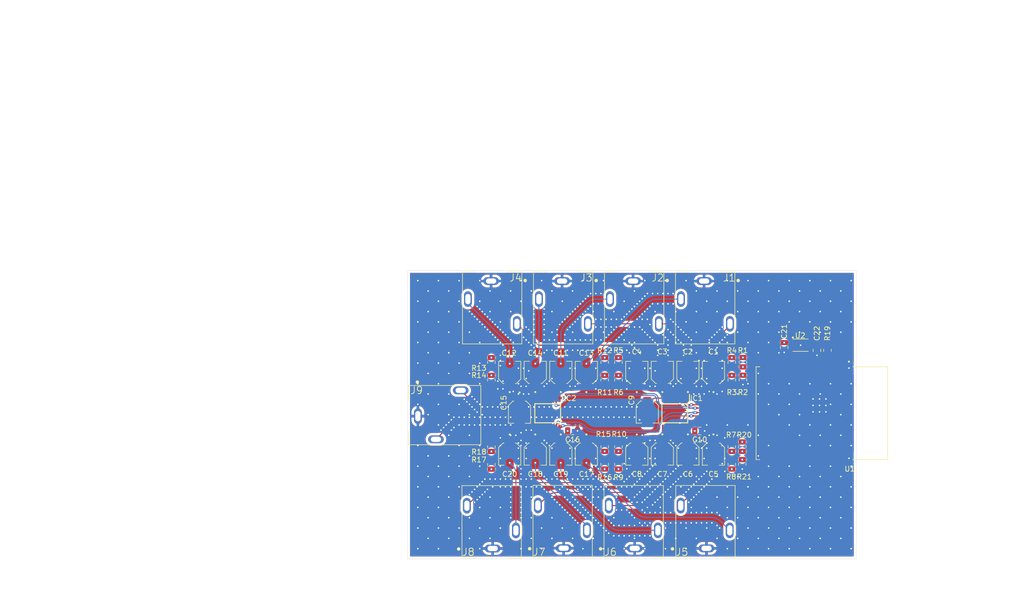
<source format=kicad_pcb>
(kicad_pcb (version 20241229) (generator "pcbnew") (generator_version "9.0")
  (layers (0 "F.Cu" signal) (4 "In1.Cu" power) (6 "In2.Cu" power) (2 "B.Cu" signal) (13 "F.Paste" user) (15 "B.Paste" user) (5 "F.SilkS" user "F.Silkscreen") (7 "B.SilkS" user "B.Silkscreen") (1 "F.Mask" user) (3 "B.Mask" user) (25 "Edge.Cuts" user))
  (net 0 "")
  (net 1 "+5V")
  (net 2 "GND")
  (net 3 "A0")
  (net 4 "Net-(IC1-D)")
  (net 5 "Net-(IC1-S2)")
  (net 6 "EN")
  (net 7 "Net-(IC1-S3)")
  (net 8 "Net-(IC1-S5)")
  (net 9 "Net-(IC1-S7)")
  (net 10 "A2")
  (net 11 "Net-(IC1-S6)")
  (net 12 "A1")
  (net 13 "Net-(IC1-S8)")
  (net 14 "Net-(IC1-S1)")
  (net 15 "Net-(IC1-S4)")
  (net 16 "Net-(IC2-S2)")
  (net 17 "Net-(IC2-S6)")
  (net 18 "Net-(IC2-S3)")
  (net 19 "Net-(IC2-S1)")
  (net 20 "Net-(IC2-S5)")
  (net 21 "Net-(IC2-S7)")
  (net 22 "Net-(IC2-S4)")
  (net 23 "Net-(IC2-D)")
  (net 24 "Net-(IC2-S8)")
  (net 25 "/IN_{L}1")
  (net 26 "/IN_{R}1")
  (net 27 "/IN_{L}2")
  (net 28 "/IN_{R}2")
  (net 29 "/IN_{R}3")
  (net 30 "/IN_{L}3")
  (net 31 "/IN_{R}4")
  (net 32 "/IN_{L}4")
  (net 33 "/IN_{L}5")
  (net 34 "/IN_{R}5")
  (net 35 "/IN_{L}6")
  (net 36 "/IN_{R}6")
  (net 37 "/IN_{L}7")
  (net 38 "/IN_{R}7")
  (net 39 "/IN_{L}8")
  (net 40 "/IN_{R}8")
  (net 41 "+2V5")
  (net 62 "OUT_{R}")
  (net 63 "OUT_{L}")
  (net 64 "Net-(U2-CDELAY)")
  (net 65 "+3V3")
  (net 66 "PWREN")
  (footprint "clibs:CAPAE430X565N" (layer "F.Cu") (at 113.665 87.801 -90)
    (property "Reference" "C17")
    (property "Value" "4.7µF")
  )
  (footprint "clibs:CAPAE430X565N" (layer "F.Cu") (at 128.397 71.953 90)
    (property "Reference" "C3")
    (property "Value" "4.7µF")
  )
  (footprint "clibs:CAPAE430X565N" (layer "F.Cu") (at 103.759 71.953 90)
    (property "Reference" "C14")
    (property "Value" "4.7µF")
  )
  (footprint "SJ1-3513N:CUI_SJ1-3513N" (layer "F.Cu") (at 123.0345 106.09 90)
    (property "Reference" "J6")
    (property "Value" "SJ1-3513N")
  )
  (footprint "Capacitor_SMD:C_0805_2012Metric" (layer "F.Cu") (at 110.998 83.312 180)
    (property "Reference" "C16")
    (property "Value" "4.7µF")
  )
  (footprint "Resistor_SMD:R_0805_2012Metric" (layer "F.Cu") (at 119.888 89.789 -90)
    (property "Reference" "R9")
    (property "Value" "100k")
  )
  (footprint "TMUX6208PWR:SOP65P640X120-16N" (layer "F.Cu") (at 130.81 79.883 -90)
    (property "Reference" "IC1")
    (property "Value" "TMUX6208PWR")
  )
  (footprint "Resistor_SMD:R_0805_2012Metric" (layer "F.Cu") (at 141.859 73.4295 -90)
    (property "Reference" "R3")
    (property "Value" "100k")
  )
  (footprint "Resistor_SMD:R_0805_2012Metric" (layer "F.Cu") (at 160.401 67.6675 90)
    (property "Reference" "R19")
    (property "Value" "100k")
  )
  (footprint "clibs:CAPAE430X565N" (layer "F.Cu") (at 113.665 71.965 90)
    (property "Reference" "C13")
    (property "Value" "4.7µF")
  )
  (footprint "Resistor_SMD:R_0805_2012Metric" (layer "F.Cu") (at 119.888 86.36 -90)
    (property "Reference" "R10")
    (property "Value" "100k")
  )
  (footprint "clibs:CAPAE430X565N" (layer "F.Cu") (at 100.711 79.668 -90)
    (property "Reference" "C15")
    (property "Value" "4.7µF")
  )
  (footprint "Resistor_SMD:R_0805_2012Metric" (layer "F.Cu") (at 141.859 86.36 -90)
    (property "Reference" "R7")
    (property "Value" "100k")
  )
  (footprint "Resistor_SMD:R_0805_2012Metric" (layer "F.Cu") (at 141.859 89.789 -90)
    (property "Reference" "R8")
    (property "Value" "100k")
  )
  (footprint "SJ1-3513N:CUI_SJ1-3513N" (layer "F.Cu") (at 136.953 106.09 90)
    (property "Reference" "J5")
    (property "Value" "SJ1-3513N")
  )
  (footprint "Resistor_SMD:R_0805_2012Metric" (layer "F.Cu") (at 95.25 89.8125 -90)
    (property "Reference" "R17")
    (property "Value" "100k")
  )
  (footprint "clibs:CAPAE430X565N" (layer "F.Cu") (at 103.759 87.801 -90)
    (property "Reference" "C18")
    (property "Value" "4.7µF")
  )
  (footprint "clibs:CAPAE430X565N" (layer "F.Cu") (at 128.397 87.788 -90)
    (property "Reference" "C7")
    (property "Value" "4.7µF")
  )
  (footprint "Resistor_SMD:R_0805_2012Metric" (layer "F.Cu") (at 143.891 86.359 -90)
    (property "Reference" "R20")
    (property "Value" "10k")
  )
  (footprint "Resistor_SMD:R_0805_2012Metric" (layer "F.Cu") (at 119.887 73.4295 -90)
    (property "Reference" "R6")
    (property "Value" "100k")
  )
  (footprint "clibs:CAPAE430X565N" (layer "F.Cu") (at 123.444 87.806 -90)
    (property "Reference" "C8")
    (property "Value" "4.7µF")
  )
  (footprint "clibs:CAPAE430X565N" (layer "F.Cu") (at 108.712 71.953 90)
    (property "Reference" "C11")
    (property "Value" "4.7µF")
  )
  (footprint "Resistor_SMD:R_0805_2012Metric" (layer "F.Cu") (at 117.221 86.36 -90)
    (property "Reference" "R15")
    (property "Value" "100k")
  )
  (footprint "Resistor_SMD:R_0805_2012Metric" (layer "F.Cu") (at 141.859 70.0005 -90)
    (property "Reference" "R4")
    (property "Value" "100k")
  )
  (footprint "SJ1-3513N:CUI_SJ1-3513N" (layer "F.Cu") (at 81.005 80.4405)
    (property "Reference" "J9")
    (property "Value" "SJ1-3513N")
  )
  (footprint "Resistor_SMD:R_0805_2012Metric" (layer "F.Cu") (at 144.018 73.406 -90)
    (property "Reference" "R2")
    (property "Value" "10k")
  )
  (footprint "clibs:CAPAE430X565N" (layer "F.Cu") (at 98.806 87.806 -90)
    (property "Reference" "C20")
    (property "Value" "4.7µF")
  )
  (footprint "Resistor_SMD:R_0805_2012Metric" (layer "F.Cu") (at 119.888 70.0005 -90)
    (property "Reference" "R5")
    (property "Value" "100k")
  )
  (footprint "clibs:CAPAE430X565N" (layer "F.Cu") (at 125.476 79.629 -90)
    (property "Reference" "C9")
    (property "Value" "4.7µF")
  )
  (footprint "Resistor_SMD:R_0805_2012Metric" (layer "F.Cu") (at 117.221 89.789 -90)
    (property "Reference" "R16")
    (property "Value" "100k")
  )
  (footprint "SJ1-3513N:CUI_SJ1-3513N" (layer "F.Cu") (at 136.4955 54.229 -90)
    (property "Reference" "J1")
    (property "Value" "SJ1-3513N")
  )
  (footprint "ESP32-C6-WROOM-1-N8:XCVR_ESP32-C6-WROOM-1-N8" (layer "F.Cu") (at 159.317 79.864 -90)
    (property "Reference" "U1")
    (property "Value" "ESP32-C6-WROOM-1-N8")
  )
  (footprint "Capacitor_SMD:C_0805_2012Metric" (layer "F.Cu") (at 152.019 67.117 90)
    (property "Reference" "C21")
    (property "Value" "4.7µF")
  )
  (footprint "TMUX6208PWR:SOP65P640X120-16N" (layer "F.Cu") (at 106.172 79.883 -90)
    (property "Reference" "IC2")
    (property "Value" "TMUX6208PWR")
  )
  (footprint "Resistor_SMD:R_0805_2012Metric" (layer "F.Cu") (at 117.221 70.0005 -90)
    (property "Reference" "R12")
    (property "Value" "100k")
  )
  (footprint "Resistor_SMD:R_0805_2012Metric" (layer "F.Cu") (at 95.25 86.3835 -90)
    (property "Reference" "R18")
    (property "Value" "100k")
  )
  (footprint "Resistor_SMD:R_0805_2012Metric" (layer "F.Cu") (at 95.25 70.0005 -90)
    (property "Reference" "R13")
    (property "Value" "100k")
  )
  (footprint "clibs:CAPAE430X565N" (layer "F.Cu") (at 98.806 71.965 90)
    (property "Reference" "C12")
    (property "Value" "4.7µF")
  )
  (footprint "MCP1725-3302E_MC:SON50P200X300X100-9N" (layer "F.Cu") (at 155.194 66.675)
    (property "Reference" "U2")
    (property "Value" "MCP1725-3302E_MC")
  )
  (footprint "clibs:CAPAE430X565N" (layer "F.Cu") (at 108.712 87.801 -90)
    (property "Reference" "C19")
    (property "Value" "4.7µF")
  )
  (footprint "SJ1-3513N:CUI_SJ1-3513N" (layer "F.Cu") (at 108.9655 54.229 -90)
    (property "Reference" "J3")
    (property "Value" "SJ1-3513N")
  )
  (footprint "SJ1-3513N:CUI_SJ1-3513N" (layer "F.Cu") (at 95.504 106.116 90)
    (property "Reference" "J8")
    (property "Value" "SJ1-3513N")
  )
  (footprint "Resistor_SMD:R_0805_2012Metric" (layer "F.Cu") (at 144.018 69.977 -90)
    (property "Reference" "R1")
    (property "Value" "10k")
  )
  (footprint "Resistor_SMD:R_0805_2012Metric" (layer "F.Cu") (at 143.891 89.79 -90)
    (property "Reference" "R21")
    (property "Value" "10k")
  )
  (footprint "clibs:CAPAE430X565N" (layer "F.Cu") (at 123.444 71.965 90)
    (property "Reference" "C4")
    (property "Value" "4.7µF")
  )
  (footprint "SJ1-3513N:CUI_SJ1-3513N" (layer "F.Cu") (at 122.7305 54.229 -90)
    (property "Reference" "J2")
    (property "Value" "SJ1-3513N")
  )
  (footprint "Resistor_SMD:R_0805_2012Metric" (layer "F.Cu") (at 95.25 73.4295 -90)
    (property "Reference" "R14")
    (property "Value" "100k")
  )
  (footprint "clibs:CAPAE430X565N" (layer "F.Cu") (at 133.35 71.953 90)
    (property "Reference" "C2")
    (property "Value" "4.7µF")
  )
  (footprint "Capacitor_SMD:C_0805_2012Metric" (layer "F.Cu") (at 158.369 67.691 90)
    (property "Reference" "C22")
    (property "Value" "1000pF")
  )
  (footprint "SJ1-3513N:CUI_SJ1-3513N" (layer "F.Cu") (at 95.2005 54.229 -90)
    (property "Reference" "J4")
    (property "Value" "SJ1-3513N")
  )
  (footprint "Resistor_SMD:R_0805_2012Metric" (layer "F.Cu") (at 117.221 73.4295 -90)
    (property "Reference" "R11")
    (property "Value" "100k")
  )
  (footprint "SJ1-3513N:CUI_SJ1-3513N" (layer "F.Cu") (at 109.2695 106.066 90)
    (property "Reference" "J7")
    (property "Value" "SJ1-3513N")
  )
  (footprint "Capacitor_SMD:C_0805_2012Metric" (layer "F.Cu") (at 135.636 83.312 180)
    (property "Reference" "C10")
    (property "Value" "4.7µF")
  )
  (footprint "clibs:CAPAE430X565N" (layer "F.Cu") (at 133.35 87.788 -90)
    (property "Reference" "C6")
    (property "Value" "4.7µF")
  )
  (footprint "clibs:CAPAE430X565N" (layer "F.Cu") (at 138.303 87.806 -90)
    (property "Reference" "C5")
    (property "Value" "4.7µF")
  )
  (footprint "clibs:CAPAE430X565N" (layer "F.Cu") (at 138.303 71.965 90)
    (property "Reference" "C1")
    (property "Value" "4.7µF")
  )
  (gr_line (start 78.994 108.15) (end 165.989 108.15) (stroke (width 0.05)) (layer "Edge.Cuts"))
  (gr_line (start 78.994 52.15) (end 165.989 52.15) (stroke (width 0.05)) (layer "Edge.Cuts"))
  (gr_line (start 78.994 52.15) (end 78.994 108.15) (stroke (width 0.05)) (layer "Edge.Cuts"))
  (gr_line (start 165.989 52.15) (end 165.989 108.15) (stroke (width 0.05)) (layer "Edge.Cuts"))
  (segment (start 134.370031 83.749969) (end 134.642866 83.477133) (width 0.2) (layer "F.Cu") (net 1))
  (segment (start 106.497 83.587777) (end 106.497 82.821) (width 0.2) (layer "F.Cu") (net 1))
  (segment (start 153.34588 66.167) (end 152.019 66.167) (width 0.2) (layer "F.Cu") (net 1))
  (segment (start 110.048 83.312) (end 110.048 83.38733) (width 0.2) (layer "F.Cu") (net 1))
  (segment (start 153.318566 66.167) (end 152.019 66.167) (width 0.2) (layer "F.Cu") (net 1))
  (segment (start 153.63 66.296) (end 153.759 66.425) (width 0.2) (layer "F.Cu") (net 1))
  (segment (start 110.015 83.467) (end 109.732031 83.749969) (width 0.2) (layer "F.Cu") (net 1))
  (segment (start 131.135 83.587777) (end 131.135 82.821) (width 0.2) (layer "F.Cu") (net 1))
  (segment (start 134.686 83.312) (end 134.686 83.373) (width 0.2) (layer "F.Cu") (net 1))
  (segment (start 153.638 66.046) (end 153.759 65.925) (width 0.2) (layer "F.Cu") (net 1))
  (segment (start 131.54716 83.999938) (end 133.766552 83.999938) (width 0.2) (layer "F.Cu") (net 1))
  (segment (start 109.128552 83.999938) (end 106.90916 83.999938) (width 0.2) (layer "F.Cu") (net 1))
  (segment (start 110.015 83.467) (end 109.982 83.5) (width 0.2) (layer "F.Cu") (net 1))
  (via (at 144.018 69.0645) (size 0.6) (drill 0.3) (layers "F.Cu" "B.Cu") (net 1))
  (via (at 152.019 66.167) (size 0.6) (drill 0.3) (layers "F.Cu" "B.Cu") (net 1))
  (via (at 110.048 83.312) (size 0.6) (drill 0.3) (layers "F.Cu" "B.Cu") (net 1))
  (via (at 143.891 85.4475) (size 0.6) (drill 0.3) (layers "F.Cu" "B.Cu") (net 1))
  (via (at 134.686 83.312) (size 0.6) (drill 0.3) (layers "F.Cu" "B.Cu") (net 1))
  (arc (start 110.015 83.467) (mid 110.039423 83.430447) (end 110.048 83.38733) (width 0.2) (layer "F.Cu") (net 1))
  (arc (start 153.638 66.046) (mid 153.503974 66.135553) (end 153.34588 66.167) (width 0.2) (layer "F.Cu") (net 1))
  (arc (start 110.015 83.467) (mid 110.015 83.467) (end 110.015 83.467) (width 0.2) (layer "F.Cu") (net 1))
  (arc (start 110.015 83.467) (mid 110.039423 83.430447) (end 110.048 83.38733) (width 0.2) (layer "F.Cu") (net 1))
  (arc (start 134.370031 83.749969) (mid 134.093152 83.934973) (end 133.766552 83.999938) (width 0.2) (layer "F.Cu") (net 1))
  (arc (start 134.686 83.373) (mid 134.674789 83.429356) (end 134.642866 83.477133) (width 0.2) (layer "F.Cu") (net 1))
  (arc (start 131.135 83.587777) (mid 131.166373 83.745504) (end 131.255719 83.879219) (width 0.2) (layer "F.Cu") (net 1))
  (arc (start 106.497 83.587777) (mid 106.528373 83.745504) (end 106.617719 83.879219) (width 0.2) (layer "F.Cu") (net 1))
  (arc (start 106.90916 83.999938) (mid 106.751433 83.968564) (end 106.617719 83.879219) (width 0.2) (layer "F.Cu") (net 1))
  (arc (start 131.54716 83.999938) (mid 131.389433 83.968564) (end 131.255719 83.879219) (width 0.2) (layer "F.Cu") (net 1))
  (arc (start 153.63 66.296) (mid 153.487112 66.200526) (end 153.318566 66.167) (width 0.2) (layer "F.Cu") (net 1))
  (arc (start 109.128552 83.999938) (mid 109.455152 83.934973) (end 109.732031 83.749969) (width 0.2) (layer "F.Cu") (net 1))
  (segment (start 107.147001 81.820107) (end 107.147001 82.820998) (width 0.4) (layer "F.Cu") (net 2))
  (segment (start 154.1015 67.425) (end 153.759 67.425) (width 0.2) (layer "F.Cu") (net 2))
  (segment (start 154.686184 67.182815) (end 155.194 66.675) (width 0.2) (layer "F.Cu") (net 2))
  (segment (start 107.146999 77.945893) (end 107.147 77.945892) (width 0.4) (layer "F.Cu") (net 2))
  (segment (start 131.785 81.788) (end 131.785 82.821) (width 0.2) (layer "F.Cu") (net 2))
  (segment (start 107.147 77.945892) (end 107.147 76.945) (width 0.4) (layer "F.Cu") (net 2))
  (segment (start 131.785 77.978) (end 131.785 76.945) (width 0.2) (layer "F.Cu") (net 2))
  (via (at 106.994 73.15) (size 0.6) (drill 0.3) (layers "F.Cu" "B.Cu") (net 2))
  (via (at 137.494 68.15) (size 0.6) (drill 0.3) (layers "F.Cu" "B.Cu") (net 2))
  (via (at 121.494 78.65) (size 0.6) (drill 0.3) (layers "F.Cu" "B.Cu") (net 2))
  (via (at 119.494 63.15) (size 0.6) (drill 0.3) (layers "F.Cu" "B.Cu") (net 2))
  (via (at 160.994 94.15) (size 0.6) (drill 0.3) (layers "F.Cu" "B.Cu") (net 2))
  (via (at 123.494 61.65) (size 0.6) (drill 0.3) (layers "F.Cu" "B.Cu") (net 2))
  (via (at 80.994 74.15) (size 0.6) (drill 0.3) (layers "F.Cu" "B.Cu") (net 2))
  (via (at 129.494 66.65) (size 0.6) (drill 0.3) (layers "F.Cu" "B.Cu") (net 2))
  (via (at 111.494 100.65) (size 0.6) (drill 0.3) (layers "F.Cu" "B.Cu") (net 2))
  (via (at 132.494 66.65) (size 0.6) (drill 0.3) (layers "F.Cu" "B.Cu") (net 2))
  (via (at 164.994 102.15) (size 0.6) (drill 0.3) (layers "F.Cu" "B.Cu") (net 2))
  (via (at 119.494 67.65) (size 0.6) (drill 0.3) (layers "F.Cu" "B.Cu") (net 2))
  (via (at 90.994 72.15) (size 0.6) (drill 0.3) (layers "F.Cu" "B.Cu") (net 2))
  (via (at 80.994 78.15) (size 0.6) (drill 0.3) (layers "F.Cu" "B.Cu") (net 2))
  (via (at 86.994 104.15) (size 0.6) (drill 0.3) (layers "F.Cu" "B.Cu") (net 2))
  (via (at 114.994 67.65) (size 0.6) (drill 0.3) (layers "F.Cu" "B.Cu") (net 2))
  (via (at 148.994 74.15) (size 0.6) (drill 0.3) (layers "F.Cu" "B.Cu") (net 2))
  (via (at 96.494 63.15) (size 0.6) (drill 0.3) (layers "F.Cu" "B.Cu") (net 2))
  (via (at 122.994 59.15) (size 0.6) (drill 0.3) (layers "F.Cu" "B.Cu") (net 2))
  (via (at 95.994 92.65) (size 0.6) (drill 0.3) (layers "F.Cu" "B.Cu") (net 2))
  (via (at 139.994 65.65) (size 0.6) (drill 0.3) (layers "F.Cu" "B.Cu") (net 2))
  (via (at 112.994 80.65) (size 0.6) (drill 0.3) (layers "F.Cu" "B.Cu") (net 2))
  (via (at 93.494 95.65) (size 0.6) (drill 0.3) (layers "F.Cu" "B.Cu") (net 2))
  (via (at 126.994 66.15) (size 0.6) (drill 0.3) (layers "F.Cu" "B.Cu") (net 2))
  (via (at 98.994 97.15) (size 0.6) (drill 0.3) (layers "F.Cu" "B.Cu") (net 2))
  (via (at 106.994 96.15) (size 0.6) (drill 0.3) (layers "F.Cu" "B.Cu") (net 2))
  (via (at 154.994 104.15) (size 0.6) (drill 0.3) (layers "F.Cu" "B.Cu") (net 2))
  (via (at 103.494 59.65) (size 0.6) (drill 0.3) (layers "F.Cu" "B.Cu") (net 2))
  (via (at 124.494 60.65) (size 0.6) (drill 0.3) (layers "F.Cu" "B.Cu") (net 2))
  (via (at 119.994 101.65) (size 0.6) (drill 0.3) (layers "F.Cu" "B.Cu") (net 2))
  (via (at 119.494 94.15) (size 0.6) (drill 0.3) (layers "F.Cu" "B.Cu") (net 2))
  (via (at 106.994 100.15) (size 0.6) (drill 0.3) (layers "F.Cu" "B.Cu") (net 2))
  (via (at 105.994 67.65) (size 0.6) (drill 0.3) (layers "F.Cu" "B.Cu") (net 2))
  (via (at 105.994 74.15) (size 0.6) (drill 0.3) (layers "F.Cu" "B.Cu") (net 2))
  (via (at 122.494 91.65) (size 0.6) (drill 0.3) (layers "F.Cu" "B.Cu") (net 2))
  (via (at 125.994 88.65) (size 0.6) (drill 0.3) (layers "F.Cu" "B.Cu") (net 2))
  (via (at 80.994 90.15) (size 0.6) (drill 0.3) (layers "F.Cu" "B.Cu") (net 2))
  (via (at 113.494 60.15) (size 0.6) (drill 0.3) (layers "F.Cu" "B.Cu") (net 2))
  (via (at 100.994 90.65) (size 0.6) (drill 0.3) (layers "F.Cu" "B.Cu") (net 2))
  (via (at 88.994 80.65) (size 0.6) (drill 0.3) (layers "F.Cu" "B.Cu") (net 2))
  (via (at 84.994 94.15) (size 0.6) (drill 0.3) (layers "F.Cu" "B.Cu") (net 2))
  (via (at 90.994 88.15) (size 0.6) (drill 0.3) (layers "F.Cu" "B.Cu") (net 2))
  (via (at 124.994 64.15) (size 0.6) (drill 0.3) (layers "F.Cu" "B.Cu") (net 2))
  (via (at 98.994 60.15) (size 0.6) (drill 0.3) (layers "F.Cu" "B.Cu") (net 2))
  (via (at 154.994 76.15) (size 0.6) (drill 0.3) (layers "F.Cu" "B.Cu") (net 2))
  (via (at 80.994 70.15) (size 0.6) (drill 0.3) (layers "F.Cu" "B.Cu") (net 2))
  (via (at 131.494 63.15) (size 0.6) (drill 0.3) (layers "F.Cu" "B.Cu") (net 2))
  (via (at 96.994 98.15) (size 0.6) (drill 0.3) (layers "F.Cu" "B.Cu") (net 2))
  (via (at 127.494 67.65) (size 0.6) (drill 0.3) (layers "F.Cu" "B.Cu") (net 2))
  (via (at 88.994 94.15) (size 0.6) (drill 0.3) (layers "F.Cu" "B.Cu") (net 2))
  (via (at 127.494 91.65) (size 0.6) (drill 0.3) (layers "F.Cu" "B.Cu") (net 2))
  (via (at 110.494 60.65) (size 0.6) (drill 0.3) (layers "F.Cu" "B.Cu") (net 2))
  (via (at 164.994 94.15) (size 0.6) (drill 0.3) (layers "F.Cu" "B.Cu") (net 2))
  (via (at 102.994 91.65) (size 0.6) (drill 0.3) (layers "F.Cu" "B.Cu") (net 2))
  (via (at 144.994 106.15) (size 0.6) (drill 0.3) (layers "F.Cu" "B.Cu") (net 2))
  (via (at 96.994 62.15) (size 0.6) (drill 0.3) (layers "F.Cu" "B.Cu") (net 2))
  (via (at 128.994 54.15) (size 0.6) (drill 0.3) (layers "F.Cu" "B.Cu") (net 2))
  (via (at 109.494 96.15) (size 0.6) (drill 0.3) (layers "F.Cu" "B.Cu") (net 2))
  (via (at 82.994 92.15) (size 0.6) (drill 0.3) (layers "F.Cu" "B.Cu") (net 2))
  (via (at 129.494 67.65) (size 0.6) (drill 0.3) (layers "F.Cu" "B.Cu") (net 2))
  (via (at 123.994 63.15) (size 0.6) (drill 0.3) (layers "F.Cu" "B.Cu") (net 2))
  (via (at 148.994 58.15) (size 0.6) (drill 0.3) (layers "F.Cu" "B.Cu") (net 2))
  (via (at 99.994 84.15) (size 0.6) (drill 0.3) (layers "F.Cu" "B.Cu") (net 2))
  (via (at 114.494 65.65) (size 0.6) (drill 0.3) (layers "F.Cu" "B.Cu") (net 2))
  (via (at 146.994 76.15) (size 0.6) (drill 0.3) (layers "F.Cu" "B.Cu") (net 2))
  (via (at 112.994 67.65) (size 0.6) (drill 0.3) (layers "F.Cu" "B.Cu") (net 2))
  (via (at 139.494 63.65) (size 0.6) (drill 0.3) (layers "F.Cu" "B.Cu") (net 2))
  (via (at 86.994 76.15) (size 0.6) (drill 0.3) (layers "F.Cu" "B.Cu") (net 2))
  (via (at 138.994 84.15) (size 0.6) (drill 0.3) (layers "F.Cu" "B.Cu") (net 2))
  (via (at 109.494 65.65) (size 0.6) (drill 0.3) (layers "F.Cu" "B.Cu") (net 2))
  (via (at 164.994 90.15) (size 0.6) (drill 0.3) (layers "F.Cu" "B.Cu") (net 2))
  (via (at 125.994 93.15) (size 0.6) (drill 0.3) (layers "F.Cu" "B.Cu") (net 2))
  (via (at 130.494 62.15) (size 0.6) (drill 0.3) (layers "F.Cu" "B.Cu") (net 2))
  (via (at 109.994 94.65) (size 0.6) (drill 0.3) (layers "F.Cu" "B.Cu") (net 2))
  (via (at 109.494 64.65) (size 0.6) (drill 0.3) (layers "F.Cu" "B.Cu") (net 2))
  (via (at 117.494 61.65) (size 0.6) (drill 0.3) (layers "F.Cu" "B.Cu") (net 2))
  (via (at 162.994 64.15) (size 0.6) (drill 0.3) (layers "F.Cu" "B.Cu") (net 2))
  (via (at 113.994 57.15) (size 0.6) (drill 0.3) (layers "F.Cu" "B.Cu") (net 2))
  (via (at 108.994 102.15) (size 0.6) (drill 0.3) (layers "F.Cu" "B.Cu") (net 2))
  (via (at 158.994 60.15) (size 0.6) (drill 0.3) (layers "F.Cu" "B.Cu") (net 2))
  (via (at 138.994 96.15) (size 0.6) (drill 0.3) (layers "F.Cu" "B.Cu") (net 2))
  (via (at 142.994 96.15) (size 0.6) (drill 0.3) (layers "F.Cu" "B.Cu") (net 2))
  (via (at 100.994 100.15) (size 0.6) (drill 0.3) (layers "F.Cu" "B.Cu") (net 2))
  (via (at 123.994 61.15) (size 0.6) (drill 0.3) (layers "F.Cu" "B.Cu") (net 2))
  (via (at 119.994 92.15) (size 0.6) (drill 0.3) (layers "F.Cu" "B.Cu") (net 2))
  (via (at 110.494 85.15) (size 0.6) (drill 0.3) (layers "F.Cu" "B.Cu") (net 2))
  (via (at 111.494 98.15) (size 0.6) (drill 0.3) (layers "F.Cu" "B.Cu") (net 2))
  (via (at 120.494 78.65) (size 0.6) (drill 0.3) (layers "F.Cu" "B.Cu") (net 2))
  (via (at 113.994 96.65) (size 0.6) (drill 0.3) (layers "F.Cu" "B.Cu") (net 2))
  (via (at 92.994 54.15) (size 0.6) (drill 0.3) (layers "F.Cu" "B.Cu") (net 2))
  (via (at 106.994 96.15) (size 0.6) (drill 0.3) (layers "F.Cu" "B.Cu") (net 2))
  (via (at 103.494 60.65) (size 0.6) (drill 0.3) (layers "F.Cu" "B.Cu") (net 2))
  (via (at 101.994 86.65) (size 0.6) (drill 0.3) (layers "F.Cu" "B.Cu") (net 2))
  (via (at 111.494 59.65) (size 0.6) (drill 0.3) (layers "F.Cu" "B.Cu") (net 2))
  (via (at 88.994 86.15) (size 0.6) (drill 0.3) (layers "F.Cu" "B.Cu") (net 2))
  (via (at 129.994 61.65) (size 0.6) (drill 0.3) (layers "F.Cu" "B.Cu") (net 2))
  (via (at 164.994 86.15) (size 0.6) (drill 0.3) (layers "F.Cu" "B.Cu") (net 2))
  (via (at 82.994 72.15) (size 0.6) (drill 0.3) (layers "F.Cu" "B.Cu") (net 2))
  (via (at 131.785 77.978) (size 0.6) (drill 0.3) (layers "F.Cu" "B.Cu") (net 2))
  (via (at 100.994 58.15) (size 0.6) (drill 0.3) (layers "F.Cu" "B.Cu") (net 2))
  (via (at 109.494 91.65) (size 0.6) (drill 0.3) (layers "F.Cu" "B.Cu") (net 2))
  (via (at 144.994 58.15) (size 0.6) (drill 0.3) (layers "F.Cu" "B.Cu") (net 2))
  (via (at 90.994 100.15) (size 0.6) (drill 0.3) (layers "F.Cu" "B.Cu") (net 2))
  (via (at 111.494 65.65) (size 0.6) (drill 0.3) (layers "F.Cu" "B.Cu") (net 2))
  (via (at 154.994 100.15) (size 0.6) (drill 0.3) (layers "F.Cu" "B.Cu") (net 2))
  (via (at 134.994 56.15) (size 0.6) (drill 0.3) (layers "F.Cu" "B.Cu") (net 2))
  (via (at 84.994 98.15) (size 0.6) (drill 0.3) (layers "F.Cu" "B.Cu") (net 2))
  (via (at 84.994 78.15) (size 0.6) (drill 0.3) (layers "F.Cu" "B.Cu") (net 2))
  (via (at 127.994 99.15) (size 0.6) (drill 0.3) (layers "F.Cu" "B.Cu") (net 2))
  (via (at 137.494 75.65) (size 0.6) (drill 0.3) (layers "F.Cu" "B.Cu") (net 2))
  (via (at 100.994 54.15) (size 0.6) (drill 0.3) (layers "F.Cu" "B.Cu") (net 2))
  (via (at 93.494 93.15) (size 0.6) (drill 0.3) (layers "F.Cu" "B.Cu") (net 2))
  (via (at 136.994 91.15) (size 0.6) (drill 0.3) (layers "F.Cu" "B.Cu") (net 2))
  (via (at 121.994 68.15) (size 0.6) (drill 0.3) (layers "F.Cu" "B.Cu") (net 2))
  (via (at 110.994 97.65) (size 0.6) (drill 0.3) (layers "F.Cu" "B.Cu") (net 2))
  (via (at 160.994 102.15) (size 0.6) (drill 0.3) (layers "F.Cu" "B.Cu") (net 2))
  (via (at 97.494 75.15) (size 0.6) (drill 0.3) (layers "F.Cu" "B.Cu") (net 2))
  (via (at 150.994 92.15) (size 0.6) (drill 0.3) (layers "F.Cu" "B.Cu") (net 2))
  (via (at 94.494 61.15) (size 0.6) (drill 0.3) (layers "F.Cu" "B.Cu") (net 2))
  (via (at 136.994 62.15) (size 0.6) (drill 0.3) (layers "F.Cu" "B.Cu") (net 2))
  (via (at 152.994 106.15) (size 0.6) (drill 0.3) (layers "F.Cu" "B.Cu") (net 2))
  (via (at 157.607 77.109) (size 0.6) (drill 0.3) (layers "F.Cu" "B.Cu") (net 2))
  (via (at 101.994 88.65) (size 0.6) (drill 0.3) (layers "F.Cu" "B.Cu") (net 2))
  (via (at 92.994 96.15) (size 0.6) (drill 0.3) (layers "F.Cu" "B.Cu") (net 2))
  (via (at 126.994 94.65) (size 0.6) (drill 0.3) (layers "F.Cu" "B.Cu") (net 2))
  (via (at 107.147001 81.820107) (size 0.6) (drill 0.3) (layers "F.Cu" "B.Cu") (net 2))
  (via (at 96.994 86.15) (size 0.6) (drill 0.3) (layers "F.Cu" "B.Cu") (net 2))
  (via (at 84.994 66.15) (size 0.6) (drill 0.3) (layers "F.Cu" "B.Cu") (net 2))
  (via (at 93.494 60.15) (size 0.6) (drill 0.3) (layers "F.Cu" "B.Cu") (net 2))
  (via (at 125.994 71.15) (size 0.6) (drill 0.3) (layers "F.Cu" "B.Cu") (net 2))
  (via (at 134.994 88.65) (size 0.6) (drill 0.3) (layers "F.Cu" "B.Cu") (net 2))
  (via (at 118.494 63.15) (size 0.6) (drill 0.3) (layers "F.Cu" "B.Cu") (net 2))
  (via (at 114.994 60.15) (size 0.6) (drill 0.3) (layers "F.Cu" "B.Cu") (net 2))
  (via (at 148.994 54.15) (size 0.6) (drill 0.3) (layers "F.Cu" "B.Cu") (net 2))
  (via (at 112.994 54.15) (size 0.6) (drill 0.3) (layers "F.Cu" "B.Cu") (net 2))
  (via (at 146.994 96.15) (size 0.6) (drill 0.3) (layers "F.Cu" "B.Cu") (net 2))
  (via (at 134.494 76.15) (size 0.6) (drill 0.3) (layers "F.Cu" "B.Cu") (net 2))
  (via (at 103.494 67.15) (size 0.6) (drill 0.3) (layers "F.Cu" "B.Cu") (net 2))
  (via (at 111.494 74.65) (size 0.6) (drill 0.3) (layers "F.Cu" "B.Cu") (net 2))
  (via (at 127.494 66.65) (size 0.6) (drill 0.3) (layers "F.Cu" "B.Cu") (net 2))
  (via (at 130.494 58.65) (size 0.6) (drill 0.3) (layers "F.Cu" "B.Cu") (net 2))
  (via (at 130.994 104.15) (size 0.6) (drill 0.3) (layers "F.Cu" "B.Cu") (net 2))
  (via (at 99.494 75.65) (size 0.6) (drill 0.3) (layers "F.Cu" "B.Cu") (net 2))
  (via (at 105.494 78.65) (size 0.6) (drill 0.3) (layers "F.Cu" "B.Cu") (net 2))
  (via (at 130.994 60.15) (size 0.6) (drill 0.3) (layers "F.Cu" "B.Cu") (net 2))
  (via (at 122.494 59.65) (size 0.6) (drill 0.3) (layers "F.Cu" "B.Cu") (net 2))
  (via (at 98.994 65.65) (size 0.6) (drill 0.3) (layers "F.Cu" "B.Cu") (net 2))
  (via (at 98.994 80.65) (size 0.6) (drill 0.3) (layers "F.Cu" "B.Cu") (net 2))
  (via (at 162.994 92.15) (size 0.6) (drill 0.3) (layers "F.Cu" "B.Cu") (net 2))
  (via (at 94.994 92.65) (size 0.6) (drill 0.3) (layers "F.Cu" "B.Cu") (net 2))
  (via (at 121.994 88.65) (size 0.6) (drill 0.3) (layers "F.Cu" "B.Cu") (net 2))
  (via (at 117.494 94.15) (size 0.6) (drill 0.3) (layers "F.Cu" "B.Cu") (net 2))
  (via (at 125.994 65.15) (size 0.6) (drill 0.3) (layers "F.Cu" "B.Cu") (net 2))
  (via (at 129.494 63.65) (size 0.6) (drill 0.3) (layers "F.Cu" "B.Cu") (net 2))
  (via (at 135.994 73.15) (size 0.6) (drill 0.3) (layers "F.Cu" "B.Cu") (net 2))
  (via (at 121.994 60.15) (size 0.6) (drill 0.3) (layers "F.Cu" "B.Cu") (net 2))
  (via (at 95.494 94.15) (size 0.6) (drill 0.3) (layers "F.Cu" "B.Cu") (net 2))
  (via (at 115.494 61.65) (size 0.6) (drill 0.3) (layers "F.Cu" "B.Cu") (net 2))
  (via (at 154.994 56.15) (size 0.6) (drill 0.3) (layers "F.Cu" "B.Cu") (net 2))
  (via (at 116.994 102.15) (size 0.6) (drill 0.3) (layers "F.Cu" "B.Cu") (net 2))
  (via (at 93.494 78.65) (size 0.6) (drill 0.3) (layers "F.Cu" "B.Cu") (net 2))
  (via (at 113.494 100.15) (size 0.6) (drill 0.3) (layers "F.Cu" "B.Cu") (net 2))
  (via (at 116.994 54.15) (size 0.6) (drill 0.3) (layers "F.Cu" "B.Cu") (net 2))
  (via (at 124.994 94.15) (size 0.6) (drill 0.3) (layers "F.Cu" "B.Cu") (net 2))
  (via (at 121.994 99.15) (size 0.6) (drill 0.3) (layers "F.Cu" "B.Cu") (net 2))
  (via (at 115.994 98.65) (size 0.6) (drill 0.3) (layers "F.Cu" "B.Cu") (net 2))
  (via (at 92.994 62.15) (size 0.6) (drill 0.3) (layers "F.Cu" "B.Cu") (net 2))
  (via (at 134.994 85.15) (size 0.6) (drill 0.3) (layers "F.Cu" "B.Cu") (net 2))
  (via (at 120.494 64.65) (size 0.6) (drill 0.3) (layers "F.Cu" "B.Cu") (net 2))
  (via (at 150.994 96.15) (size 0.6) (drill 0.3) (layers "F.Cu" "B.Cu") (net 2))
  (via (at 121.494 67.65) (size 0.6) (drill 0.3) (layers "F.Cu" "B.Cu") (net 2))
  (via (at 129.994 74.15) (size 0.6) (drill 0.3) (layers "F.Cu" "B.Cu") (net 2))
  (via (at 140.994 58.15) (size 0.6) (drill 0.3) (layers "F.Cu" "B.Cu") (net 2))
  (via (at 105.494 85.15) (size 0.6) (drill 0.3) (layers "F.Cu" "B.Cu") (net 2))
  (via (at 115.494 100.65) (size 0.6) (drill 0.3) (layers "F.Cu" "B.Cu") (net 2))
  (via (at 92.494 96.65) (size 0.6) (drill 0.3) (layers "F.Cu" "B.Cu") (net 2))
  (via (at 112.494 99.15) (size 0.6) (drill 0.3) (layers "F.Cu" "B.Cu") (net 2))
  (via (at 91.994 94.65) (size 0.6) (drill 0.3) (layers "F.Cu" "B.Cu") (net 2))
  (via (at 117.494 102.65) (size 0.6) (drill 0.3) (layers "F.Cu" "B.Cu") (net 2))
  (via (at 123.494 95.65) (size 0.6) (drill 0.3) (layers "F.Cu" "B.Cu") (net 2))
  (via (at 138.994 92.15) (size 0.6) (drill 0.3) (layers "F.Cu" "B.Cu") (net 2))
  (via (at 124.494 97.15) (size 0.6) (drill 0.3) (layers "F.Cu" "B.Cu") (net 2))
  (via (at 121.494 73.65) (size 0.6) (drill 0.3) (layers "F.Cu" "B.Cu") (net 2))
  (via (at 139.994 69.65) (size 0.6) (drill 0.3) (layers "F.Cu" "B.Cu") (net 2))
  (via (at 105.494 64.65) (size 0.6) (drill 0.3) (layers "F.Cu" "B.Cu") (net 2))
  (via (at 104.994 54.15) (size 0.6) (drill 0.3) (layers "F.Cu" "B.Cu") (net 2))
  (via (at 100.994 83.65) (size 0.6) (drill 0.3) (layers "F.Cu" "B.Cu") (net 2))
  (via (at 125.994 90.65) (size 0.6) (drill 0.3) (layers "F.Cu" "B.Cu") (net 2))
  (via (at 116.994 80.65) (size 0.6) (drill 0.3) (layers "F.Cu" "B.Cu") (net 2))
  (via (at 123.994 81.15) (size 0.6) (drill 0.3) (layers "F.Cu" "B.Cu") (net 2))
  (via (at 150.994 56.15) (size 0.6) (drill 0.3) (layers "F.Cu" "B.Cu") (net 2))
  (via (at 100.494 88.65) (size 0.6) (drill 0.3) (layers "F.Cu" "B.Cu") (net 2))
  (via (at 138.994 104.15) (size 0.6) (drill 0.3) (layers "F.Cu" "B.Cu") (net 2))
  (via (at 136.494 88.65) (size 0.6) (drill 0.3) (layers "F.Cu" "B.Cu") (net 2))
  (via (at 100.494 90.15) (size 0.6) (drill 0.3) (layers "F.Cu" "B.Cu") (net 2))
  (via (at 94.994 100.15) (size 0.6) (drill 0.3) (layers "F.Cu" "B.Cu") (net 2))
  (via (at 146.994 100.15) (size 0.6) (drill 0.3) (layers "F.Cu" "B.Cu") (net 2))
  (via (at 127.494 68.65) (size 0.6) (drill 0.3) (layers "F.Cu" "B.Cu") (net 2))
  (via (at 105.494 61.65) (size 0.6) (drill 0.3) (layers "F.Cu" "B.Cu") (net 2))
  (via (at 86.994 72.15) (size 0.6) (drill 0.3) (layers "F.Cu" "B.Cu") (net 2))
  (via (at 130.494 91.15) (size 0.6) (drill 0.3) (layers "F.Cu" "B.Cu") (net 2))
  (via (at 106.494 73.65) (size 0.6) (drill 0.3) (layers "F.Cu" "B.Cu") (net 2))
  (via (at 146.994 92.15) (size 0.6) (drill 0.3) (layers "F.Cu" "B.Cu") (net 2))
  (via (at 124.994 60.15) (size 0.6) (drill 0.3) (layers "F.Cu" "B.Cu") (net 2))
  (via (at 105.494 63.65) (size 0.6) (drill 0.3) (layers "F.Cu" "B.Cu") (net 2))
  (via (at 129.994 85.15) (size 0.6) (drill 0.3) (layers "F.Cu" "B.Cu") (net 2))
  (via (at 118.494 67.65) (size 0.6) (drill 0.3) (layers "F.Cu" "B.Cu") (net 2))
  (via (at 121.494 94.15) (size 0.6) (drill 0.3) (layers "F.Cu" "B.Cu") (net 2))
  (via (at 86.994 68.15) (size 0.6) (drill 0.3) (layers "F.Cu" "B.Cu") (net 2))
  (via (at 107.994 80.65) (size 0.6) (drill 0.3) (layers "F.Cu" "B.Cu") (net 2))
  (via (at 117.494 67.65) (size 0.6) (drill 0.3) (layers "F.Cu" "B.Cu") (net 2))
  (via (at 84.994 90.15) (size 0.6) (drill 0.3) (layers "F.Cu" "B.Cu") (net 2))
  (via (at 88.994 58.15) (size 0.6) (drill 0.3) (layers "F.Cu" "B.Cu") (net 2))
  (via (at 113.494 98.65) (size 0.6) (drill 0.3) (layers "F.Cu" "B.Cu") (net 2))
  (via (at 109.494 61.65) (size 0.6) (drill 0.3) (layers "F.Cu" "B.Cu") (net 2))
  (via (at 138.994 67.15) (size 0.6) (drill 0.3) (layers "F.Cu" "B.Cu") (net 2))
  (via (at 162.994 84.15) (size 0.6) (drill 0.3) (layers "F.Cu" "B.Cu") (net 2))
  (via (at 136.494 76.15) (size 0.6) (drill 0.3) (layers "F.Cu" "B.Cu") (net 2))
  (via (at 138.994 99.15) (size 0.6) (drill 0.3) (layers "F.Cu" "B.Cu") (net 2))
  (via (at 110.994 80.65) (size 0.6) (drill 0.3) (layers "F.Cu" "B.Cu") (net 2))
  (via (at 134.494 96.15) (size 0.6) (drill 0.3) (layers "F.Cu" "B.Cu") (net 2))
  (via (at 117.494 65.15) (size 0.6) (drill 0.3) (layers "F.Cu" "B.Cu") (net 2))
  (via (at 138.494 64.65) (size 0.6) (drill 0.3) (layers "F.Cu" "B.Cu") (net 2))
  (via (at 122.494 94.15) (size 0.6) (drill 0.3) (layers "F.Cu" "B.Cu") (net 2))
  (via (at 112.494 65.65) (size 0.6) (drill 0.3) (layers "F.Cu" "B.Cu") (net 2))
  (via (at 115.494 75.15) (size 0.6) (drill 0.3) (layers "F.Cu" "B.Cu") (net 2))
  (via (at 139.494 66.15) (size 0.6) (drill 0.3) (layers "F.Cu" "B.Cu") (net 2))
  (via (at 122.994 66.15) (size 0.6) (drill 0.3) (layers "F.Cu" "B.Cu") (net 2))
  (via (at 132.994 64.65) (size 0.6) (drill 0.3) (layers "F.Cu" "B.Cu") (net 2))
  (via (at 86.994 64.15) (size 0.6) (drill 0.3) (layers "F.Cu" "B.Cu") (net 2))
  (via (at 101.994 94.15) (size 0.6) (drill 0.3) (layers "F.Cu" "B.Cu") (net 2))
  (via (at 134.994 74.65) (size 0.6) (drill 0.3) (layers "F.Cu" "B.Cu") (net 2))
  (via (at 142.994 104.15) (size 0.6) (drill 0.3) (layers "F.Cu" "B.Cu") (net 2))
  (via (at 134.994 68.15) (size 0.6) (drill 0.3) (layers "F.Cu" "B.Cu") (net 2))
  (via (at 95.494 62.15) (size 0.6) (drill 0.3) (layers "F.Cu" "B.Cu") (net 2))
  (via (at 137.494 67.15) (size 0.6) (drill 0.3) (layers "F.Cu" "B.Cu") (net 2))
  (via (at 119.494 96.15) (size 0.6) (drill 0.3) (layers "F.Cu" "B.Cu") (net 2))
  (via (at 127.994 98.15) (size 0.6) (drill 0.3) (layers "F.Cu" "B.Cu") (net 2))
  (via (at 110.994 92.65) (size 0.6) (drill 0.3) (layers "F.Cu" "B.Cu") (net 2))
  (via (at 100.494 71.15) (size 0.6) (drill 0.3) (layers "F.Cu" "B.Cu") (net 2))
  (via (at 134.994 104.15) (size 0.6) (drill 0.3) (layers "F.Cu" "B.Cu") (net 2))
  (via (at 115.494 78.65) (size 0.6) (drill 0.3) (layers "F.Cu" "B.Cu") (net 2))
  (via (at 121.494 63.65) (size 0.6) (drill 0.3) (layers "F.Cu" "B.Cu") (net 2))
  (via (at 97.994 64.65) (size 0.6) (drill 0.3) (layers "F.Cu" "B.Cu") (net 2))
  (via (at 120.994 89.65) (size 0.6) (drill 0.3) (layers "F.Cu" "B.Cu") (net 2))
  (via (at 119.994 97.15) (size 0.6) (drill 0.3) (layers "F.Cu" "B.Cu") (net 2))
  (via (at 136.994 86.65) (size 0.6) (drill 0.3) (layers "F.Cu" "B.Cu") (net 2))
  (via (at 92.994 86.15) (size 0.6) (drill 0.3) (layers "F.Cu" "B.Cu") (net 2))
  (via (at 100.994 86.15) (size 0.6) (drill 0.3) (layers "F.Cu" "B.Cu") (net 2))
  (via (at 120.994 65.65) (size 0.6) (drill 0.3) (layers "F.Cu" "B.Cu") (net 2))
  (via (at 80.994 98.15) (size 0.6) (drill 0.3) (layers "F.Cu" "B.Cu") (net 2))
  (via (at 109.994 96.65) (size 0.6) (drill 0.3) (layers "F.Cu" "B.Cu") (net 2))
  (via (at 107.994 64.65) (size 0.6) (drill 0.3) (layers "F.Cu" "B.Cu") (net 2))
  (via (at 152.994 58.15) (size 0.6) (drill 0.3) (layers "F.Cu" "B.Cu") (net 2))
  (via (at 96.494 65.65) (size 0.6) (drill 0.3) (layers "F.Cu" "B.Cu") (net 2))
  (via (at 106.994 67.65) (size 0.6) (drill 0.3) (layers "F.Cu" "B.Cu") (net 2))
  (via (at 86.994 96.15) (size 0.6) (drill 0.3) (layers "F.Cu" "B.Cu") (net 2))
  (via (at 125.494 59.65) (size 0.6) (drill 0.3) (layers "F.Cu" "B.Cu") (net 2))
  (via (at 136.994 101.15) (size 0.6) (drill 0.3) (layers "F.Cu" "B.Cu") (net 2))
  (via (at 124.494 63.65) (size 0.6) (drill 0.3) (layers "F.Cu" "B.Cu") (net 2))
  (via (at 100.994 106.15) (size 0.6) (drill 0.3) (layers "F.Cu" "B.Cu") (net 2))
  (via (at 158.857 78.359) (size 0.6) (drill 0.3) (layers "F.Cu" "B.Cu") (net 2))
  (via (at 136.994 85.65) (size 0.6) (drill 0.3) (layers "F.Cu" "B.Cu") (net 2))
  (via (at 116.494 101.65) (size 0.6) (drill 0.3) (layers "F.Cu" "B.Cu") (net 2))
  (via (at 122.994 80.65) (size 0.6) (drill 0.3) (layers "F.Cu" "B.Cu") (net 2))
  (via (at 144.994 102.15) (size 0.6) (drill 0.3) (layers "F.Cu" "B.Cu") (net 2))
  (via (at 136.994 58.15) (size 0.6) (drill 0.3) (layers "F.Cu" "B.Cu") (net 2))
  (via (at 156.994 58.15) (size 0.6) (drill 0.3) (layers "F.Cu" "B.Cu") (net 2))
  (via (at 115.494 94.15) (size 0.6) (drill 0.3) (layers "F.Cu" "B.Cu") (net 2))
  (via (at 109.994 67.65) (size 0.6) (drill 0.3) (layers "F.Cu" "B.Cu") (net 2))
  (via (at 109.994 92.65) (size 0.6) (drill 0.3) (layers "F.Cu" "B.Cu") (net 2))
  (via (at 131.994 63.65) (size 0.6) (drill 0.3) (layers "F.Cu" "B.Cu") (net 2))
  (via (at 122.494 78.65) (size 0.6) (drill 0.3) (layers "F.Cu" "B.Cu") (net 2))
  (via (at 132.494 68.65) (size 0.6) (drill 0.3) (layers "F.Cu" "B.Cu") (net 2))
  (via (at 91.994 79.15) (size 0.6) (drill 0.3) (layers "F.Cu" "B.Cu") (net 2))
  (via (at 116.494 56.65) (size 0.6) (drill 0.3) (layers "F.Cu" "B.Cu") (net 2))
  (via (at 131.494 92.65) (size 0.6) (drill 0.3) (layers "F.Cu" "B.Cu") (net 2))
  (via (at 92.994 93.65) (size 0.6) (drill 0.3) (layers "F.Cu" "B.Cu") (net 2))
  (via (at 152.994 82.15) (size 0.6) (drill 0.3) (layers "F.Cu" "B.Cu") (net 2))
  (via (at 99.494 68.15) (size 0.6) (drill 0.3) (layers "F.Cu" "B.Cu") (net 2))
  (via (at 131.994 101.15) (size 0.6) (drill 0.3) (layers "F.Cu" "B.Cu") (net 2))
  (via (at 124.494 101.65) (size 0.6) (drill 0.3) (layers "F.Cu" "B.Cu") (net 2))
  (via (at 160.994 86.15) (size 0.6) (drill 0.3) (layers "F.Cu" "B.Cu") (net 2))
  (via (at 88.994 102.15) (size 0.6) (drill 0.3) (layers "F.Cu" "B.Cu") (net 2))
  (via (at 95.994 62.65) (size 0.6) (drill 0.3) (layers "F.Cu" "B.Cu") (net 2))
  (via (at 115.494 86.15) (size 0.6) (drill 0.3) (layers "F.Cu" "B.Cu") (net 2))
  (via (at 164.994 62.15) (size 0.6) (drill 0.3) (layers "F.Cu" "B.Cu") (net 2))
  (via (at 160.994 106.15) (size 0.6) (drill 0.3) (layers "F.Cu" "B.Cu") (net 2))
  (via (at 97.994 82.15) (size 0.6) (drill 0.3) (layers "F.Cu" "B.Cu") (net 2))
  (via (at 152.994 74.15) (size 0.6) (drill 0.3) (layers "F.Cu" "B.Cu") (net 2))
  (via (at 110.494 65.65) (size 0.6) (drill 0.3) (layers "F.Cu" "B.Cu") (net 2))
  (via (at 98.994 98.15) (size 0.6) (drill 0.3) (layers "F.Cu" "B.Cu") (net 2))
  (via (at 93.994 95.15) (size 0.6) (drill 0.3) (layers "F.Cu" "B.Cu") (net 2))
  (via (at 110.994 96.15) (size 0.6) (drill 0.3) (layers "F.Cu" "B.Cu") (net 2))
  (via (at 106.494 65.65) (size 0.6) (drill 0.3) (layers "F.Cu" "B.Cu") (net 2))
  (via (at 140.994 82.15) (size 0.6) (drill 0.3) (layers "F.Cu" "B.Cu") (net 2))
  (via (at 80.994 66.15) (size 0.6) (drill 0.3) (layers "F.Cu" "B.Cu") (net 2))
  (via (at 124.994 106.15) (size 0.6) (drill 0.3) (layers "F.Cu" "B.Cu") (net 2))
  (via (at 125.994 62.65) (size 0.6) (drill 0.3) (layers "F.Cu" "B.Cu") (net 2))
  (via (at 96.994 84.65) (size 0.6) (drill 0.3) (layers "F.Cu" "B.Cu") (net 2))
  (via (at 152.994 102.15) (size 0.6) (drill 0.3) (layers "F.Cu" "B.Cu") (net 2))
  (via (at 126.994 92.15) (size 0.6) (drill 0.3) (layers "F.Cu" "B.Cu") (net 2))
  (via (at 102.994 94.15) (size 0.6) (drill 0.3) (layers "F.Cu" "B.Cu") (net 2))
  (via (at 118.994 100.15) (size 0.6) (drill 0.3) (layers "F.Cu" "B.Cu") (net 2))
  (via (at 118.494 101.15) (size 0.6) (drill 0.3) (layers "F.Cu" "B.Cu") (net 2))
  (via (at 158.994 76.15) (size 0.6) (drill 0.3) (layers "F.Cu" "B.Cu") (net 2))
  (via (at 96.994 92.65) (size 0.6) (drill 0.3) (layers "F.Cu" "B.Cu") (net 2))
  (via (at 80.994 102.15) (size 0.6) (drill 0.3) (layers "F.Cu" "B.Cu") (net 2))
  (via (at 105.494 94.65) (size 0.6) (drill 0.3) (layers "F.Cu" "B.Cu") (net 2))
  (via (at 86.994 88.15) (size 0.6) (drill 0.3) (layers "F.Cu" "B.Cu") (net 2))
  (via (at 111.494 85.15) (size 0.6) (drill 0.3) (layers "F.Cu" "B.Cu") (net 2))
  (via (at 110.994 104.15) (size 0.6) (drill 0.3) (layers "F.Cu" "B.Cu") (net 2))
  (via (at 80.994 106.15) (size 0.6) (drill 0.3) (layers "F.Cu" "B.Cu") (net 2))
  (via (at 160.994 62.15) (size 0.6) (drill 0.3) (layers "F.Cu" "B.Cu") (net 2))
  (via (at 87.494 83.15) (size 0.6) (drill 0.3) (layers "F.Cu" "B.Cu") (net 2))
  (via (at 117.494 63.15) (size 0.6) (drill 0.3) (layers "F.Cu" "B.Cu") (net 2))
  (via (at 80.994 86.15) (size 0.6) (drill 0.3) (layers "F.Cu" "B.Cu") (net 2))
  (via (at 101.994 74.65) (size 0.6) (drill 0.3) (layers "F.Cu" "B.Cu") (net 2))
  (via (at 118.994 101.65) (size 0.6) (drill 0.3) (layers "F.Cu" "B.Cu") (net 2))
  (via (at 112.994 98.15) (size 0.6) (drill 0.3) (layers "F.Cu" "B.Cu") (net 2))
  (via (at 124.494 98.65) (size 0.6) (drill 0.3) (layers "F.Cu" "B.Cu") (net 2))
  (via (at 133.994 65.65) (size 0.6) (drill 0.3) (layers "F.Cu" "B.Cu") (net 2))
  (via (at 134.994 95.65) (size 0.6) (drill 0.3) (layers "F.Cu" "B.Cu") (net 2))
  (via (at 158.994 92.15) (size 0.6) (drill 0.3) (layers "F.Cu" "B.Cu") (net 2))
  (via (at 96.994 69.65) (size 0.6) (drill 0.3) (layers "F.Cu" "B.Cu") (net 2))
  (via (at 108.994 94.15) (size 0.6) (drill 0.3) (layers "F.Cu" "B.Cu") (net 2))
  (via (at 87.494 81.15) (size 0.6) (drill 0.3) (layers "F.Cu" "B.Cu") (net 2))
  (via (at 116.994 106.15) (size 0.6) (drill 0.3) (layers "F.Cu" "B.Cu") (net 2))
  (via (at 140.994 98.15) (size 0.6) (drill 0.3) (layers "F.Cu" "B.Cu") (net 2))
  (via (at 80.994 94.15) (size 0.6) (drill 0.3) (layers "F.Cu" "B.Cu") (net 2))
  (via (at 94.494 78.65) (size 0.6) (drill 0.3) (layers "F.Cu" "B.Cu") (net 2))
  (via (at 144.994 62.15) (size 0.6) (drill 0.3) (layers "F.Cu" "B.Cu") (net 2))
  (via (at 162.994 80.15) (size 0.6) (drill 0.3) (layers "F.Cu" "B.Cu") (net 2))
  (via (at 160.994 74.15) (size 0.6) (drill 0.3) (layers "F.Cu" "B.Cu") (net 2))
  (via (at 98.494 78.65) (size 0.6) (drill 0.3) (layers "F.Cu" "B.Cu") (net 2))
  (via (at 91.994 97.15) (size 0.6) (drill 0.3) (layers "F.Cu" "B.Cu") (net 2))
  (via (at 137.994 99.15) (size 0.6) (drill 0.3) (layers "F.Cu" "B.Cu") (net 2))
  (via (at 96.994 58.15) (size 0.6) (drill 0.3) (layers "F.Cu" "B.Cu") (net 2))
  (via (at 110.994 67.65) (size 0.6) (drill 0.3) (layers "F.Cu" "B.Cu") (net 2))
  (via (at 101.994 92.65) (size 0.6) (drill 0.3) (layers "F.Cu" "B.Cu") (net 2))
  (via (at 115.494 63.15) (size 0.6) (drill 0.3) (layers "F.Cu" "B.Cu") (net 2))
  (via (at 116.994 94.65) (size 0.6) (drill 0.3) (layers "F.Cu" "B.Cu") (net 2))
  (via (at 115.994 90.65) (size 0.6) (drill 0.3) (layers "F.Cu" "B.Cu") (net 2))
  (via (at 134.994 73.65) (size 0.6) (drill 0.3) (layers "F.Cu" "B.Cu") (net 2))
  (via (at 124.994 71.15) (size 0.6) (drill 0.3) (layers "F.Cu" "B.Cu") (net 2))
  (via (at 125.994 85.15) (size 0.6) (drill 0.3) (layers "F.Cu" "B.Cu") (net 2))
  (via (at 82.994 76.15) (size 0.6) (drill 0.3) (layers "F.Cu" "B.Cu") (net 2))
  (via (at 135.994 86.65) (size 0.6) (drill 0.3) (layers "F.Cu" "B.Cu") (net 2))
  (via (at 139.494 102.15) (size 0.6) (drill 0.3) (layers "F.Cu" "B.Cu") (net 2))
  (via (at 132.994 62.15) (size 0.6) (drill 0.3) (layers "F.Cu" "B.Cu") (net 2))
  (via (at 100.994 98.15) (size 0.6) (drill 0.3) (layers "F.Cu" "B.Cu") (net 2))
  (via (at 154.994 96.15) (size 0.6) (drill 0.3) (layers "F.Cu" "B.Cu") (net 2))
  (via (at 123.994 92.65) (size 0.6) (drill 0.3) (layers "F.Cu" "B.Cu") (net 2))
  (via (at 132.994 106.15) (size 0.6) (drill 0.3) (layers "F.Cu" "B.Cu") (net 2))
  (via (at 102.994 64.15) (size 0.6) (drill 0.3) (layers "F.Cu" "B.Cu") (net 2))
  (via (at 115.494 56.65) (size 0.6) (drill 0.3) (layers "F.Cu" "B.Cu") (net 2))
  (via (at 88.994 90.15) (size 0.6) (drill 0.3) (layers "F.Cu" "B.Cu") (net 2))
  (via (at 150.994 104.15) (size 0.6) (drill 0.3) (layers "F.Cu" "B.Cu") (net 2))
  (via (at 84.994 102.15) (size 0.6) (drill 0.3) (layers "F.Cu" "B.Cu") (net 2))
  (via (at 129.494 56.65) (size 0.6) (drill 0.3) (layers "F.Cu" "B.Cu") (net 2))
  (via (at 84.994 58.15) (size 0.6) (drill 0.3) (layers "F.Cu" "B.Cu") (net 2))
  (via (at 111.494 71.15) (size 0.6) (drill 0.3) (layers "F.Cu" "B.Cu") (net 2))
  (via (at 115.994 96.15) (size 0.6) (drill 0.3) (layers "F.Cu" "B.Cu") (net 2))
  (via (at 148.994 62.15) (size 0.6) (drill 0.3) (layers "F.Cu" "B.Cu") (net 2))
  (via (at 110.494 99.65) (size 0.6) (drill 0.3) (layers "F.Cu" "B.Cu") (net 2))
  (via (at 116.494 63.15) (size 0.6) (drill 0.3) (layers "F.Cu" "B.Cu") (net 2))
  (via (at 139.994 63.15) (size 0.6) (drill 0.3) (layers "F.Cu" "B.Cu") (net 2))
  (via (at 140.994 64.65) (size 0.6) (drill 0.3) (layers "F.Cu" "B.Cu") (net 2))
  (via (at 90.994 78.15) (size 0.6) (drill 0.3) (layers "F.Cu" "B.Cu") (net 2))
  (via (at 110.994 62.65) (size 0.6) (drill 0.3) (layers "F.Cu" "B.Cu") (net 2))
  (via (at 124.494 61.65) (size 0.6) (drill 0.3) (layers "F.Cu" "B.Cu") (net 2))
  (via (at 101.994 85.65) (size 0.6) (drill 0.3) (layers "F.Cu" "B.Cu") (net 2))
  (via (at 92.494 77.65) (size 0.6) (drill 0.3) (layers "F.Cu" "B.Cu") (net 2))
  (via (at 164.577 88.614) (size 0.6) (drill 0.3) (layers "F.Cu" "B.Cu") (net 2))
  (via (at 120.994 103.65) (size 0.6) (drill 0.3) (layers "F.Cu" "B.Cu") (net 2))
  (via (at 122.994 93.65) (size 0.6) (drill 0.3) (layers "F.Cu" "B.Cu") (net 2))
  (via (at 121.994 96.65) (size 0.6) (drill 0.3) (layers "F.Cu" "B.Cu") (net 2))
  (via (at 94.494 94.65) (size 0.6) (drill 0.3) (layers "F.Cu" "B.Cu") (net 2))
  (via (at 156.994 86.15) (size 0.6) (drill 0.3) (layers "F.Cu" "B.Cu") (net 2))
  (via (at 142.994 92.15) (size 0.6) (drill 0.3) (layers "F.Cu" "B.Cu") (net 2))
  (via (at 117.994 100.65) (size 0.6) (drill 0.3) (layers "F.Cu" "B.Cu") (net 2))
  (via (at 124.994 99.15) (size 0.6) (drill 0.3) (layers "F.Cu" "B.Cu") (net 2))
  (via (at 125.994 101.15) (size 0.6) (drill 0.3) (layers "F.Cu" "B.Cu") (net 2))
  (via (at 123.994 101.15) (size 0.6) (drill 0.3) (layers "F.Cu" "B.Cu") (net 2))
  (via (at 107.494 65.65) (size 0.6) (drill 0.3) (layers "F.Cu" "B.Cu") (net 2))
  (via (at 103.994 80.65) (size 0.6) (drill 0.3) (layers "F.Cu" "B.Cu") (net 2))
  (via (at 125.494 96.15) (size 0.6) (drill 0.3) (layers "F.Cu" "B.Cu") (net 2))
  (via (at 84.994 54.15) (size 0.6) (drill 0.3) (layers "F.Cu" "B.Cu") (net 2))
  (via (at 137.494 65.65) (size 0.6) (drill 0.3) (layers "F.Cu" "B.Cu") (net 2))
  (via (at 115.994 92.65) (size 0.6) (drill 0.3) (layers "F.Cu" "B.Cu") (net 2))
  (via (at 97.494 73.65) (size 0.6) (drill 0.3) (layers "F.Cu" "B.Cu") (net 2))
  (via (at 86.994 100.15) (size 0.6) (drill 0.3) (layers "F.Cu" "B.Cu") (net 2))
  (via (at 92.494 61.65) (size 0.6) (drill 0.3) (layers "F.Cu" "B.Cu") (net 2))
  (via (at 82.994 88.15) (size 0.6) (drill 0.3) (layers "F.Cu" "B.Cu") (net 2))
  (via (at 125.494 98.15) (size 0.6) (drill 0.3) (layers "F.Cu" "B.Cu") (net 2))
  (via (at 139.994 75.65) (size 0.6) (drill 0.3) (layers "F.Cu" "B.Cu") (net 2))
  (via (at 93.994 63.15) (size 0.6) (drill 0.3) (layers "F.Cu" "B.Cu") (net 2))
  (via (at 144.994 98.15) (size 0.6) (drill 0.3) (layers "F.Cu" "B.Cu") (net 2))
  (via (at 98.994 82.15) (size 0.6) (drill 0.3) (layers "F.Cu" "B.Cu") (net 2))
  (via (at 137.994 92.65) (size 0.6) (drill 0.3) (layers "F.Cu" "B.Cu") (net 2))
  (via (at 119.494 61.65) (size 0.6) (drill 0.3) (layers "F.Cu" "B.Cu") (net 2))
  (via (at 95.494 64.65) (size 0.6) (drill 0.3) (layers "F.Cu" "B.Cu") (net 2))
  (via (at 91.494 76.65) (size 0.6) (drill 0.3) (layers "F.Cu" "B.Cu") (net 2))
  (via (at 112.994 94.65) (size 0.6) (drill 0.3) (layers "F.Cu" "B.Cu") (net 2))
  (via (at 157.607 78.359) (size 0.6) (drill 0.3) (layers "F.Cu" "B.Cu") (net 2))
  (via (at 106.494 78.65) (size 0.6) (drill 0.3) (layers "F.Cu" "B.Cu") (net 2))
  (via (at 88.994 82.15) (size 0.6) (drill 0.3) (layers "F.Cu" "B.Cu") (net 2))
  (via (at 100.494 74.15) (size 0.6) (drill 0.3) (layers "F.Cu" "B.Cu") (net 2))
  (via (at 112.494 97.65) (size 0.6) (drill 0.3) (layers "F.Cu" "B.Cu") (net 2))
  (via (at 107.994 97.15) (size 0.6) (drill 0.3) (layers "F.Cu" "B.Cu") (net 2))
  (via (at 100.994 74.65) (size 0.6) (drill 0.3) (layers "F.Cu" "B.Cu") (net 2))
  (via (at 148.994 90.15) (size 0.6) (drill 0.3) (layers "F.Cu" "B.Cu") (net 2))
  (via (at 125.494 61.65) (size 0.6) (drill 0.3) (layers "F.Cu" "B.Cu") (net 2))
  (via (at 85.994 82.65) (size 0.6) (drill 0.3) (layers "F.Cu" "B.Cu") (net 2))
  (via (at 143.891 90.7015) (size 0.6) (drill 0.3) (layers "F.Cu" "B.Cu") (net 2))
  (via (at 84.994 106.15) (size 0.6) (drill 0.3) (layers "F.Cu" "B.Cu") (net 2))
  (via (at 136.994 93.65) (size 0.6) (drill 0.3) (layers "F.Cu" "B.Cu") (net 2))
  (via (at 117.994 94.65) (size 0.6) (drill 0.3) (layers "F.Cu" "B.Cu") (net 2))
  (via (at 124.994 103.65) (size 0.6) (drill 0.3) (layers "F.Cu" "B.Cu") (net 2))
  (via (at 128.494 95.65) (size 0.6) (drill 0.3) (layers "F.Cu" "B.Cu") (net 2))
  (via (at 103.494 78.65) (size 0.6) (drill 0.3) (layers "F.Cu" "B.Cu") (net 2))
  (via (at 109.994 80.65) (size 0.6) (drill 0.3) (layers "F.Cu" "B.Cu") (net 2))
  (via (at 89.994 77.15) (size 0.6) (drill 0.3) (layers "F.Cu" "B.Cu") (net 2))
  (via (at 122.494 99.65) (size 0.6) (drill 0.3) (layers "F.Cu" "B.Cu") (net 2))
  (via (at 104.994 94.15) (size 0.6) (drill 0.3) (layers "F.Cu" "B.Cu") (net 2))
  (via (at 140.494 91.15) (size 0.6) (drill 0.3) (layers "F.Cu" "B.Cu") (net 2))
  (via (at 146.994 68.15) (size 0.6) (drill 0.3) (layers "F.Cu" "B.Cu") (net 2))
  (via (at 106.994 104.15) (size 0.6) (drill 0.3) (layers "F.Cu" "B.Cu") (net 2))
  (via (at 155.194 66.675) (size 0.6) (drill 0.3) (layers "F.Cu" "B.Cu") (net 2))
  (via (at 88.994 78.15) (size 0.6) (drill 0.3) (layers "F.Cu" "B.Cu") (net 2))
  (via (at 92.494 79.65) (size 0.6) (drill 0.3) (layers "F.Cu" "B.Cu") (net 2))
  (via (at 121.994 101.65) (size 0.6) (drill 0.3) (layers "F.Cu" "B.Cu") (net 2))
  (via (at 130.494 85.65) (size 0.6) (drill 0.3) (layers "F.Cu" "B.Cu") (net 2))
  (via (at 124.994 91.65) (size 0.6) (drill 0.3) (layers "F.Cu" "B.Cu") (net 2))
  (via (at 126.494 90.15) (size 0.6) (drill 0.3) (layers "F.Cu" "B.Cu") (net 2))
  (via (at 86.994 92.15) (size 0.6) (drill 0.3) (layers "F.Cu" "B.Cu") (net 2))
  (via (at 160.994 90.15) (size 0.6) (drill 0.3) (layers "F.Cu" "B.Cu") (net 2))
  (via (at 111.994 67.65) (size 0.6) (drill 0.3) (layers "F.Cu" "B.Cu") (net 2))
  (via (at 100.494 76.15) (size 0.6) (drill 0.3) (layers "F.Cu" "B.Cu") (net 2))
  (via (at 115.994 94.65) (size 0.6) (drill 0.3) (layers "F.Cu" "B.Cu") (net 2))
  (via (at 118.494 78.65) (size 0.6) (drill 0.3) (layers "F.Cu" "B.Cu") (net 2))
  (via (at 114.994 97.65) (size 0.6) (drill 0.3) (layers "F.Cu" "B.Cu") (net 2))
  (via (at 108.494 62.65) (size 0.6) (drill 0.3) (layers "F.Cu" "B.Cu") (net 2))
  (via (at 91.494 78.65) (size 0.6) (drill 0.3) (layers "F.Cu" "B.Cu") (net 2))
  (via (at 136.994 98.15) (size 0.6) (drill 0.3) (layers "F.Cu" "B.Cu") (net 2))
  (via (at 86.994 56.15) (size 0.6) (drill 0.3) (layers "F.Cu" "B.Cu") (net 2))
  (via (at 129.994 99.15) (size 0.6) (drill 0.3) (layers "F.Cu" "B.Cu") (net 2))
  (via (at 134.994 71.15) (size 0.6) (drill 0.3) (layers "F.Cu" "B.Cu") (net 2))
  (via (at 123.994 58.15) (size 0.6) (drill 0.3) (layers "F.Cu" "B.Cu") (net 2))
  (via (at 85.494 83.15) (size 0.6) (drill 0.3) (layers "F.Cu" "B.Cu") (net 2))
  (via (at 106.494 86.15) (size 0.6) (drill 0.3) (layers "F.Cu" "B.Cu") (net 2))
  (via (at 164.577 71.114) (size 0.6) (drill 0.3) (layers "F.Cu" "B.Cu") (net 2))
  (via (at 135.494 69.65) (size 0.6) (drill 0.3) (layers "F.Cu" "B.Cu") (net 2))
  (via (at 150.994 80.15) (size 0.6) (drill 0.3) (layers "F.Cu" "B.Cu") (net 2))
  (via (at 136.494 94.15) (size 0.6) (drill 0.3) (layers "F.Cu" "B.Cu") (net 2))
  (via (at 114.494 59.15) (size 0.6) (drill 0.3) (layers "F.Cu" "B.Cu") (net 2))
  (via (at 92.994 82.15) (size 0.6) (drill 0.3) (layers "F.Cu" "B.Cu") (net 2))
  (via (at 105.494 74.65) (size 0.6) (drill 0.3) (layers "F.Cu" "B.Cu") (net 2))
  (via (at 128.494 58.65) (size 0.6) (drill 0.3) (layers "F.Cu" "B.Cu") (net 2))
  (via (at 120.494 94.15) (size 0.6) (drill 0.3) (layers "F.Cu" "B.Cu") (net 2))
  (via (at 102.994 80.65) (size 0.6) (drill 0.3) (layers "F.Cu" "B.Cu") (net 2))
  (via (at 119.494 65.65) (size 0.6) (drill 0.3) (layers "F.Cu" "B.Cu") (net 2))
  (via (at 128.494 56.65) (size 0.6) (drill 0.3) (layers "F.Cu" "B.Cu") (net 2))
  (via (at 125.494 93.65) (size 0.6) (drill 0.3) (layers "F.Cu" "B.Cu") (net 2))
  (via (at 103.994 94.15) (size 0.6) (drill 0.3) (layers "F.Cu" "B.Cu") (net 2))
  (via (at 106.994 80.65) (size 0.6) (drill 0.3) (layers "F.Cu" "B.Cu") (net 2))
  (via (at 110.994 60.15) (size 0.6) (drill 0.3) (layers "F.Cu" "B.Cu") (net 2))
  (via (at 96.994 78.15) (size 0.6) (drill 0.3) (layers "F.Cu" "B.Cu") (net 2))
  (via (at 98.994 92.65) (size 0.6) (drill 0.3) (layers "F.Cu" "B.Cu") (net 2))
  (via (at 158.857 77.109) (size 0.6) (drill 0.3) (layers "F.Cu" "B.Cu") (net 2))
  (via (at 88.994 54.15) (size 0.6) (drill 0.3) (layers "F.Cu" "B.Cu") (net 2))
  (via (at 128.494 93.15) (size 0.6) (drill 0.3) (layers "F.Cu" "B.Cu") (net 2))
  (via (at 126.994 60.15) (size 0.6) (drill 0.3) (layers "F.Cu" "B.Cu") (net 2))
  (via (at 129.494 68.65) (size 0.6) (drill 0.3) (layers "F.Cu" "B.Cu") (net 2))
  (via (at 90.994 64.15) (size 0.6) (drill 0.3) (layers "F.Cu" "B.Cu") (net 2))
  (via (at 148.994 94.15) (size 0.6) (drill 0.3) (layers "F.Cu" "B.Cu") (net 2))
  (via (at 103.494 63.65) (size 0.6) (drill 0.3) (layers "F.Cu" "B.Cu") (net 2))
  (via (at 122.994 63.15) (size 0.6) (drill 0.3) (layers "F.Cu" "B.Cu") (net 2))
  (via (at 125.494 91.15) (size 0.6) (drill 0.3) (layers "F.Cu" "B.Cu") (net 2))
  (via (at 90.994 92.15) (size 0.6) (drill 0.3) (layers "F.Cu" "B.Cu") (net 2))
  (via (at 92.994 78.15) (size 0.6) (drill 0.3) (layers "F.Cu" "B.Cu") (net 2))
  (via (at 82.994 100.15) (size 0.6) (drill 0.3) (layers "F.Cu" "B.Cu") (net 2))
  (via (at 148.994 106.15) (size 0.6) (drill 0.3) (layers "F.Cu" "B.Cu") (net 2))
  (via (at 150.994 60.15) (size 0.6) (drill 0.3) (layers "F.Cu" "B.Cu") (net 2))
  (via (at 162.994 60.15) (size 0.6) (drill 0.3) (layers "F.Cu" "B.Cu") (net 2))
  (via (at 133.994 66.65) (size 0.6) (drill 0.3) (layers "F.Cu" "B.Cu") (net 2))
  (via (at 115.994 101.15) (size 0.6) (drill 0.3) (layers "F.Cu" "B.Cu") (net 2))
  (via (at 104.494 78.65) (size 0.6) (drill 0.3) (layers "F.Cu" "B.Cu") (net 2))
  (via (at 146.994 72.15) (size 0.6) (drill 0.3) (layers "F.Cu" "B.Cu") (net 2))
  (via (at 102.494 76.15) (size 0.6) (drill 0.3) (layers "F.Cu" "B.Cu") (net 2))
  (via (at 126.994 89.65) (size 0.6) (drill 0.3) (layers "F.Cu" "B.Cu") (net 2))
  (via (at 90.994 60.15) (size 0.6) (drill 0.3) (layers "F.Cu" "B.Cu") (net 2))
  (via (at 122.494 66.65) (size 0.6) (drill 0.3) (layers "F.Cu" "B.Cu") (net 2))
  (via (at 92.994 70.15) (size 0.6) (drill 0.3) (layers "F.Cu" "B.Cu") (net 2))
  (via (at 97.994 67.65) (size 0.6) (drill 0.3) (layers "F.Cu" "B.Cu") (net 2))
  (via (at 98.994 91.65) (size 0.6) (drill 0.3) (layers "F.Cu" "B.Cu") (net 2))
  (via (at 156.994 102.15) (size 0.6) (drill 0.3) (layers "F.Cu" "B.Cu") (net 2))
  (via (at 98.994 56.15) (size 0.6) (drill 0.3) (layers "F.Cu" "B.Cu") (net 2))
  (via (at 144.994 94.15) (size 0.6) (drill 0.3) (layers "F.Cu" "B.Cu") (net 2))
  (via (at 164.994 98.15) (size 0.6) (drill 0.3) (layers "F.Cu" "B.Cu") (net 2))
  (via (at 96.494 73.65) (size 0.6) (drill 0.3) (layers "F.Cu" "B.Cu") (net 2))
  (via (at 126.994 86.65) (size 0.6) (drill 0.3) (layers "F.Cu" "B.Cu") (net 2))
  (via (at 131.994 66.15) (size 0.6) (drill 0.3) (layers "F.Cu" "B.Cu") (net 2))
  (via (at 97.994 92.65) (size 0.6) (drill 0.3) (layers "F.Cu" "B.Cu") (net 2))
  (via (at 120.494 61.65) (size 0.6) (drill 0.3) (layers "F.Cu" "B.Cu") (net 2))
  (via (at 135.494 92.65) (size 0.6) (drill 0.3) (layers "F.Cu" "B.Cu") (net 2))
  (via (at 98.494 65.15) (size 0.6) (drill 0.3) (layers "F.Cu" "B.Cu") (net 2))
  (via (at 140.494 84.65) (size 0.6) (drill 0.3) (layers "F.Cu" "B.Cu") (net 2))
  (via (at 144.994 54.15) (size 0.6) (drill 0.3) (layers "F.Cu" "B.Cu") (net 2))
  (via (at 86.994 84.15) (size 0.6) (drill 0.3) (layers "F.Cu" "B.Cu") (net 2))
  (via (at 134.994 64.15) (size 0.6) (drill 0.3) (layers "F.Cu" "B.Cu") (net 2))
  (via (at 98.994 100.15) (size 0.6) (drill 0.3) (layers "F.Cu" "B.Cu") (net 2))
  (via (at 96.494 75.15) (size 0.6) (drill 0.3) (layers "F.Cu" "B.Cu") (net 2))
  (via (at 114.494 56.65) (size 0.6) (drill 0.3) (layers "F.Cu" "B.Cu") (net 2))
  (via (at 94.994 61.65) (size 0.6) (drill 0.3) (layers "F.Cu" "B.Cu") (net 2))
  (via (at 124.494 94.65) (size 0.6) (drill 0.3) (layers "F.Cu" "B.Cu") (net 2))
  (via (at 131.494 65.65) (size 0.6) (drill 0.3) (layers "F.Cu" "B.Cu") (net 2))
  (via (at 157.607 79.609) (size 0.6) (drill 0.3) (layers "F.Cu" "B.Cu") (net 2))
  (via (at 94.994 64.15) (size 0.6) (drill 0.3) (layers "F.Cu" "B.Cu") (net 2))
  (via (at 136.494 91.65) (size 0.6) (drill 0.3) (layers "F.Cu" "B.Cu") (net 2))
  (via (at 128.994 95.15) (size 0.6) (drill 0.3) (layers "F.Cu" "B.Cu") (net 2))
  (via (at 137.494 66.15) (size 0.6) (drill 0.3) (layers "F.Cu" "B.Cu") (net 2))
  (via (at 96.994 70.65) (size 0.6) (drill 0.3) (layers "F.Cu" "B.Cu") (net 2))
  (via (at 90.994 84.15) (size 0.6) (drill 0.3) (layers "F.Cu" "B.Cu") (net 2))
  (via (at 122.994 67.15) (size 0.6) (drill 0.3) (layers "F.Cu" "B.Cu") (net 2))
  (via (at 124.994 88.65) (size 0.6) (drill 0.3) (layers "F.Cu" "B.Cu") (net 2))
  (via (at 92.994 80.65) (size 0.6) (drill 0.3) (layers "F.Cu" "B.Cu") (net 2))
  (via (at 126.994 88.65) (size 0.6) (drill 0.3) (layers "F.Cu" "B.Cu") (net 2))
  (via (at 130.994 93.15) (size 0.6) (drill 0.3) (layers "F.Cu" "B.Cu") (net 2))
  (via (at 108.994 62.15) (size 0.6) (drill 0.3) (layers "F.Cu" "B.Cu") (net 2))
  (via (at 121.994 103.65) (size 0.6) (drill 0.3) (layers "F.Cu" "B.Cu") (net 2))
  (via (at 158.857 79.609) (size 0.6) (drill 0.3) (layers "F.Cu" "B.Cu") (net 2))
  (via (at 131.994 92.15) (size 0.6) (drill 0.3) (layers "F.Cu" "B.Cu") (net 2))
  (via (at 121.494 84.65) (size 0.6) (drill 0.3) (layers "F.Cu" "B.Cu") (net 2))
  (via (at 122.994 56.15) (size 0.6) (drill 0.3) (layers "F.Cu" "B.Cu") (net 2))
  (via (at 135.994 94.65) (size 0.6) (drill 0.3) (layers "F.Cu" "B.Cu") (net 2))
  (via (at 116.494 78.65) (size 0.6) (drill 0.3) (layers "F.Cu" "B.Cu") (net 2))
  (via (at 115.994 58.65) (size 0.6) (drill 0.3) (layers "F.Cu" "B.Cu") (net 2))
  (via (at 111.494 86.7125) (size 0.6) (drill 0.3) (layers "F.Cu" "B.Cu") (net 2))
  (via (at 111.994 61.65) (size 0.6) (drill 0.3) (layers "F.Cu" "B.Cu") (net 2))
  (via (at 92.994 102.15) (size 0.6) (drill 0.3) (layers "F.Cu" "B.Cu") (net 2))
  (via (at 102.994 92.65) (size 0.6) (drill 0.3) (layers "F.Cu" "B.Cu") (net 2))
  (via (at 120.494 98.65) (size 0.6) (drill 0.3) (layers "F.Cu" "B.Cu") (net 2))
  (via (at 102.994 96.15) (size 0.6) (drill 0.3) (layers "F.Cu" "B.Cu") (net 2))
  (via (at 152.994 98.15) (size 0.6) (drill 0.3) (layers "F.Cu" "B.Cu") (net 2))
  (via (at 94.994 80.65) (size 0.6) (drill 0.3) (layers "F.Cu" "B.Cu") (net 2))
  (via (at 156.994 98.15) (size 0.6) (drill 0.3) (layers "F.Cu" "B.Cu") (net 2))
  (via (at 119.994 65.15) (size 0.6) (drill 0.3) (layers "F.Cu" "B.Cu") (net 2))
  (via (at 97.494 66.65) (size 0.6) (drill 0.3) (layers "F.Cu" "B.Cu") (net 2))
  (via (at 156.994 90.15) (size 0.6) (drill 0.3) (layers "F.Cu" "B.Cu") (net 2))
  (via (at 95.494 78.65) (size 0.6) (drill 0.3) (layers "F.Cu" "B.Cu") (net 2))
  (via (at 114.994 104.15) (size 0.6) (drill 0.3) (layers "F.Cu" "B.Cu") (net 2))
  (via (at 130.494 93.65) (size 0.6) (drill 0.3) (layers "F.Cu" "B.Cu") (net 2))
  (via (at 110.994 100.15) (size 0.6) (drill 0.3) (layers "F.Cu" "B.Cu") (net 2))
  (via (at 112.994 60.65) (size 0.6) (drill 0.3) (layers "F.Cu" "B.Cu") (net 2))
  (via (at 104.994 102.15) (size 0.6) (drill 0.3) (layers "F.Cu" "B.Cu") (net 2))
  (via (at 97.994 80.65) (size 0.6) (drill 0.3) (layers "F.Cu" "B.Cu") (net 2))
  (via (at 105.494 68.15) (size 0.6) (drill 0.3) (layers "F.Cu" "B.Cu") (net 2))
  (via (at 126.994 97.15) (size 0.6) (drill 0.3) (layers "F.Cu" "B.Cu") (net 2))
  (via (at 133.994 98.15) (size 0.6) (drill 0.3) (layers "F.Cu" "B.Cu") (net 2))
  (via (at 106.994 60.15) (size 0.6) (drill 0.3) (layers "F.Cu" "B.Cu") (net 2))
  (via (at 90.994 68.15) (size 0.6) (drill 0.3) (layers "F.Cu" "B.Cu") (net 2))
  (via (at 109.994 99.15) (size 0.6) (drill 0.3) (layers "F.Cu" "B.Cu") (net 2))
  (via (at 113.994 99.15) (size 0.6) (drill 0.3) (layers "F.Cu" "B.Cu") (net 2))
  (via (at 84.994 70.15) (size 0.6) (drill 0.3) (layers "F.Cu" "B.Cu") (net 2))
  (via (at 130.994 62.65) (size 0.6) (drill 0.3) (layers "F.Cu" "B.Cu") (net 2))
  (via (at 97.994 94.15) (size 0.6) (drill 0.3) (layers "F.Cu" "B.Cu") (net 2))
  (via (at 150.994 76.15) (size 0.6) (drill 0.3) (layers "F.Cu" "B.Cu") (net 2))
  (via (at 102.994 83.15) (size 0.6) (drill 0.3) (layers "F.Cu" "B.Cu") (net 2))
  (via (at 96.994 88.65) (size 0.6) (drill 0.3) (layers "F.Cu" "B.Cu") (net 2))
  (via (at 100.994 96.15) (size 0.6) (drill 0.3) (layers "F.Cu" "B.Cu") (net 2))
  (via (at 126.994 99.15) (size 0.6) (drill 0.3) (layers "F.Cu" "B.Cu") (net 2))
  (via (at 144.994 82.15) (size 0.6) (drill 0.3) (layers "F.Cu" "B.Cu") (net 2))
  (via (at 138.994 56.15) (size 0.6) (drill 0.3) (layers "F.Cu" "B.Cu") (net 2))
  (via (at 111.494 94.15) (size 0.6) (drill 0.3) (layers "F.Cu" "B.Cu") (net 2))
  (via (at 124.994 57.15) (size 0.6) (drill 0.3) (layers "F.Cu" "B.Cu") (net 2))
  (via (at 146.994 56.15) (size 0.6) (drill 0.3) (layers "F.Cu" "B.Cu") (net 2))
  (via (at 100.994 85.15) (size 0.6) (drill 0.3) (layers "F.Cu" "B.Cu") (net 2))
  (via (at 113.494 96.15) (size 0.6) (drill 0.3) (layers "F.Cu" "B.Cu") (net 2))
  (via (at 119.494 78.65) (size 0.6) (drill 0.3) (layers "F.Cu" "B.Cu") (net 2))
  (via (at 111.994 74.15) (size 0.6) (drill 0.3) (layers "F.Cu" "B.Cu") (net 2))
  (via (at 120.994 64.15) (size 0.6) (drill 0.3) (layers "F.Cu" "B.Cu") (net 2))
  (via (at 122.994 96.15) (size 0.6) (drill 0.3) (layers "F.Cu" "B.Cu") (net 2))
  (via (at 88.994 70.15) (size 0.6) (drill 0.3) (layers "F.Cu" "B.Cu") (net 2))
  (via (at 164.994 74.15) (size 0.6) (drill 0.3) (layers "F.Cu" "B.Cu") (net 2))
  (via (at 124.994 96.65) (size 0.6) (drill 0.3) (layers "F.Cu" "B.Cu") (net 2))
  (via (at 86.994 81.65) (size 0.6) (drill 0.3) (layers "F.Cu" "B.Cu") (net 2))
  (via (at 129.994 64.15) (size 0.6) (drill 0.3) (layers "F.Cu" "B.Cu") (net 2))
  (via (at 116.494 61.65) (size 0.6) (drill 0.3) (layers "F.Cu" "B.Cu") (net 2))
  (via (at 120.994 101.65) (size 0.6) (drill 0.3) (layers "F.Cu" "B.Cu") (net 2))
  (via (at 131.994 94.15) (size 0.6) (drill 0.3) (layers "F.Cu" "B.Cu") (net 2))
  (via (at 96.994 94.15) (size 0.6) (drill 0.3) (layers "F.Cu" "B.Cu") (net 2))
  (via (at 107.994 63.65) (size 0.6) (drill 0.3) (layers "F.Cu" "B.Cu") (net 2))
  (via (at 100.994 92.65) (size 0.6) (drill 0.3) (layers "F.Cu" "B.Cu") (net 2))
  (via (at 88.994 106.15) (size 0.6) (drill 0.3) (layers "F.Cu" "B.Cu") (net 2))
  (via (at 133.994 67.65) (size 0.6) (drill 0.3) (layers "F.Cu" "B.Cu") (net 2))
  (via (at 111.494 96.65) (size 0.6) (drill 0.3) (layers "F.Cu" "B.Cu") (net 2))
  (via (at 154.994 80.15) (size 0.6) (drill 0.3) (layers "F.Cu" "B.Cu") (net 2))
  (via (at 116.494 65.65) (size 0.6) (drill 0.3) (layers "F.Cu" "B.Cu") (net 2))
  (via (at 118.994 103.65) (size 0.6) (drill 0.3) (layers "F.Cu" "B.Cu") (net 2))
  (via (at 92.994 59.65) (size 0.6) (drill 0.3) (layers "F.Cu" "B.Cu") (net 2))
  (via (at 86.994 80.15) (size 0.6) (drill 0.3) (layers "F.Cu" "B.Cu") (net 2))
  (via (at 140.994 106.15) (size 0.6) (drill 0.3) (layers "F.Cu" "B.Cu") (net 2))
  (via (at 111.994 92.65) (size 0.6) (drill 0.3) (layers "F.Cu" "B.Cu") (net 2))
  (via (at 158.994 84.15) (size 0.6) (drill 0.3) (layers "F.Cu" "B.Cu") (net 2))
  (via (at 130.494 56.65) (size 0.6) (drill 0.3) (layers "F.Cu" "B.Cu") (net 2))
  (via (at 105.994 95.15) (size 0.6) (drill 0.3) (layers "F.Cu" "B.Cu") (net 2))
  (via (at 130.994 90.65) (size 0.6) (drill 0.3) (layers "F.Cu" "B.Cu") (net 2))
  (via (at 156.994 62.15) (size 0.6) (drill 0.3) (layers "F.Cu" "B.Cu") (net 2))
  (via (at 116.994 64.15) (size 0.6) (drill 0.3) (layers "F.Cu" "B.Cu") (net 2))
  (via (at 96.994 82.15) (size 0.6) (drill 0.3) (layers "F.Cu" "B.Cu") (net 2))
  (via (at 111.994 101.15) (size 0.6) (drill 0.3) (layers "F.Cu" "B.Cu") (net 2))
  (via (at 84.994 74.15) (size 0.6) (drill 0.3) (layers "F.Cu" "B.Cu") (net 2))
  (via (at 128.994 99.15) (size 0.6) (drill 0.3) (layers "F.Cu" "B.Cu") (net 2))
  (via (at 126.494 58.65) (size 0.6) (drill 0.3) (layers "F.Cu" "B.Cu") (net 2))
  (via (at 90.994 104.15) (size 0.6) (drill 0.3) (layers "F.Cu" "B.Cu") (net 2))
  (via (at 96.994 68.65) (size 0.6) (drill 0.3) (layers "F.Cu" "B.Cu") (net 2))
  (via (at 117.494 92.15) (size 0.6) (drill 0.3) (layers "F.Cu" "B.Cu") (net 2))
  (via (at 128.994 101.15) (size 0.6) (drill 0.3) (layers "F.Cu" "B.Cu") (net 2))
  (via (at 127.994 93.65) (size 0.6) (drill 0.3) (layers "F.Cu" "B.Cu") (net 2))
  (via (at 106.994 92.65) (size 0.6) (drill 0.3) (layers "F.Cu" "B.Cu") (net 2))
  (via (at 105.494 62.65) (size 0.6) (drill 0.3) (layers "F.Cu" "B.Cu") (net 2))
  (via (at 121.994 63.15) (size 0.6) (drill 0.3) (layers "F.Cu" "B.Cu") (net 2))
  (via (at 93.494 80.15) (size 0.6) (drill 0.3) (layers "F.Cu" "B.Cu") (net 2))
  (via (at 136.994 73.15) (size 0.6) (drill 0.3) (layers "F.Cu" "B.Cu") (net 2))
  (via (at 158.994 104.15) (size 0.6) (drill 0.3) (layers "F.Cu" "B.Cu") (net 2))
  (via (at 135.994 74.65) (size 0.6) (drill 0.3) (layers "F.Cu" "B.Cu") (net 2))
  (via (at 107.994 92.65) (size 0.6) (drill 0.3) (layers "F.Cu" "B.Cu") (net 2))
  (via (at 93.994 80.65) (size 0.6) (drill 0.3) (layers "F.Cu" "B.Cu") (net 2))
  (via (at 105.494 59.65) (size 0.6) (drill 0.3) (layers "F.Cu" "B.Cu") (net 2))
  (via (at 129.994 91.65) (size 0.6) (drill 0.3) (layers "F.Cu" "B.Cu") (net 2))
  (via (at 121.494 96.15) (size 0.6) (drill 0.3) (layers "F.Cu" "B.Cu") (net 2))
  (via (at 80.994 62.15) (size 0.6) (drill 0.3) (layers "F.Cu" "B.Cu") (net 2))
  (via (at 133.494 65.15) (size 0.6) (drill 0.3) (layers "F.Cu" "B.Cu") (net 2))
  (via (at 95.994 80.65) (size 0.6) (drill 0.3) (layers "F.Cu" "B.Cu") (net 2))
  (via (at 109.494 78.65) (size 0.6) (drill 0.3) (layers "F.Cu" "B.Cu") (net 2))
  (via (at 139.994 73.65) (size 0.6) (drill 0.3) (layers "F.Cu" "B.Cu") (net 2))
  (via (at 130.994 86.15) (size 0.6) (drill 0.3) (layers "F.Cu" "B.Cu") (net 2))
  (via (at 97.494 64.15) (size 0.6) (drill 0.3) (layers "F.Cu" "B.Cu") (net 2))
  (via (at 140.994 54.15) (size 0.6) (drill 0.3) (layers "F.Cu" "B.Cu") (net 2))
  (via (at 92.494 59.15) (size 0.6) (drill 0.3) (layers "F.Cu" "B.Cu") (net 2))
  (via (at 120.994 80.65) (size 0.6) (drill 0.3) (layers "F.Cu" "B.Cu") (net 2))
  (via (at 115.994 80.65) (size 0.6) (drill 0.3) (layers "F.Cu" "B.Cu") (net 2))
  (via (at 150.994 68.15) (size 0.6) (drill 0.3) (layers "F.Cu" "B.Cu") (net 2))
  (via (at 120.994 106.15) (size 0.6) (drill 0.3) (layers "F.Cu" "B.Cu") (net 2))
  (via (at 102.994 56.15) (size 0.6) (drill 0.3) (layers "F.Cu" "B.Cu") (net 2))
  (via (at 93.994 92.65) (size 0.6) (drill 0.3) (layers "F.Cu" "B.Cu") (net 2))
  (via (at 158.994 96.15) (size 0.6) (drill 0.3) (layers "F.Cu" "B.Cu") (net 2))
  (via (at 136.994 102.15) (size 0.6) (drill 0.3) (layers "F.Cu" "B.Cu") (net 2))
  (via (at 133.994 101.15) (size 0.6) (drill 0.3) (layers "F.Cu" "B.Cu") (net 2))
  (via (at 148.994 66.15) (size 0.6) (drill 0.3) (layers "F.Cu" "B.Cu") (net 2))
  (via (at 107.146999 77.945893) (size 0.6) (drill 0.3) (layers "F.Cu" "B.Cu") (net 2))
  (via (at 137.994 101.15) (size 0.6) (drill 0.3) (layers "F.Cu" "B.Cu") (net 2))
  (via (at 142.994 56.15) (size 0.6) (drill 0.3) (layers "F.Cu" "B.Cu") (net 2))
  (via (at 150.994 100.15) (size 0.6) (drill 0.3) (layers "F.Cu" "B.Cu") (net 2))
  (via (at 162.994 100.15) (size 0.6) (drill 0.3) (layers "F.Cu" "B.Cu") (net 2))
  (via (at 114.494 94.15) (size 0.6) (drill 0.3) (layers "F.Cu" "B.Cu") (net 2))
  (via (at 90.494 77.65) (size 0.6) (drill 0.3) (layers "F.Cu" "B.Cu") (net 2))
  (via (at 102.494 66.15) (size 0.6) (drill 0.3) (layers "F.Cu" "B.Cu") (net 2))
  (via (at 115.494 73.65) (size 0.6) (drill 0.3) (layers "F.Cu" "B.Cu") (net 2))
  (via (at 146.994 88.15) (size 0.6) (drill 0.3) (layers "F.Cu" "B.Cu") (net 2))
  (via (at 129.494 94.65) (size 0.6) (drill 0.3) (layers "F.Cu" "B.Cu") (net 2))
  (via (at 132.994 54.15) (size 0.6) (drill 0.3) (layers "F.Cu" "B.Cu") (net 2))
  (via (at 82.994 68.15) (size 0.6) (drill 0.3) (layers "F.Cu" "B.Cu") (net 2))
  (via (at 125.494 64.65) (size 0.6) (drill 0.3) (layers "F.Cu" "B.Cu") (net 2))
  (via (at 162.994 76.15) (size 0.6) (drill 0.3) (layers "F.Cu" "B.Cu") (net 2))
  (via (at 132.994 101.15) (size 0.6) (drill 0.3) (layers "F.Cu" "B.Cu") (net 2))
  (via (at 112.494 58.65) (size 0.6) (drill 0.3) (layers "F.Cu" "B.Cu") (net 2))
  (via (at 101.494 65.15) (size 0.6) (drill 0.3) (layers "F.Cu" "B.Cu") (net 2))
  (via (at 117.994 64.65) (size 0.6) (drill 0.3) (layers "F.Cu" "B.Cu") (net 2))
  (via (at 92.994 74.15) (size 0.6) (drill 0.3) (layers "F.Cu" "B.Cu") (net 2))
  (via (at 108.994 80.65) (size 0.6) (drill 0.3) (layers "F.Cu" "B.Cu") (net 2))
  (via (at 107.994 67.65) (size 0.6) (drill 0.3) (layers "F.Cu" "B.Cu") (net 2))
  (via (at 129.494 92.15) (size 0.6) (drill 0.3) (layers "F.Cu" "B.Cu") (net 2))
  (via (at 148.994 78.15) (size 0.6) (drill 0.3) (layers "F.Cu" "B.Cu") (net 2))
  (via (at 116.494 94.15) (size 0.6) (drill 0.3) (layers "F.Cu" "B.Cu") (net 2))
  (via (at 86.494 82.15) (size 0.6) (drill 0.3) (layers "F.Cu" "B.Cu") (net 2))
  (via (at 124.994 85.65) (size 0.6) (drill 0.3) (layers "F.Cu" "B.Cu") (net 2))
  (via (at 112.494 61.15) (size 0.6) (drill 0.3) (layers "F.Cu" "B.Cu") (net 2))
  (via (at 118.994 60.15) (size 0.6) (drill 0.3) (layers "F.Cu" "B.Cu") (net 2))
  (via (at 112.494 78.65) (size 0.6) (drill 0.3) (layers "F.Cu" "B.Cu") (net 2))
  (via (at 90.994 95.65) (size 0.6) (drill 0.3) (layers "F.Cu" "B.Cu") (net 2))
  (via (at 137.994 65.15) (size 0.6) (drill 0.3) (layers "F.Cu" "B.Cu") (net 2))
  (via (at 91.994 80.65) (size 0.6) (drill 0.3) (layers "F.Cu" "B.Cu") (net 2))
  (via (at 118.494 61.65) (size 0.6) (drill 0.3) (layers "F.Cu" "B.Cu") (net 2))
  (via (at 127.494 94.15) (size 0.6) (drill 0.3) (layers "F.Cu" "B.Cu") (net 2))
  (via (at 108.994 98.15) (size 0.6) (drill 0.3) (layers "F.Cu" "B.Cu") (net 2))
  (via (at 100.994 99.15) (size 0.6) (drill 0.3) (layers "F.Cu" "B.Cu") (net 2))
  (via (at 154.994 92.15) (size 0.6) (drill 0.3) (layers "F.Cu" "B.Cu") (net 2))
  (via (at 92.994 106.15) (size 0.6) (drill 0.3) (layers "F.Cu" "B.Cu") (net 2))
  (via (at 131.785 81.788) (size 0.6) (drill 0.3) (layers "F.Cu" "B.Cu") (net 2))
  (via (at 117.994 92.65) (size 0.6) (drill 0.3) (layers "F.Cu" "B.Cu") (net 2))
  (via (at 156.994 82.15) (size 0.6) (drill 0.3) (layers "F.Cu" "B.Cu") (net 2))
  (via (at 91.494 60.65) (size 0.6) (drill 0.3) (layers "F.Cu" "B.Cu") (net 2))
  (via (at 111.494 62.15) (size 0.6) (drill 0.3) (layers "F.Cu" "B.Cu") (net 2))
  (via (at 140.494 88.65) (size 0.6) (drill 0.3) (layers "F.Cu" "B.Cu") (net 2))
  (via (at 121.494 90.65) (size 0.6) (drill 0.3) (layers "F.Cu" "B.Cu") (net 2))
  (via (at 164.994 78.15) (size 0.6) (drill 0.3) (layers "F.Cu" "B.Cu") (net 2))
  (via (at 160.994 54.15) (size 0.6) (drill 0.3) (layers "F.Cu" "B.Cu") (net 2))
  (via (at 132.494 95.65) (size 0.6) (drill 0.3) (layers "F.Cu" "B.Cu") (net 2))
  (via (at 94.994 96.15) (size 0.6) (drill 0.3) (layers "F.Cu" "B.Cu") (net 2))
  (via (at 130.994 66.15) (size 0.6) (drill 0.3) (layers "F.Cu" "B.Cu") (net 2))
  (via (at 125.994 74.65) (size 0.6) (drill 0.3) (layers "F.Cu" "B.Cu") (net 2))
  (via (at 136.994 74.15) (size 0.6) (drill 0.3) (layers "F.Cu" "B.Cu") (net 2))
  (via (at 110.494 71.15) (size 0.6) (drill 0.3) (layers "F.Cu" "B.Cu") (net 2))
  (via (at 156.994 74.15) (size 0.6) (drill 0.3) (layers "F.Cu" "B.Cu") (net 2))
  (via (at 99.494 66.15) (size 0.6) (drill 0.3) (layers "F.Cu" "B.Cu") (net 2))
  (via (at 133.994 94.15) (size 0.6) (drill 0.3) (layers "F.Cu" "B.Cu") (net 2))
  (via (at 123.494 97.15) (size 0.6) (drill 0.3) (layers "F.Cu" "B.Cu") (net 2))
  (via (at 134.994 99.15) (size 0.6) (drill 0.3) (layers "F.Cu" "B.Cu") (net 2))
  (via (at 103.494 68.15) (size 0.6) (drill 0.3) (layers "F.Cu" "B.Cu") (net 2))
  (via (at 91.494 95.15) (size 0.6) (drill 0.3) (layers "F.Cu" "B.Cu") (net 2))
  (via (at 124.994 101.15) (size 0.6) (drill 0.3) (layers "F.Cu" "B.Cu") (net 2))
  (via (at 122.494 97.15) (size 0.6) (drill 0.3) (layers "F.Cu" "B.Cu") (net 2))
  (via (at 111.494 88.65) (size 0.6) (drill 0.3) (layers "F.Cu" "B.Cu") (net 2))
  (via (at 135.994 71.15) (size 0.6) (drill 0.3) (layers "F.Cu" "B.Cu") (net 2))
  (via (at 133.494 94.65) (size 0.6) (drill 0.3) (layers "F.Cu" "B.Cu") (net 2))
  (via (at 102.994 100.15) (size 0.6) (drill 0.3) (layers "F.Cu" "B.Cu") (net 2))
  (via (at 110.994 64.15) (size 0.6) (drill 0.3) (layers "F.Cu" "B.Cu") (net 2))
  (via (at 134.994 60.15) (size 0.6) (drill 0.3) (layers "F.Cu" "B.Cu") (net 2))
  (via (at 123.994 68.15) (size 0.6) (drill 0.3) (layers "F.Cu" "B.Cu") (net 2))
  (via (at 139.994 89.65) (size 0.6) (drill 0.3) (layers "F.Cu" "B.Cu") (net 2))
  (via (at 105.494 65.65) (size 0.6) (drill 0.3) (layers "F.Cu" "B.Cu") (net 2))
  (via (at 126.494 97.65) (size 0.6) (drill 0.3) (layers "F.Cu" "B.Cu") (net 2))
  (via (at 114.994 91.65) (size 0.6) (drill 0.3) (layers "F.Cu" "B.Cu") (net 2))
  (via (at 92.994 98.15) (size 0.6) (drill 0.3) (layers "F.Cu" "B.Cu") (net 2))
  (via (at 89.994 82.15) (size 0.6) (drill 0.3) (layers "F.Cu" "B.Cu") (net 2))
  (via (at 152.994 54.15) (size 0.6) (drill 0.3) (layers "F.Cu" "B.Cu") (net 2))
  (via (at 114.494 97.15) (size 0.6) (drill 0.3) (layers "F.Cu" "B.Cu") (net 2))
  (via (at 121.994 71.15) (size 0.6) (drill 0.3) (layers "F.Cu" "B.Cu") (net 2))
  (via (at 103.494 62.65) (size 0.6) (drill 0.3) (layers "F.Cu" "B.Cu") (net 2))
  (via (at 100.994 94.15) (size 0.6) (drill 0.3) (layers "F.Cu" "B.Cu") (net 2))
  (via (at 106.994 86.65) (size 0.6) (drill 0.3) (layers "F.Cu" "B.Cu") (net 2))
  (via (at 112.994 92.65) (size 0.6) (drill 0.3) (layers "F.Cu" "B.Cu") (net 2))
  (via (at 158.369 68.641) (size 0.6) (drill 0.3) (layers "F.Cu" "B.Cu") (net 2))
  (via (at 101.994 63.15) (size 0.6) (drill 0.3) (layers "F.Cu" "B.Cu") (net 2))
  (via (at 113.494 78.65) (size 0.6) (drill 0.3) (layers "F.Cu" "B.Cu") (net 2))
  (via (at 118.994 80.65) (size 0.6) (drill 0.3) (layers "F.Cu" "B.Cu") (net 2))
  (via (at 106.994 56.15) (size 0.6) (drill 0.3) (layers "F.Cu" "B.Cu") (net 2))
  (via (at 133.494 97.15) (size 0.6) (drill 0.3) (layers "F.Cu" "B.Cu") (net 2))
  (via (at 92.994 58.15) (size 0.6) (drill 0.3) (layers "F.Cu" "B.Cu") (net 2))
  (via (at 102.994 66.65) (size 0.6) (drill 0.3) (layers "F.Cu" "B.Cu") (net 2))
  (via (at 114.994 100.15) (size 0.6) (drill 0.3) (layers "F.Cu" "B.Cu") (net 2))
  (via (at 121.994 92.15) (size 0.6) (drill 0.3) (layers "F.Cu" "B.Cu") (net 2))
  (via (at 156.994 54.15) (size 0.6) (drill 0.3) (layers "F.Cu" "B.Cu") (net 2))
  (via (at 118.994 92.65) (size 0.6) (drill 0.3) (layers "F.Cu" "B.Cu") (net 2))
  (via (at 109.994 61.15) (size 0.6) (drill 0.3) (layers "F.Cu" "B.Cu") (net 2))
  (via (at 146.994 84.15) (size 0.6) (drill 0.3) (layers "F.Cu" "B.Cu") (net 2))
  (via (at 90.994 82.15) (size 0.6) (drill 0.3) (layers "F.Cu" "B.Cu") (net 2))
  (via (at 160.107 78.359) (size 0.6) (drill 0.3) (layers "F.Cu" "B.Cu") (net 2))
  (via (at 162.994 96.15) (size 0.6) (drill 0.3) (layers "F.Cu" "B.Cu") (net 2))
  (via (at 111.994 59.15) (size 0.6) (drill 0.3) (layers "F.Cu" "B.Cu") (net 2))
  (via (at 148.994 102.15) (size 0.6) (drill 0.3) (layers "F.Cu" "B.Cu") (net 2))
  (via (at 136.586 83.312) (size 0.6) (drill 0.3) (layers "F.Cu" "B.Cu") (net 2))
  (via (at 140.994 100.15) (size 0.6) (drill 0.3) (layers "F.Cu" "B.Cu") (net 2))
  (via (at 107.494 94.15) (size 0.6) (drill 0.3) (layers "F.Cu" "B.Cu") (net 2))
  (via (at 126.494 92.65) (size 0.6) (drill 0.3) (layers "F.Cu" "B.Cu") (net 2))
  (via (at 94.994 56.15) (size 0.6) (drill 0.3) (layers "F.Cu" "B.Cu") (net 2))
  (via (at 121.494 86.15) (size 0.6) (drill 0.3) (layers "F.Cu" "B.Cu") (net 2))
  (via (at 105.994 85.65) (size 0.6) (drill 0.3) (layers "F.Cu" "B.Cu") (net 2))
  (via (at 110.494 74.65) (size 0.6) (drill 0.3) (layers "F.Cu" "B.Cu") (net 2))
  (via (at 123.994 95.15) (size 0.6) (drill 0.3) (layers "F.Cu" "B.Cu") (net 2))
  (via (at 142.994 60.15) (size 0.6) (drill 0.3) (layers "F.Cu" "B.Cu") (net 2))
  (via (at 110.494 86.65) (size 0.6) (drill 0.3) (layers "F.Cu" "B.Cu") (net 2))
  (via (at 92.994 66.15) (size 0.6) (drill 0.3) (layers "F.Cu" "B.Cu") (net 2))
  (via (at 94.994 104.15) (size 0.6) (drill 0.3) (layers "F.Cu" "B.Cu") (net 2))
  (via (at 125.994 99.15) (size 0.6) (drill 0.3) (layers "F.Cu" "B.Cu") (net 2))
  (via (at 162.994 104.15) (size 0.6) (drill 0.3) (layers "F.Cu" "B.Cu") (net 2))
  (via (at 122.994 100.15) (size 0.6) (drill 0.3) (layers "F.Cu" "B.Cu") (net 2))
  (via (at 115.494 88.65) (size 0.6) (drill 0.3) (layers "F.Cu" "B.Cu") (net 2))
  (via (at 128.994 92.65) (size 0.6) (drill 0.3) (layers "F.Cu" "B.Cu") (net 2))
  (via (at 162.994 56.15) (size 0.6) (drill 0.3) (layers "F.Cu" "B.Cu") (net 2))
  (via (at 164.994 106.15) (size 0.6) (drill 0.3) (layers "F.Cu" "B.Cu") (net 2))
  (via (at 104.994 80.65) (size 0.6) (drill 0.3) (layers "F.Cu" "B.Cu") (net 2))
  (via (at 123.494 93.15) (size 0.6) (drill 0.3) (layers "F.Cu" "B.Cu") (net 2))
  (via (at 117.494 78.65) (size 0.6) (drill 0.3) (layers "F.Cu" "B.Cu") (net 2))
  (via (at 119.494 98.65) (size 0.6) (drill 0.3) (layers "F.Cu" "B.Cu") (net 2))
  (via (at 129.994 94.15) (size 0.6) (drill 0.3) (layers "F.Cu" "B.Cu") (net 2))
  (via (at 127.494 96.65) (size 0.6) (drill 0.3) (layers "F.Cu" "B.Cu") (net 2))
  (via (at 160.994 98.15) (size 0.6) (drill 0.3) (layers "F.Cu" "B.Cu") (net 2))
  (via (at 120.494 67.65) (size 0.6) (drill 0.3) (layers "F.Cu" "B.Cu") (net 2))
  (via (at 101.494 76.15) (size 0.6) (drill 0.3) (layers "F.Cu" "B.Cu") (net 2))
  (via (at 113.494 65.65) (size 0.6) (drill 0.3) (layers "F.Cu" "B.Cu") (net 2))
  (via (at 135.994 99.15) (size 0.6) (drill 0.3) (layers "F.Cu" "B.Cu") (net 2))
  (via (at 109.494 98.65) (size 0.6) (drill 0.3) (layers "F.Cu" "B.Cu") (net 2))
  (via (at 109.994 68.65) (size 0.6) (drill 0.3) (layers "F.Cu" "B.Cu") (net 2))
  (via (at 140.994 94.15) (size 0.6) (drill 0.3) (layers "F.Cu" "B.Cu") (net 2))
  (via (at 164.994 54.15) (size 0.6) (drill 0.3) (layers "F.Cu" "B.Cu") (net 2))
  (via (at 121.494 92.65) (size 0.6) (drill 0.3) (layers "F.Cu" "B.Cu") (net 2))
  (via (at 122.994 103.65) (size 0.6) (drill 0.3) (layers "F.Cu" "B.Cu") (net 2))
  (via (at 154.994 64.15) (size 0.6) (drill 0.3) (layers "F.Cu" "B.Cu") (net 2))
  (via (at 126.494 95.15) (size 0.6) (drill 0.3) (layers "F.Cu" "B.Cu") (net 2))
  (via (at 108.494 94.65) (size 0.6) (drill 0.3) (layers "F.Cu" "B.Cu") (net 2))
  (via (at 82.994 96.15) (size 0.6) (drill 0.3) (layers "F.Cu" "B.Cu") (net 2))
  (via (at 132.494 67.65) (size 0.6) (drill 0.3) (layers "F.Cu" "B.Cu") (net 2))
  (via (at 123.494 67.65) (size 0.6) (drill 0.3) (layers "F.Cu" "B.Cu") (net 2))
  (via (at 158.994 64.15) (size 0.6) (drill 0.3) (layers "F.Cu" "B.Cu") (net 2))
  (via (at 121.994 80.65) (size 0.6) (drill 0.3) (layers "F.Cu" "B.Cu") (net 2))
  (via (at 104.994 106.15) (size 0.6) (drill 0.3) (layers "F.Cu" "B.Cu") (net 2))
  (via (at 138.994 60.15) (size 0.6) (drill 0.3) (layers "F.Cu" "B.Cu") (net 2))
  (via (at 126.994 85.15) (size 0.6) (drill 0.3) (layers "F.Cu" "B.Cu") (net 2))
  (via (at 132.994 102.15) (size 0.6) (drill 0.3) (layers "F.Cu" "B.Cu") (net 2))
  (via (at 127.494 58.65) (size 0.6) (drill 0.3) (layers "F.Cu" "B.Cu") (net 2))
  (via (at 96.994 90.15) (size 0.6) (drill 0.3) (layers "F.Cu" "B.Cu") (net 2))
  (via (at 95.994 65.15) (size 0.6) (drill 0.3) (layers "F.Cu" "B.Cu") (net 2))
  (via (at 126.494 65.65) (size 0.6) (drill 0.3) (layers "F.Cu" "B.Cu") (net 2))
  (via (at 135.994 92.15) (size 0.6) (drill 0.3) (layers "F.Cu" "B.Cu") (net 2))
  (via (at 160.994 82.15) (size 0.6) (drill 0.3) (layers "F.Cu" "B.Cu") (net 2))
  (via (at 144.994 74.15) (size 0.6) (drill 0.3) (layers "F.Cu" "B.Cu") (net 2))
  (via (at 135.994 85.15) (size 0.6) (drill 0.3) (layers "F.Cu" "B.Cu") (net 2))
  (via (at 150.994 64.15) (size 0.6) (drill 0.3) (layers "F.Cu" "B.Cu") (net 2))
  (via (at 92.494 94.15) (size 0.6) (drill 0.3) (layers "F.Cu" "B.Cu") (net 2))
  (via (at 156.994 94.15) (size 0.6) (drill 0.3) (layers "F.Cu" "B.Cu") (net 2))
  (via (at 102.494 63.65) (size 0.6) (drill 0.3) (layers "F.Cu" "B.Cu") (net 2))
  (via (at 115.494 98.15) (size 0.6) (drill 0.3) (layers "F.Cu" "B.Cu") (net 2))
  (via (at 120.994 58.15) (size 0.6) (drill 0.3) (layers "F.Cu" "B.Cu") (net 2))
  (via (at 117.994 103.15) (size 0.6) (drill 0.3) (layers "F.Cu" "B.Cu") (net 2))
  (via (at 94.994 60.15) (size 0.6) (drill 0.3) (layers "F.Cu" "B.Cu") (net 2))
  (via (at 109.994 63.65) (size 0.6) (drill 0.3) (layers "F.Cu" "B.Cu") (net 2))
  (via (at 102.994 104.15) (size 0.6) (drill 0.3) (layers "F.Cu" "B.Cu") (net 2))
  (via (at 125.494 56.65) (size 0.6) (drill 0.3) (layers "F.Cu" "B.Cu") (net 2))
  (via (at 133.994 99.15) (size 0.6) (drill 0.3) (layers "F.Cu" "B.Cu") (net 2))
  (via (at 113.494 94.15) (size 0.6) (drill 0.3) (layers "F.Cu" "B.Cu") (net 2))
  (via (at 136.494 69.65) (size 0.6) (drill 0.3) (layers "F.Cu" "B.Cu") (net 2))
  (via (at 114.994 96.15) (size 0.6) (drill 0.3) (layers "F.Cu" "B.Cu") (net 2))
  (via (at 118.994 63.65) (size 0.6) (drill 0.3) (layers "F.Cu" "B.Cu") (net 2))
  (via (at 103.494 64.65) (size 0.6) (drill 0.3) (layers "F.Cu" "B.Cu") (net 2))
  (via (at 87.994 80.65) (size 0.6) (drill 0.3) (layers "F.Cu" "B.Cu") (net 2))
  (via (at 160.107 79.609) (size 0.6) (drill 0.3) (layers "F.Cu" "B.Cu") (net 2))
  (via (at 96.994 63.65) (size 0.6) (drill 0.3) (layers "F.Cu" "B.Cu") (net 2))
  (via (at 132.494 64.15) (size 0.6) (drill 0.3) (layers "F.Cu" "B.Cu") (net 2))
  (via (at 96.994 66.15) (size 0.6) (drill 0.3) (layers "F.Cu" "B.Cu") (net 2))
  (via (at 117.994 80.65) (size 0.6) (drill 0.3) (layers "F.Cu" "B.Cu") (net 2))
  (via (at 101.994 65.65) (size 0.6) (drill 0.3) (layers "F.Cu" "B.Cu") (net 2))
  (via (at 123.994 103.65) (size 0.6) (drill 0.3) (layers "F.Cu" "B.Cu") (net 2))
  (via (at 111.994 97.15) (size 0.6) (drill 0.3) (layers "F.Cu" "B.Cu") (net 2))
  (via (at 91.994 82.15) (size 0.6) (drill 0.3) (layers "F.Cu" "B.Cu") (net 2))
  (via (at 120.994 93.15) (size 0.6) (drill 0.3) (layers "F.Cu" "B.Cu") (net 2))
  (via (at 100.994 95.15) (size 0.6) (drill 0.3) (layers "F.Cu" "B.Cu") (net 2))
  (via (at 132.994 95.15) (size 0.6) (drill 0.3) (layers "F.Cu" "B.Cu") (net 2))
  (via (at 98.994 96.15) (size 0.6) (drill 0.3) (layers "F.Cu" "B.Cu") (net 2))
  (via (at 95.994 82.15) (size 0.6) (drill 0.3) (layers "F.Cu" "B.Cu") (net 2))
  (via (at 124.994 54.15) (size 0.6) (drill 0.3) (layers "F.Cu" "B.Cu") (net 2))
  (via (at 134.994 93.15) (size 0.6) (drill 0.3) (layers "F.Cu" "B.Cu") (net 2))
  (via (at 136.994 82.15) (size 0.6) (drill 0.3) (layers "F.Cu" "B.Cu") (net 2))
  (via (at 112.994 58.15) (size 0.6) (drill 0.3) (layers "F.Cu" "B.Cu") (net 2))
  (via (at 154.994 84.15) (size 0.6) (drill 0.3) (layers "F.Cu" "B.Cu") (net 2))
  (via (at 152.994 62.15) (size 0.6) (drill 0.3) (layers "F.Cu" "B.Cu") (net 2))
  (via (at 111.994 80.65) (size 0.6) (drill 0.3) (layers "F.Cu" "B.Cu") (net 2))
  (via (at 152.994 90.15) (size 0.6) (drill 0.3) (layers "F.Cu" "B.Cu") (net 2))
  (via (at 80.994 54.15) (size 0.6) (drill 0.3) (layers "F.Cu" "B.Cu") (net 2))
  (via (at 134.994 101.15) (size 0.6) (drill 0.3) (layers "F.Cu" "B.Cu") (net 2))
  (via (at 126.994 71.65) (size 0.6) (drill 0.3) (layers "F.Cu" "B.Cu") (net 2))
  (via (at 124.494 57.65) (size 0.6) (drill 0.3) (layers "F.Cu" "B.Cu") (net 2))
  (via (at 158.994 56.15) (size 0.6) (drill 0.3) (layers "F.Cu" "B.Cu") (net 2))
  (via (at 102.494 71.65) (size 0.6) (drill 0.3) (layers "F.Cu" "B.Cu") (net 2))
  (via (at 137.494 93.15) (size 0.6) (drill 0.3) (layers "F.Cu" "B.Cu") (net 2))
  (via (at 127.994 96.15) (size 0.6) (drill 0.3) (layers "F.Cu" "B.Cu") (net 2))
  (via (at 88.994 62.15) (size 0.6) (drill 0.3) (layers "F.Cu" "B.Cu") (net 2))
  (via (at 110.494 97.15) (size 0.6) (drill 0.3) (layers "F.Cu" "B.Cu") (net 2))
  (via (at 112.494 94.15) (size 0.6) (drill 0.3) (layers "F.Cu" "B.Cu") (net 2))
  (via (at 138.994 64.15) (size 0.6) (drill 0.3) (layers "F.Cu" "B.Cu") (net 2))
  (via (at 164.994 82.15) (size 0.6) (drill 0.3) (layers "F.Cu" "B.Cu") (net 2))
  (via (at 114.994 94.65) (size 0.6) (drill 0.3) (layers "F.Cu" "B.Cu") (net 2))
  (via (at 110.994 56.15) (size 0.6) (drill 0.3) (layers "F.Cu" "B.Cu") (net 2))
  (via (at 82.994 64.15) (size 0.6) (drill 0.3) (layers "F.Cu" "B.Cu") (net 2))
  (via (at 130.494 74.65) (size 0.6) (drill 0.3) (layers "F.Cu" "B.Cu") (net 2))
  (via (at 131.494 86.65) (size 0.6) (drill 0.3) (layers "F.Cu" "B.Cu") (net 2))
  (via (at 113.994 59.65) (size 0.6) (drill 0.3) (layers "F.Cu" "B.Cu") (net 2))
  (via (at 120.994 61.15) (size 0.6) (drill 0.3) (layers "F.Cu" "B.Cu") (net 2))
  (via (at 164.994 58.15) (size 0.6) (drill 0.3) (layers "F.Cu" "B.Cu") (net 2))
  (via (at 123.494 78.65) (size 0.6) (drill 0.3) (layers "F.Cu" "B.Cu") (net 2))
  (via (at 118.494 64.15) (size 0.6) (drill 0.3) (layers "F.Cu" "B.Cu") (net 2))
  (via (at 152.994 78.15) (size 0.6) (drill 0.3) (layers "F.Cu" "B.Cu") (net 2))
  (via (at 135.994 101.15) (size 0.6) (drill 0.3) (layers "F.Cu" "B.Cu") (net 2))
  (via (at 124.494 92.15) (size 0.6) (drill 0.3) (layers "F.Cu" "B.Cu") (net 2))
  (via (at 125.994 59.15) (size 0.6) (drill 0.3) (layers "F.Cu" "B.Cu") (net 2))
  (via (at 114.494 99.65) (size 0.6) (drill 0.3) (layers "F.Cu" "B.Cu") (net 2))
  (via (at 126.994 74.65) (size 0.6) (drill 0.3) (layers "F.Cu" "B.Cu") (net 2))
  (via (at 93.994 60.65) (size 0.6) (drill 0.3) (layers "F.Cu" "B.Cu") (net 2))
  (via (at 114.994 58.65) (size 0.6) (drill 0.3) (layers "F.Cu" "B.Cu") (net 2))
  (via (at 92.994 90.15) (size 0.6) (drill 0.3) (layers "F.Cu" "B.Cu") (net 2))
  (via (at 125.994 94.15) (size 0.6) (drill 0.3) (layers "F.Cu" "B.Cu") (net 2))
  (via (at 125.494 101.65) (size 0.6) (drill 0.3) (layers "F.Cu" "B.Cu") (net 2))
  (via (at 128.994 106.15) (size 0.6) (drill 0.3) (layers "F.Cu" "B.Cu") (net 2))
  (via (at 115.494 65.65) (size 0.6) (drill 0.3) (layers "F.Cu" "B.Cu") (net 2))
  (via (at 111.994 98.65) (size 0.6) (drill 0.3) (layers "F.Cu" "B.Cu") (net 2))
  (via (at 131.494 90.15) (size 0.6) (drill 0.3) (layers "F.Cu" "B.Cu") (net 2))
  (via (at 121.494 60.65) (size 0.6) (drill 0.3) (layers "F.Cu" "B.Cu") (net 2))
  (via (at 119.994 80.65) (size 0.6) (drill 0.3) (layers "F.Cu" "B.Cu") (net 2))
  (via (at 125.994 95.65) (size 0.6) (drill 0.3) (layers "F.Cu" "B.Cu") (net 2))
  (via (at 130.494 64.65) (size 0.6) (drill 0.3) (layers "F.Cu" "B.Cu") (net 2))
  (via (at 104.994 91.65) (size 0.6) (drill 0.3) (layers "F.Cu" "B.Cu") (net 2))
  (via (at 94.494 63.65) (size 0.6) (drill 0.3) (layers "F.Cu" "B.Cu") (net 2))
  (via (at 142.994 64.15) (size 0.6) (drill 0.3) (layers "F.Cu" "B.Cu") (net 2))
  (via (at 82.994 60.15) (size 0.6) (drill 0.3) (layers "F.Cu" "B.Cu") (net 2))
  (via (at 82.994 104.15) (size 0.6) (drill 0.3) (layers "F.Cu" "B.Cu") (net 2))
  (via (at 108.994 58.15) (size 0.6) (drill 0.3) (layers "F.Cu" "B.Cu") (net 2))
  (via (at 89.994 80.65) (size 0.6) (drill 0.3) (layers "F.Cu" "B.Cu") (net 2))
  (via (at 152.994 94.15) (size 0.6) (drill 0.3) (layers "F.Cu" "B.Cu") (net 2))
  (via (at 121.494 98.65) (size 0.6) (drill 0.3) (layers "F.Cu" "B.Cu") (net 2))
  (via (at 134.994 92.15) (size 0.6) (drill 0.3) (layers "F.Cu" "B.Cu") (net 2))
  (via (at 100.494 86.65) (size 0.6) (drill 0.3) (layers "F.Cu" "B.Cu") (net 2))
  (via (at 125.994 103.65) (size 0.6) (drill 0.3) (layers "F.Cu" "B.Cu") (net 2))
  (via (at 111.494 78.65) (size 0.6) (drill 0.3) (layers "F.Cu" "B.Cu") (net 2))
  (via (at 122.994 101.65) (size 0.6) (drill 0.3) (layers "F.Cu" "B.Cu") (net 2))
  (via (at 160.994 78.15) (size 0.6) (drill 0.3) (layers "F.Cu" "B.Cu") (net 2))
  (via (at 84.994 82.15) (size 0.6) (drill 0.3) (layers "F.Cu" "B.Cu") (net 2))
  (via (at 148.994 98.15) (size 0.6) (drill 0.3) (layers "F.Cu" "B.Cu") (net 2))
  (via (at 142.994 84.15) (size 0.6) (drill 0.3) (layers "F.Cu" "B.Cu") (net 2))
  (via (at 146.994 104.15) (size 0.6) (drill 0.3) (layers "F.Cu" "B.Cu") (net 2))
  (via (at 105.994 80.65) (size 0.6) (drill 0.3) (layers "F.Cu" "B.Cu") (net 2))
  (via (at 101.994 73.15) (size 0.6) (drill 0.3) (layers "F.Cu" "B.Cu") (net 2))
  (via (at 129.494 65.65) (size 0.6) (drill 0.3) (layers "F.Cu" "B.Cu") (net 2))
  (via (at 132.494 91.65) (size 0.6) (drill 0.3) (layers "F.Cu" "B.Cu") (net 2))
  (via (at 138.994 101.65) (size 0.6) (drill 0.3) (layers "F.Cu" "B.Cu") (net 2))
  (via (at 107.994 91.65) (size 0.6) (drill 0.3) (layers "F.Cu" "B.Cu") (net 2))
  (via (at 114.994 80.65) (size 0.6) (drill 0.3) (layers "F.Cu" "B.Cu") (net 2))
  (via (at 129.494 58.65) (size 0.6) (drill 0.3) (layers "F.Cu" "B.Cu") (net 2))
  (via (at 130.994 101.15) (size 0.6) (drill 0.3) (layers "F.Cu" "B.Cu") (net 2))
  (via (at 133.994 96.65) (size 0.6) (drill 0.3) (layers "F.Cu" "B.Cu") (net 2))
  (via (at 113.994 80.65) (size 0.6) (drill 0.3) (layers "F.Cu" "B.Cu") (net 2))
  (via (at 105.994 92.65) (size 0.6) (drill 0.3) (layers "F.Cu" "B.Cu") (net 2))
  (via (at 124.494 84.15) (size 0.6) (drill 0.3) (layers "F.Cu" "B.Cu") (net 2))
  (via (at 105.494 92.15) (size 0.6) (drill 0.3) (layers "F.Cu" "B.Cu") (net 2))
  (via (at 131.494 73.65) (size 0.6) (drill 0.3) (layers "F.Cu" "B.Cu") (net 2))
  (via (at 111.994 94.65) (size 0.6) (drill 0.3) (layers "F.Cu" "B.Cu") (net 2))
  (via (at 80.994 58.15) (size 0.6) (drill 0.3) (layers "F.Cu" "B.Cu") (net 2))
  (via (at 99.494 67.15) (size 0.6) (drill 0.3) (layers "F.Cu" "B.Cu") (net 2))
  (via (at 93.494 62.65) (size 0.6) (drill 0.3) (layers "F.Cu" "B.Cu") (net 2))
  (via (at 90.994 80.15) (size 0.6) (drill 0.3) (layers "F.Cu" "B.Cu") (net 2))
  (via (at 100.994 97.15) (size 0.6) (drill 0.3) (layers "F.Cu" "B.Cu") (net 2))
  (via (at 144.994 66.15) (size 0.6) (drill 0.3) (layers "F.Cu" "B.Cu") (net 2))
  (via (at 154.994 60.15) (size 0.6) (drill 0.3) (layers "F.Cu" "B.Cu") (net 2))
  (via (at 112.994 106.15) (size 0.6) (drill 0.3) (layers "F.Cu" "B.Cu") (net 2))
  (via (at 129.994 96.15) (size 0.6) (drill 0.3) (layers "F.Cu" "B.Cu") (net 2))
  (via (at 96.994 102.15) (size 0.6) (drill 0.3) (layers "F.Cu" "B.Cu") (net 2))
  (via (at 121.994 66.15) (size 0.6) (drill 0.3) (layers "F.Cu" "B.Cu") (net 2))
  (via (at 113.994 67.65) (size 0.6) (drill 0.3) (layers "F.Cu" "B.Cu") (net 2))
  (via (at 90.994 80.65) (size 0.6) (drill 0.3) (layers "F.Cu" "B.Cu") (net 2))
  (via (at 135.494 95.15) (size 0.6) (drill 0.3) (layers "F.Cu" "B.Cu") (net 2))
  (via (at 142.994 76.15) (size 0.6) (drill 0.3) (layers "F.Cu" "B.Cu") (net 2))
  (via (at 108.494 97.65) (size 0.6) (drill 0.3) (layers "F.Cu" "B.Cu") (net 2))
  (via (at 128.494 64.65) (size 0.6) (drill 0.3) (layers "F.Cu" "B.Cu") (net 2))
  (via (at 124.994 74.15) (size 0.6) (drill 0.3) (layers "F.Cu" "B.Cu") (net 2))
  (via (at 138.994 68.15) (size 0.6) (drill 0.3) (layers "F.Cu" "B.Cu") (net 2))
  (via (at 144.018 74.3185) (size 0.6) (drill 0.3) (layers "F.Cu" "B.Cu") (net 2))
  (via (at 139.994 86.15) (size 0.6) (drill 0.3) (layers "F.Cu" "B.Cu") (net 2))
  (via (at 82.994 80.15) (size 0.6) (drill 0.3) (layers "F.Cu" "B.Cu") (net 2))
  (via (at 134.494 93.65) (size 0.6) (drill 0.3) (layers "F.Cu" "B.Cu") (net 2))
  (via (at 84.994 62.15) (size 0.6) (drill 0.3) (layers "F.Cu" "B.Cu") (net 2))
  (via (at 160.994 58.15) (size 0.6) (drill 0.3) (layers "F.Cu" "B.Cu") (net 2))
  (via (at 121.494 75.15) (size 0.6) (drill 0.3) (layers "F.Cu" "B.Cu") (net 2))
  (via (at 110.494 88.65) (size 0.6) (drill 0.3) (layers "F.Cu" "B.Cu") (net 2))
  (via (at 110.494 63.15) (size 0.6) (drill 0.3) (layers "F.Cu" "B.Cu") (net 2))
  (via (at 114.994 92.65) (size 0.6) (drill 0.3) (layers "F.Cu" "B.Cu") (net 2))
  (via (at 122.994 104.15) (size 0.6) (drill 0.3) (layers "F.Cu" "B.Cu") (net 2))
  (via (at 127.494 56.65) (size 0.6) (drill 0.3) (layers "F.Cu" "B.Cu") (net 2))
  (via (at 88.994 66.15) (size 0.6) (drill 0.3) (layers "F.Cu" "B.Cu") (net 2))
  (via (at 139.494 99.65) (size 0.6) (drill 0.3) (layers "F.Cu" "B.Cu") (net 2))
  (via (at 114.494 78.65) (size 0.6) (drill 0.3) (layers "F.Cu" "B.Cu") (net 2))
  (via (at 91.994 61.15) (size 0.6) (drill 0.3) (layers "F.Cu" "B.Cu") (net 2))
  (via (at 113.994 94.65) (size 0.6) (drill 0.3) (layers "F.Cu" "B.Cu") (net 2))
  (via (at 100.494 85.65) (size 0.6) (drill 0.3) (layers "F.Cu" "B.Cu") (net 2))
  (via (at 96.994 80.65) (size 0.6) (drill 0.3) (layers "F.Cu" "B.Cu") (net 2))
  (via (at 130.994 74.15) (size 0.6) (drill 0.3) (layers "F.Cu" "B.Cu") (net 2))
  (via (at 101.994 83.15) (size 0.6) (drill 0.3) (layers "F.Cu" "B.Cu") (net 2))
  (via (at 158.994 100.15) (size 0.6) (drill 0.3) (layers "F.Cu" "B.Cu") (net 2))
  (via (at 115.494 90.15) (size 0.6) (drill 0.3) (layers "F.Cu" "B.Cu") (net 2))
  (via (at 128.994 65.15) (size 0.6) (drill 0.3) (layers "F.Cu" "B.Cu") (net 2))
  (via (at 156.994 106.15) (size 0.6) (drill 0.3) (layers "F.Cu" "B.Cu") (net 2))
  (via (at 119.994 103.65) (size 0.6) (drill 0.3) (layers "F.Cu" "B.Cu") (net 2))
  (via (at 113.494 57.65) (size 0.6) (drill 0.3) (layers "F.Cu" "B.Cu") (net 2))
  (via (at 112.994 99.65) (size 0.6) (drill 0.3) (layers "F.Cu" "B.Cu") (net 2))
  (via (at 97.494 78.65) (size 0.6) (drill 0.3) (layers "F.Cu" "B.Cu") (net 2))
  (via (at 146.994 64.15) (size 0.6) (drill 0.3) (layers "F.Cu" "B.Cu") (net 2))
  (via (at 115.494 92.15) (size 0.6) (drill 0.3) (layers "F.Cu" "B.Cu") (net 2))
  (via (at 140.494 65.15) (size 0.6) (drill 0.3) (layers "F.Cu" "B.Cu") (net 2))
  (via (at 113.994 92.65) (size 0.6) (drill 0.3) (layers "F.Cu" "B.Cu") (net 2))
  (via (at 93.994 82.15) (size 0.6) (drill 0.3) (layers "F.Cu" "B.Cu") (net 2))
  (via (at 98.994 84.15) (size 0.6) (drill 0.3) (layers "F.Cu" "B.Cu") (net 2))
  (via (at 111.948 83.312) (size 0.6) (drill 0.3) (layers "F.Cu" "B.Cu") (net 2))
  (via (at 82.994 56.15) (size 0.6) (drill 0.3) (layers "F.Cu" "B.Cu") (net 2))
  (via (at 106.994 64.15) (size 0.6) (drill 0.3) (layers "F.Cu" "B.Cu") (net 2))
  (via (at 100.994 91.65) (size 0.6) (drill 0.3) (layers "F.Cu" "B.Cu") (net 2))
  (via (at 140.994 66.15) (size 0.6) (drill 0.3) (layers "F.Cu" "B.Cu") (net 2))
  (via (at 86.994 60.15) (size 0.6) (drill 0.3) (layers "F.Cu" "B.Cu") (net 2))
  (via (at 126.494 56.65) (size 0.6) (drill 0.3) (layers "F.Cu" "B.Cu") (net 2))
  (via (at 105.494 60.65) (size 0.6) (drill 0.3) (layers "F.Cu" "B.Cu") (net 2))
  (via (at 135.494 76.15) (size 0.6) (drill 0.3) (layers "F.Cu" "B.Cu") (net 2))
  (via (at 137.494 84.15) (size 0.6) (drill 0.3) (layers "F.Cu" "B.Cu") (net 2))
  (via (at 148.994 86.15) (size 0.6) (drill 0.3) (layers "F.Cu" "B.Cu") (net 2))
  (via (at 160.107 77.109) (size 0.6) (drill 0.3) (layers "F.Cu" "B.Cu") (net 2))
  (via (at 115.494 71.15) (size 0.6) (drill 0.3) (layers "F.Cu" "B.Cu") (net 2))
  (via (at 138.994 76.15) (size 0.6) (drill 0.3) (layers "F.Cu" "B.Cu") (net 2))
  (via (at 146.994 60.15) (size 0.6) (drill 0.3) (layers "F.Cu" "B.Cu") (net 2))
  (via (at 136.994 99.15) (size 0.6) (drill 0.3) (layers "F.Cu" "B.Cu") (net 2))
  (via (at 142.994 100.15) (size 0.6) (drill 0.3) (layers "F.Cu" "B.Cu") (net 2))
  (via (at 139.994 71.15) (size 0.6) (drill 0.3) (layers "F.Cu" "B.Cu") (net 2))
  (via (at 87.994 82.65) (size 0.6) (drill 0.3) (layers "F.Cu" "B.Cu") (net 2))
  (via (at 152.019 68.067) (size 0.6) (drill 0.3) (layers "F.Cu" "B.Cu") (net 2))
  (via (at 123.494 58.65) (size 0.6) (drill 0.3) (layers "F.Cu" "B.Cu") (net 2))
  (via (at 98.994 95.15) (size 0.6) (drill 0.3) (layers "F.Cu" "B.Cu") (net 2))
  (via (at 98.994 94.15) (size 0.6) (drill 0.3) (layers "F.Cu" "B.Cu") (net 2))
  (via (at 110.494 78.65) (size 0.6) (drill 0.3) (layers "F.Cu" "B.Cu") (net 2))
  (via (at 98.994 99.15) (size 0.6) (drill 0.3) (layers "F.Cu" "B.Cu") (net 2))
  (via (at 91.994 77.15) (size 0.6) (drill 0.3) (layers "F.Cu" "B.Cu") (net 2))
  (via (at 102.494 78.65) (size 0.6) (drill 0.3) (layers "F.Cu" "B.Cu") (net 2))
  (via (at 134.994 86.65) (size 0.6) (drill 0.3) (layers "F.Cu" "B.Cu") (net 2))
  (via (at 96.494 78.65) (size 0.6) (drill 0.3) (layers "F.Cu" "B.Cu") (net 2))
  (via (at 94.994 82.15) (size 0.6) (drill 0.3) (layers "F.Cu" "B.Cu") (net 2))
  (via (at 103.494 61.65) (size 0.6) (drill 0.3) (layers "F.Cu" "B.Cu") (net 2))
  (via (at 101.494 71.15) (size 0.6) (drill 0.3) (layers "F.Cu" "B.Cu") (net 2))
  (via (at 129.994 101.15) (size 0.6) (drill 0.3) (layers "F.Cu" "B.Cu") (net 2))
  (via (at 131.994 73.15) (size 0.6) (drill 0.3) (layers "F.Cu" "B.Cu") (net 2))
  (via (at 128.994 102.15) (size 0.6) (drill 0.3) (layers "F.Cu" "B.Cu") (net 2))
  (via (at 107.494 96.65) (size 0.6) (drill 0.3) (layers "F.Cu" "B.Cu") (net 2))
  (via (at 130.994 65.15) (size 0.6) (drill 0.3) (layers "F.Cu" "B.Cu") (net 2))
  (arc (start 107.147001 82.820998) (mid 107.147 82.820999) (end 107.147 82.821) (width 0.4) (layer "F.Cu") (net 2))
  (arc (start 154.686184 67.182815) (mid 154.417928 67.362058) (end 154.1015 67.425) (width 0.2) (layer "F.Cu") (net 2))
  (segment (start 133.537383 78.232) (end 133.985 78.232) (width 0.2) (layer "F.Cu") (net 3))
  (segment (start 155.687 88.139) (end 155.687 88.614) (width 0.2) (layer "F.Cu") (net 3))
  (segment (start 108.465778 76.934) (end 109.045201 76.934) (width 0.2) (layer "F.Cu") (net 3))
  (segment (start 133.085 77.779616) (end 133.085 76.945) (width 0.2) (layer "F.Cu") (net 3))
  (segment (start 155.351124 87.328124) (end 147.051896 79.028896) (width 0.2) (layer "F.Cu") (net 3))
  (segment (start 108.4525 76.9395) (end 108.447 76.945) (width 0.2) (layer "F.Cu") (net 3))
  (segment (start 109.079 76.948) (end 109.093 76.962) (width 0.2) (layer "F.Cu") (net 3))
  (segment (start 133.985 78.232) (end 145.128018 78.232) (width 0.2) (layer "F.Cu") (net 3))
  (via (at 109.093 76.962) (size 0.6) (drill 0.3) (layers "F.Cu" "B.Cu") (net 3))
  (via (at 133.985 78.232) (size 0.6) (drill 0.3) (layers "F.Cu" "B.Cu") (net 3))
  (arc (start 145.128018 78.232) (mid 146.169213 78.439106) (end 147.051896 79.028896) (width 0.2) (layer "F.Cu") (net 3))
  (arc (start 108.4525 76.9395) (mid 108.458592 76.935429) (end 108.465778 76.934) (width 0.2) (layer "F.Cu") (net 3))
  (arc (start 155.351124 87.328124) (mid 155.599708 87.700157) (end 155.687 88.139) (width 0.2) (layer "F.Cu") (net 3))
  (arc (start 109.079 76.948) (mid 109.063492 76.937638) (end 109.045201 76.934) (width 0.2) (layer "F.Cu") (net 3))
  (arc (start 133.085 77.779616) (mid 133.119435 77.952736) (end 133.2175 78.0995) (width 0.2) (layer "F.Cu") (net 3))
  (arc (start 133.537383 78.232) (mid 133.364263 78.197564) (end 133.2175 78.0995) (width 0.2) (layer "F.Cu") (net 3))
  (segment (start 128.809489 78.539) (end 133.460918 78.539) (width 0.2) (layer "B.Cu") (net 3))
  (segment (start 126.550987 76.073) (end 110.610617 76.073) (width 0.2) (layer "B.Cu") (net 3))
  (segment (start 133.985 78.232) (end 133.8315 78.3855) (width 0.2) (layer "B.Cu") (net 3))
  (segment (start 127.635 77.157012) (end 127.635 77.36451) (width 0.2) (layer "B.Cu") (net 3))
  (segment (start 109.5375 76.5175) (end 109.093 76.962) (width 0.2) (layer "B.Cu") (net 3))
  (arc (start 128.809489 78.539) (mid 128.360031 78.449597) (end 127.979 78.195) (width 0.2) (layer "B.Cu") (net 3))
  (arc (start 133.460918 78.539) (mid 133.661475 78.499106) (end 133.8315 78.3855) (width 0.2) (layer "B.Cu") (net 3))
  (arc (start 127.3175 76.3905) (mid 126.96582 76.155515) (end 126.550987 76.073) (width 0.2) (layer "B.Cu") (net 3))
  (arc (start 127.979 78.195) (mid 127.724402 77.813968) (end 127.635 77.36451) (width 0.2) (layer "B.Cu") (net 3))
  (arc (start 109.5375 76.5175) (mid 110.02985 76.188521) (end 110.610617 76.073) (width 0.2) (layer "B.Cu") (net 3))
  (arc (start 127.635 77.157012) (mid 127.552484 76.742178) (end 127.3175 76.3905) (width 0.2) (layer "B.Cu") (net 3))
  (segment (start 127.164328 76.945) (end 128.535 76.945) (width 0.2) (layer "F.Cu") (net 4))
  (segment (start 125.9705 77.4395) (end 125.476 77.934) (width 0.2) (layer "F.Cu") (net 4))
  (arc (start 125.9705 77.4395) (mid 126.518233 77.073516) (end 127.164328 76.945) (width 0.2) (layer "F.Cu") (net 4))
  (segment (start 141.311 71.461) (end 141.859 70.913) (width 0.2) (layer "F.Cu") (net 5))
  (segment (start 131.991032 74.002967) (end 130.992702 75.001297) (width 0.2) (layer "F.Cu") (net 5))
  (segment (start 134.192103 72.805896) (end 133.704967 73.293032) (width 0.2) (layer "F.Cu") (net 5))
  (segment (start 130.485 76.227) (end 130.485 76.945) (width 0.2) (layer "F.Cu") (net 5))
  (segment (start 139.98801 72.009) (end 136.115981 72.009) (width 0.2) (layer "F.Cu") (net 5))
  (arc (start 132.848 73.648) (mid 133.311787 73.555746) (end 133.704967 73.293032) (width 0.2) (layer "F.Cu") (net 5))
  (arc (start 136.115981 72.009) (mid 135.074786 72.216106) (end 134.192103 72.805896) (width 0.2) (layer "F.Cu") (net 5))
  (arc (start 139.98801 72.009) (mid 140.704007 71.866579) (end 141.311 71.461) (width 0.2) (layer "F.Cu") (net 5))
  (arc (start 132.848 73.648) (mid 132.384212 73.740252) (end 131.991032 74.002967) (width 0.2) (layer "F.Cu") (net 5))
  (arc (start 130.485 76.227) (mid 130.616947 75.563654) (end 130.992702 75.001297) (width 0.2) (layer "F.Cu") (net 5))
  (segment (start 107.797 78.359) (end 107.797 76.945) (width 0.2) (layer "F.Cu") (net 6))
  (segment (start 132.947992 78.397092) (end 132.767021 78.216121) (width 0.2) (layer "F.Cu") (net 6))
  (segment (start 132.435 77.41455) (end 132.435 76.945) (width 0.2) (layer "F.Cu") (net 6))
  (segment (start 144.796018 78.867) (end 134.747 78.867) (width 0.2) (layer "F.Cu") (net 6))
  (segment (start 154.417 87.9875) (end 154.417 88.614) (width 0.2) (layer "F.Cu") (net 6))
  (segment (start 134.08245 78.867) (end 134.747 78.867) (width 0.2) (layer "F.Cu") (net 6))
  (segment (start 146.719896 79.663896) (end 153.973997 86.917997) (width 0.2) (layer "F.Cu") (net 6))
  (via (at 134.747 78.867) (size 0.6) (drill 0.3) (layers "F.Cu" "B.Cu") (net 6))
  (via (at 107.797 78.359) (size 0.6) (drill 0.3) (layers "F.Cu" "B.Cu") (net 6))
  (arc (start 134.08245 78.867) (mid 133.468485 78.744874) (end 132.947992 78.397092) (width 0.2) (layer "F.Cu") (net 6))
  (arc (start 132.767021 78.216121) (mid 132.521289 77.848357) (end 132.435 77.41455) (width 0.2) (layer "F.Cu") (net 6))
  (arc (start 146.719896 79.663896) (mid 145.837213 79.074106) (end 144.796018 78.867) (width 0.2) (layer "F.Cu") (net 6))
  (arc (start 153.973997 86.917997) (mid 154.301867 87.408689) (end 154.417 87.9875) (width 0.2) (layer "F.Cu") (net 6))
  (segment (start 127.254 77.122872) (end 127.254 77.409031) (width 0.2) (layer "B.Cu") (net 6))
  (segment (start 108.8636 78.080399) (end 109.713103 77.230896) (width 0.2) (layer "B.Cu") (net 6))
  (segment (start 128.823631 78.9) (end 134.690665 78.9) (width 0.2) (layer "B.Cu") (net 6))
  (segment (start 127.658111 78.384642) (end 127.713734 78.440265) (width 0.2) (layer "B.Cu") (net 6))
  (segment (start 126.565127 76.434) (end 111.636981 76.434) (width 0.2) (layer "B.Cu") (net 6))
  (segment (start 134.7305 78.8835) (end 134.747 78.867) (width 0.2) (layer "B.Cu") (net 6))
  (segment (start 107.797 78.359) (end 108.191 78.359) (width 0.2) (layer "B.Cu") (net 6))
  (arc (start 134.690665 78.9) (mid 134.712223 78.895711) (end 134.7305 78.8835) (width 0.2) (layer "B.Cu") (net 6))
  (arc (start 108.8636 78.080399) (mid 108.555008 78.286593) (end 108.191 78.359) (width 0.2) (layer "B.Cu") (net 6))
  (arc (start 111.636981 76.434) (mid 110.595786 76.641106) (end 109.713103 77.230896) (width 0.2) (layer "B.Cu") (net 6))
  (arc (start 128.823631 78.9) (mid 128.222959 78.780518) (end 127.713734 78.440265) (width 0.2) (layer "B.Cu") (net 6))
  (arc (start 127.254 77.409031) (mid 127.359025 77.937028) (end 127.658111 78.384642) (width 0.2) (layer "B.Cu") (net 6))
  (arc (start 126.565127 76.434) (mid 126.828747 76.486437) (end 127.052234 76.635766) (width 0.2) (layer "B.Cu") (net 6))
  (arc (start 127.254 77.122872) (mid 127.201562 76.859252) (end 127.052234 76.635766) (width 0.2) (layer "B.Cu") (net 6))
  (segment (start 120.436 71.461) (end 119.888 70.913) (width 0.2) (layer "F.Cu") (net 7))
  (segment (start 129.31669 74.96069) (end 128.535946 74.179946) (width 0.2) (layer "F.Cu") (net 7))
  (segment (start 129.835 76.212) (end 129.835 76.945) (width 0.2) (layer "F.Cu") (net 7))
  (segment (start 127.554896 72.805896) (end 128.258053 73.509053) (width 0.2) (layer "F.Cu") (net 7))
  (segment (start 121.758989 72.009) (end 125.631018 72.009) (width 0.2) (layer "F.Cu") (net 7))
  (arc (start 128.397 73.8445) (mid 128.43311 74.026042) (end 128.535946 74.179946) (width 0.2) (layer "F.Cu") (net 7))
  (arc (start 127.554896 72.805896) (mid 126.672213 72.216106) (end 125.631018 72.009) (width 0.2) (layer "F.Cu") (net 7))
  (arc (start 128.258053 73.509053) (mid 128.360888 73.662957) (end 128.397 73.8445) (width 0.2) (layer "F.Cu") (net 7))
  (arc (start 129.835 76.212) (mid 129.700295 75.534796) (end 129.31669 74.96069) (width 0.2) (layer "F.Cu") (net 7))
  (arc (start 120.436 71.461) (mid 121.042992 71.866579) (end 121.758989 72.009) (width 0.2) (layer "F.Cu") (net 7))
  (segment (start 130.816456 84.089956) (end 130.83325 84.10675) (width 0.2) (layer "F.Cu") (net 8))
  (segment (start 137.443896 85.251896) (end 138.303 86.111) (width 0.2) (layer "F.Cu") (net 8))
  (segment (start 130.485 83.28975) (end 130.485 82.821) (width 0.2) (layer "F.Cu") (net 8))
  (segment (start 138.902193 85.551121) (end 138.961271 85.551121) (width 0.2) (layer "F.Cu") (net 8))
  (segment (start 138.881996 85.571318) (end 138.881996 85.591515) (width 0.2) (layer "F.Cu") (net 8))
  (segment (start 135.520018 84.455) (end 131.673999 84.455) (width 0.2) (layer "F.Cu") (net 8))
  (segment (start 139.435665 85.4475) (end 141.859 85.4475) (width 0.2) (layer "F.Cu") (net 8))
  (arc (start 130.83325 84.10675) (mid 131.218989 84.364492) (end 131.673999 84.455) (width 0.2) (layer "F.Cu") (net 8))
  (arc (start 130.816456 84.089956) (mid 130.571142 83.722818) (end 130.485 83.28975) (width 0.2) (layer "F.Cu") (net 8))
  (arc (start 135.520018 84.455) (mid 136.561213 84.662106) (end 137.443896 85.251896) (width 0.2) (layer "F.Cu") (net 8))
  (arc (start 138.63475 85.77925) (mid 138.303 85.916665) (end 137.97125 85.77925) (width 0.2) (layer "F.Cu") (net 8))
  (arc (start 138.902193 85.551121) (mid 138.887911 85.557036) (end 138.881996 85.571318) (width 0.2) (layer "F.Cu") (net 8))
  (arc (start 138.63475 85.77925) (mid 139.002212 85.533719) (end 139.435665 85.4475) (width 0.2) (layer "F.Cu") (net 8))
  (segment (start 127.677737 86.812253) (end 127.675426 86.814564) (width 0.2) (layer "F.Cu") (net 9))
  (segment (start 128.077635 86.412352) (end 128.077925 86.412063) (width 0.2) (layer "F.Cu") (net 9))
  (segment (start 128.530481 85.959508) (end 128.529677 85.960313) (width 0.2) (layer "F.Cu") (net 9))
  (segment (start 128.023347 86.466641) (end 128.02085 86.469138) (width 0.2) (layer "F.Cu") (net 9))
  (segment (start 128.018017 86.47197) (end 128.016193 86.473795) (width 0.2) (layer "F.Cu") (net 9))
  (segment (start 127.886566 86.603422) (end 127.882847 86.607141) (width 0.2) (layer "F.Cu") (net 9))
  (segment (start 127.564775 86.925216) (end 127.564543 86.925447) (width 0.2) (layer "F.Cu") (net 9))
  (segment (start 129.185 84.747799) (end 129.185 82.821) (width 0.2) (layer "F.Cu") (net 9))
  (segment (start 127.74057 86.749419) (end 127.736875 86.753114) (width 0.2) (layer "F.Cu") (net 9))
  (segment (start 128.436348 86.053641) (end 128.427276 86.062714) (width 0.2) (layer "F.Cu") (net 9))
  (segment (start 127.563618 86.926372) (end 127.56408 86.92591) (width 0.2) (layer "F.Cu") (net 9))
  (segment (start 127.562231 86.927759) (end 127.56177 86.928221) (width 0.2) (layer "F.Cu") (net 9))
  (segment (start 128.259512 86.230477) (end 128.250224 86.239764) (width 0.2) (layer "F.Cu") (net 9))
  (segment (start 128.150262 86.339726) (end 128.148726 86.341263) (width 0.2) (layer "F.Cu") (net 9))
  (segment (start 128.68789 85.802101) (end 128.68894 85.801051) (width 0.2) (layer "F.Cu") (net 9))
  (segment (start 127.598271 86.89172) (end 127.597809 86.892181) (width 0.2) (layer "F.Cu") (net 9))
  (segment (start 128.053059 86.43693) (end 128.0476 86.442389) (width 0.2) (layer "F.Cu") (net 9))
  (segment (start 127.595844 86.894145) (end 127.597809 86.892181) (width 0.2) (layer "F.Cu") (net 9))
  (segment (start 127.99493 86.49506) (end 127.988786 86.501204) (width 0.2) (layer "F.Cu") (net 9))
  (segment (start 128.56716 85.92283) (end 128.564375 85.925615) (width 0.2) (layer "F.Cu") (net 9))
  (segment (start 128.141536 86.348452) (end 128.139257 86.350732) (width 0.2) (layer "F.Cu") (net 9))
  (segment (start 127.699913 86.790073) (end 127.692519 86.797468) (width 0.2) (layer "F.Cu") (net 9))
  (segment (start 127.635808 86.854182) (end 127.638002 86.851988) (width 0.2) (layer "F.Cu") (net 9))
  (segment (start 128.124343 86.365647) (end 128.130978 86.359012) (width 0.2) (layer "F.Cu") (net 9))
  (segment (start 128.697994 85.791998) (end 128.696638 85.793352) (width 0.2) (layer "F.Cu") (net 9))
  (segment (start 128.301843 86.188145) (end 128.296662 86.193326) (width 0.2) (layer "F.Cu") (net 9))
  (segment (start 128.040865 86.449124) (end 128.041957 86.448032) (width 0.2) (layer "F.Cu") (net 9))
  (segment (start 127.674963 86.815026) (end 127.673577 86.816411) (width 0.2) (layer "F.Cu") (net 9))
  (segment (start 128.006067 86.483922) (end 127.999924 86.490065) (width 0.2) (layer "F.Cu") (net 9))
  (segment (start 127.654636 86.835355) (end 127.65094 86.839051) (width 0.2) (layer "F.Cu") (net 9))
  (segment (start 128.167544 86.322448) (end 128.161975 86.328015) (width 0.2) (layer "F.Cu") (net 9))
  (segment (start 127.796128 86.693859) (end 127.792201 86.697787) (width 0.2) (layer "F.Cu") (net 9))
  (segment (start 128.208224 86.281766) (end 128.213239 86.276751) (width 0.2) (layer "F.Cu") (net 9))
  (segment (start 127.595844 86.894145) (end 127.591455 86.898536) (width 0.2) (layer "F.Cu") (net 9))
  (segment (start 128.141536 86.348452) (end 128.142387 86.347601) (width 0.2) (layer "F.Cu") (net 9))
  (segment (start 127.813222 86.676766) (end 127.809757 86.680233) (width 0.2) (layer "F.Cu") (net 9))
  (segment (start 127.554495 86.935497) (end 127.549645 86.940349) (width 0.2) (layer "F.Cu") (net 9))
  (segment (start 128.508978 85.981011) (end 128.506144 85.983844) (width 0.2) (layer "F.Cu") (net 9))
  (segment (start 127.565238 86.924753) (end 127.565584 86.924407) (width 0.2) (layer "F.Cu") (net 9))
  (segment (start 127.707304 86.782683) (end 127.699913 86.790073) (width 0.2) (layer "F.Cu") (net 9))
  (segment (start 128.080565 86.409424) (end 128.077925 86.412063) (width 0.2) (layer "F.Cu") (net 9))
  (segment (start 128.576523 85.91347) (end 128.576329 85.913663) (width 0.2) (layer "F.Cu") (net 9))
  (segment (start 127.900143 86.589844) (end 127.894004 86.595983) (width 0.2) (layer "F.Cu") (net 9))
  (segment (start 128.778949 85.711046) (end 128.77763 85.712365) (width 0.2) (layer "F.Cu") (net 9))
  (segment (start 128.133834 86.356156) (end 128.130978 86.359012) (width 0.2) (layer "F.Cu") (net 9))
  (segment (start 127.732253 86.757735) (end 127.729481 86.760507) (width 0.2) (layer "F.Cu") (net 9))
  (segment (start 128.696569 85.79342) (end 128.695077 85.794914) (width 0.2) (layer "F.Cu") (net 9))
  (segment (start 128.343193 86.146793) (end 128.312204 86.177783) (width 0.2) (layer "F.Cu") (net 9))
  (segment (start 128.241844 86.248144) (end 128.250224 86.239764) (width 0.2) (layer "F.Cu") (net 9))
  (segment (start 128.098565 86.391425) (end 128.098276 86.391713) (width 0.2) (layer "F.Cu") (net 9))
  (segment (start 128.68789 85.802101) (end 128.682196 85.807795) (width 0.2) (layer "F.Cu") (net 9))
  (segment (start 127.949089 86.540902) (end 127.938624 86.551365) (width 0.2) (layer "F.Cu") (net 9))
  (segment (start 128.592749 85.897244) (end 128.587566 85.902427) (width 0.2) (layer "F.Cu") (net 9))
  (segment (start 128.208224 86.281766) (end 128.203952 86.286039) (width 0.2) (layer "F.Cu") (net 9))
  (segment (start 127.579791 86.910202) (end 127.577944 86.912049) (width 0.2) (layer "F.Cu") (net 9))
  (segment (start 128.136689 86.353299) (end 128.133834 86.356156) (width 0.2) (layer "F.Cu") (net 9))
  (segment (start 128.603596 85.886394) (end 128.598221 85.891771) (width 0.2) (layer "F.Cu") (net 9))
  (segment (start 128.458421 86.031568) (end 128.436348 86.053641) (width 0.2) (layer "F.Cu") (net 9))
  (segment (start 127.845909 86.644079) (end 127.835283 86.654705) (width 0.2) (layer "F.Cu") (net 9))
  (segment (start 128.552279 85.937712) (end 128.546807 85.943184) (width 0.2) (layer "F.Cu") (net 9))
  (segment (start 127.959552 86.530437) (end 127.966945 86.523045) (width 0.2) (layer "F.Cu") (net 9))
  (segment (start 128.161975 86.328015) (end 128.156406 86.333582) (width 0.2) (layer "F.Cu") (net 9))
  (segment (start 128.41942 86.07057) (end 128.414276 86.075714) (width 0.2) (layer "F.Cu") (net 9))
  (segment (start 128.136689 86.353299) (end 128.139257 86.350732) (width 0.2) (layer "F.Cu") (net 9))
  (segment (start 127.8071 86.682889) (end 127.805253 86.684736) (width 0.2) (layer "F.Cu") (net 9))
  (segment (start 127.591455 86.898536) (end 127.586259 86.903733) (width 0.2) (layer "F.Cu") (net 9))
  (segment (start 128.65783 85.832161) (end 128.650837 85.839154) (width 0.2) (layer "F.Cu") (net 9))
  (segment (start 128.145272 86.344717) (end 128.146231 86.343758) (width 0.2) (layer "F.Cu") (net 9))
  (segment (start 128.080853 86.409136) (end 128.080565 86.409424) (width 0.2) (layer "F.Cu") (net 9))
  (segment (start 128.587469 85.902524) (end 128.587566 85.902427) (width 0.2) (layer "F.Cu") (net 9))
  (segment (start 128.529677 85.960313) (end 128.525622 85.964368) (width 0.2) (layer "F.Cu") (net 9))
  (segment (start 128.268798 86.221189) (end 128.259512 86.230477) (width 0.2) (layer "F.Cu") (net 9))
  (segment (start 128.780268 85.709726) (end 128.783037 85.706959) (width 0.2) (layer "F.Cu") (net 9))
  (segment (start 128.76739 85.722604) (end 128.767017 85.722977) (width 0.2) (layer "F.Cu") (net 9))
  (segment (start 128.574935 85.915055) (end 128.572536 85.917454) (width 0.2) (layer "F.Cu") (net 9))
  (segment (start 127.890285 86.599703) (end 127.886566 86.603422) (width 0.2) (layer "F.Cu") (net 9))
  (segment (start 128.034784 86.455207) (end 128.033655 86.456336) (width 0.2) (layer "F.Cu") (net 9))
  (segment (start 128.0476 86.442389) (end 128.045368 86.444622) (width 0.2) (layer "F.Cu") (net 9))
  (segment (start 128.104422 86.385569) (end 128.107206 86.382785) (width 0.2) (layer "F.Cu") (net 9))
  (segment (start 127.666646 86.823343) (end 127.664799 86.82519) (width 0.2) (layer "F.Cu") (net 9))
  (segment (start 127.574246 86.915745) (end 127.572397 86.917594) (width 0.2) (layer "F.Cu") (net 9))
  (segment (start 128.113062 86.376928) (end 128.107206 86.382785) (width 0.2) (layer "F.Cu") (net 9))
  (segment (start 128.203952 86.286039) (end 128.199679 86.290312) (width 0.2) (layer "F.Cu") (net 9))
  (segment (start 128.738866 85.751126) (end 128.737618 85.752373) (width 0.2) (layer "F.Cu") (net 9))
  (segment (start 128.569945 85.920045) (end 128.56716 85.92283) (width 0.2) (layer "F.Cu") (net 9))
  (segment (start 128.75336 85.736633) (end 128.748081 85.741912) (width 0.2) (layer "F.Cu") (net 9))
  (segment (start 127.659256 86.830735) (end 127.657408 86.832583) (width 0.2) (layer "F.Cu") (net 9))
  (segment (start 128.736033 85.75396) (end 128.733344 85.756647) (width 0.2) (layer "F.Cu") (net 9))
  (segment (start 128.278086 86.211902) (end 128.276791 86.213197) (width 0.2) (layer "F.Cu") (net 9))
  (segment (start 128.02085 86.469138) (end 128.018353 86.471635) (width 0.2) (layer "F.Cu") (net 9))
  (segment (start 128.371626 86.118362) (end 128.35741 86.132578) (width 0.2) (layer "F.Cu") (net 9))
  (segment (start 127.570549 86.919443) (end 127.568701 86.92129) (width 0.2) (layer "F.Cu") (net 9))
  (segment (start 128.053637 86.436353) (end 128.056565 86.433426) (width 0.2) (layer "F.Cu") (net 9))
  (segment (start 127.568701 86.92129) (end 127.566854 86.923137) (width 0.2) (layer "F.Cu") (net 9))
  (segment (start 128.612715 85.877276) (end 128.604844 85.885147) (width 0.2) (layer "F.Cu") (net 9))
  (segment (start 128.282193 86.207795) (end 128.278086 86.211902) (width 0.2) (layer "F.Cu") (net 9))
  (segment (start 128.640457 85.849534) (end 128.635868 85.854122) (width 0.2) (layer "F.Cu") (net 9))
  (segment (start 128.148726 86.341263) (end 128.146231 86.343758) (width 0.2) (layer "F.Cu") (net 9))
  (segment (start 128.506144 85.983844) (end 128.503504 85.986484) (width 0.2) (layer "F.Cu") (net 9))
  (segment (start 128.742802 85.747191) (end 128.741459 85.748534) (width 0.2) (layer "F.Cu") (net 9))
  (segment (start 128.546709 85.943281) (end 128.541042 85.948948) (width 0.2) (layer "F.Cu") (net 9))
  (segment (start 128.104133 86.385858) (end 128.103844 86.386146) (width 0.2) (layer "F.Cu") (net 9))
  (segment (start 128.592749 85.897244) (end 128.592846 85.897148) (width 0.2) (layer "F.Cu") (net 9))
  (segment (start 128.143541 86.346448) (end 128.14383 86.34616) (width 0.2) (layer "F.Cu") (net 9))
  (segment (start 127.680046 86.809942) (end 127.680162 86.809827) (width 0.2) (layer "F.Cu") (net 9))
  (segment (start 128.776236 85.713759) (end 128.774867 85.715127) (width 0.2) (layer "F.Cu") (net 9))
  (segment (start 127.685127 86.80486) (end 127.682702 86.807286) (width 0.2) (layer "F.Cu") (net 9))
  (segment (start 127.916141 86.573847) (end 127.938624 86.551365) (width 0.2) (layer "F.Cu") (net 9))
  (segment (start 127.799132 86.690855) (end 127.796128 86.693859) (width 0.2) (layer "F.Cu") (net 9))
  (segment (start 128.564375 85.925615) (end 128.557751 85.93224) (width 0.2) (layer "F.Cu") (net 9))
  (segment (start 128.726479 85.763513) (end 128.721005 85.768986) (width 0.2) (layer "F.Cu") (net 9))
  (segment (start 128.785621 85.704374) (end 128.785359 85.704637) (width 0.2) (layer "F.Cu") (net 9))
  (segment (start 127.674963 86.815026) (end 127.675426 86.814564) (width 0.2) (layer "F.Cu") (net 9))
  (segment (start 128.173112 86.31688) (end 128.167544 86.322448) (width 0.2) (layer "F.Cu") (net 9))
  (segment (start 128.035913 86.454078) (end 128.034784 86.455207) (width 0.2) (layer "F.Cu") (net 9))
  (segment (start 128.01221 86.477779) (end 128.006067 86.483922) (width 0.2) (layer "F.Cu") (net 9))
  (segment (start 128.777604 85.71239) (end 128.77763 85.712365) (width 0.2) (layer "F.Cu") (net 9))
  (segment (start 127.692519 86.797468) (end 127.685127 86.80486) (width 0.2) (layer "F.Cu") (net 9))
  (segment (start 127.808947 86.681042) (end 127.809757 86.680233) (width 0.2) (layer "F.Cu") (net 9))
  (segment (start 128.598221 85.891771) (end 128.592846 85.897148) (width 0.2) (layer "F.Cu") (net 9))
  (segment (start 127.566277 86.923714) (end 127.565584 86.924407) (width 0.2) (layer "F.Cu") (net 9))
  (segment (start 128.780268 85.709726) (end 128.778949 85.711046) (width 0.2) (layer "F.Cu") (net 9))
  (segment (start 128.695077 85.794914) (end 128.693584 85.796407) (width 0.2) (layer "F.Cu") (net 9))
  (segment (start 127.744265 86.745724) (end 127.74057 86.749419) (width 0.2) (layer "F.Cu") (net 9))
  (segment (start 128.736033 85.75396) (end 128.737377 85.752616) (width 0.2) (layer "F.Cu") (net 9))
  (segment (start 128.082916 86.407073) (end 128.08372 86.406269) (width 0.2) (layer "F.Cu") (net 9))
  (segment (start 127.635808 86.854182) (end 127.630957 86.859033) (width 0.2) (layer "F.Cu") (net 9))
  (segment (start 128.268798 86.221189) (end 128.270094 86.219894) (width 0.2) (layer "F.Cu") (net 9))
  (segment (start 128.016193 86.473795) (end 128.014369 86.47562) (width 0.2) (layer "F.Cu") (net 9))
  (segment (start 127.538558 86.951438) (end 127.537865 86.952131) (width 0.2) (layer "F.Cu") (net 9))
  (segment (start 128.479359 86.01063) (end 128.465966 86.024023) (width 0.2) (layer "F.Cu") (net 9))
  (segment (start 128.769492 85.720502) (end 128.768441 85.721553) (width 0.2) (layer "F.Cu") (net 9))
  (segment (start 128.068851 86.421136) (end 128.062708 86.427281) (width 0.2) (layer "F.Cu") (net 9))
  (segment (start 128.458421 86.031568) (end 128.465966 86.024023) (width 0.2) (layer "F.Cu") (net 9))
  (segment (start 128.145272 86.344717) (end 128.144695 86.345294) (width 0.2) (layer "F.Cu") (net 9))
  (segment (start 128.094449 86.395539) (end 128.092986 86.397004) (width 0.2) (layer "F.Cu") (net 9))
  (segment (start 127.599193 86.890798) (end 127.601389 86.888603) (width 0.2) (layer "F.Cu") (net 9))
  (segment (start 128.649635 85.840356) (end 128.645046 85.844945) (width 0.2) (layer "F.Cu") (net 9))
  (segment (start 120.44775 88.31675) (end 119.888 88.8765) (width 0.2) (layer "F.Cu") (net 9))
  (segment (start 128.077635 86.412352) (end 128.074419 86.415569) (width 0.2) (layer "F.Cu") (net 9))
  (segment (start 127.645742 86.844248) (end 127.65094 86.839051) (width 0.2) (layer "F.Cu") (net 9))
  (segment (start 128.754508 85.735484) (end 128.75336 85.736633) (width 0.2) (layer "F.Cu") (net 9))
  (segment (start 128.574935 85.915055) (end 128.575941 85.91405) (width 0.2) (layer "F.Cu") (net 9))
  (segment (start 128.784198 85.705798) (end 128.783037 85.706959) (width 0.2) (layer "F.Cu") (net 9))
  (segment (start 127.805253 86.684736) (end 127.803406 86.686583) (width 0.2) (layer "F.Cu") (net 9))
  (segment (start 127.671732 86.818257) (end 127.671616 86.818374) (width 0.2) (layer "F.Cu") (net 9))
  (segment (start 128.082916 86.407073) (end 128.080853 86.409136) (width 0.2) (layer "F.Cu") (net 9))
  (segment (start 128.759153 85.730841) (end 128.754508 85.735484) (width 0.2) (layer "F.Cu") (net 9))
  (segment (start 127.834821 86.655167) (end 127.825118 86.664869) (width 0.2) (layer "F.Cu") (net 9))
  (segment (start 128.045368 86.444622) (end 128.043135 86.446855) (width 0.2) (layer "F.Cu") (net 9))
  (segment (start 127.564543 86.925447) (end 127.56408 86.92591) (width 0.2) (layer "F.Cu") (net 9))
  (segment (start 128.023347 86.466641) (end 128.027522 86.462466) (width 0.2) (layer "F.Cu") (net 9))
  (segment (start 128.414276 86.075714) (end 128.400059 86.089931) (width 0.2) (layer "F.Cu") (net 9))
  (segment (start 128.789654 85.700343) (end 128.788652 85.701345) (width 0.2) (layer "F.Cu") (net 9))
  (segment (start 127.530242 86.959755) (end 127.530358 86.959639) (width 0.2) (layer "F.Cu") (net 9))
  (segment (start 128.074419 86.415569) (end 128.071202 86.418785) (width 0.2) (layer "F.Cu") (net 9))
  (segment (start 128.577104 85.91289) (end 128.57691 85.913083) (width 0.2) (layer "F.Cu") (net 9))
  (segment (start 128.241844 86.248144) (end 128.227542 86.262448) (width 0.2) (layer "F.Cu") (net 9))
  (segment (start 127.546989 86.943005) (end 127.544679 86.945316) (width 0.2) (layer "F.Cu") (net 9))
  (segment (start 127.682702 86.807286) (end 127.680162 86.809827) (width 0.2) (layer "F.Cu") (net 9))
  (segment (start 127.988786 86.501204) (end 127.982642 86.507348) (width 0.2) (layer "F.Cu") (net 9))
  (segment (start 127.999924 86.490065) (end 127.99493 86.49506) (width 0.2) (layer "F.Cu") (net 9))
  (segment (start 128.143541 86.346448) (end 128.142964 86.347025) (width 0.2) (layer "F.Cu") (net 9))
  (segment (start 128.089591 86.400398) (end 128.088438 86.401551) (width 0.2) (layer "F.Cu") (net 9))
  (segment (start 128.144407 86.345583) (end 128.144695 86.345294) (width 0.2) (layer "F.Cu") (net 9))
  (segment (start 127.975586 86.514404) (end 127.971266 86.518724) (width 0.2) (layer "F.Cu") (net 9))
  (segment (start 128.155829 86.334159) (end 128.150262 86.339726) (width 0.2) (layer "F.Cu") (net 9))
  (segment (start 128.042007 86.447983) (end 128.043135 86.446855) (width 0.2) (layer "F.Cu") (net 9))
  (segment (start 128.682196 85.807795) (end 128.676502 85.813489) (width 0.2) (layer "F.Cu") (net 9))
  (segment (start 128.546709 85.943281) (end 128.546807 85.943184) (width 0.2) (layer "F.Cu") (net 9))
  (segment (start 128.088438 86.401551) (end 128.087285 86.402704) (width 0.2) (layer "F.Cu") (net 9))
  (segment (start 127.916141 86.573847) (end 127.900143 86.589844) (width 0.2) (layer "F.Cu") (net 9))
  (segment (start 127.657408 86.832583) (end 127.65556 86.834431) (width 0.2) (layer "F.Cu") (net 9))
  (segment (start 127.982642 86.507348) (end 127.976498 86.513492) (width 0.2) (layer "F.Cu") (net 9))
  (segment (start 128.018017 86.47197) (end 128.018353 86.471635) (width 0.2) (layer "F.Cu") (net 9))
  (segment (start 128.35741 86.132578) (end 128.343193 86.146793) (width 0.2) (layer "F.Cu") (net 9))
  (segment (start 128.537404 85.952587) (end 128.535793 85.954196) (width 0.2) (layer "F.Cu") (net 9))
  (segment (start 127.53544 86.954557) (end 127.533592 86.956405) (width 0.2) (layer "F.Cu") (net 9))
  (segment (start 127.599193 86.890798) (end 127.598732 86.891259) (width 0.2) (layer "F.Cu") (net 9))
  (segment (start 128.124343 86.365647) (end 128.118775 86.371215) (width 0.2) (layer "F.Cu") (net 9))
  (segment (start 127.538673 86.951322) (end 127.538558 86.951438) (width 0.2) (layer "F.Cu") (net 9))
  (segment (start 128.650837 85.839154) (end 128.649635 85.840356) (width 0.2) (layer "F.Cu") (net 9))
  (segment (start 127.668495 86.821494) (end 127.666646 86.823343) (width 0.2) (layer "F.Cu") (net 9))
  (segment (start 128.581233 85.90876) (end 128.578738 85.911255) (width 0.2) (layer "F.Cu") (net 9))
  (segment (start 128.693584 85.796407) (end 128.692534 85.797457) (width 0.2) (layer "F.Cu") (net 9))
  (segment (start 127.60936 86.880631) (end 127.606241 86.883751) (width 0.2) (layer "F.Cu") (net 9))
  (segment (start 128.288622 86.201366) (end 128.288085 86.201903) (width 0.2) (layer "F.Cu") (net 9))
  (segment (start 128.040865 86.449124) (end 128.038659 86.451332) (width 0.2) (layer "F.Cu") (net 9))
  (segment (start 127.537287 86.952708) (end 127.53544 86.954557) (width 0.2) (layer "F.Cu") (net 9))
  (segment (start 128.033655 86.456336) (end 128.031987 86.458003) (width 0.2) (layer "F.Cu") (net 9))
  (segment (start 127.586259 86.903733) (end 127.582563 86.90743) (width 0.2) (layer "F.Cu") (net 9))
  (segment (start 128.2863 86.203688) (end 128.282193 86.207795) (width 0.2) (layer "F.Cu") (net 9))
  (segment (start 128.721005 85.768986) (end 128.713375 85.776617) (width 0.2) (layer "F.Cu") (net 9))
  (segment (start 128.539014 85.950977) (end 128.537404 85.952587) (width 0.2) (layer "F.Cu") (net 9))
  (segment (start 128.031987 86.458003) (end 128.027522 86.462466) (width 0.2) (layer "F.Cu") (net 9))
  (segment (start 127.539136 86.950861) (end 127.538673 86.951322) (width 0.2) (layer "F.Cu") (net 9))
  (segment (start 128.071202 86.418785) (end 128.068851 86.421136) (width 0.2) (layer "F.Cu") (net 9))
  (segment (start 128.557751 85.93224) (end 128.552279 85.937712) (width 0.2) (layer "F.Cu") (net 9))
  (segment (start 127.532205 86.95779) (end 127.531744 86.958253) (width 0.2) (layer "F.Cu") (net 9))
  (segment (start 128.038659 86.451332) (end 128.036452 86.453539) (width 0.2) (layer "F.Cu") (net 9))
  (segment (start 128.036452 86.453539) (end 128.035913 86.454078) (width 0.2) (layer "F.Cu") (net 9))
  (segment (start 128.227542 86.262448) (end 128.213239 86.276751) (width 0.2) (layer "F.Cu") (net 9))
  (segment (start 128.58248 85.907513) (end 128.581233 85.90876) (width 0.2) (layer "F.Cu") (net 9))
  (segment (start 128.790692 85.699307) (end 128.790075 85.699922) (width 0.2) (layer "F.Cu") (net 9))
  (segment (start 127.530242 86.959755) (end 127.530011 86.959987) (width 0.2) (layer "F.Cu") (net 9))
  (segment (start 127.673115 86.816873) (end 127.672654 86.817335) (width 0.2) (layer "F.Cu") (net 9))
  (segment (start 128.65783 85.832161) (end 128.669688 85.820303) (width 0.2) (layer "F.Cu") (net 9))
  (segment (start 127.671616 86.818374) (end 127.670922 86.819068) (width 0.2) (layer "F.Cu") (net 9))
  (segment (start 127.803406 86.686583) (end 127.801559 86.68843) (width 0.2) (layer "F.Cu") (net 9))
  (segment (start 128.307024 86.182964) (end 128.301843 86.188145) (width 0.2) (layer "F.Cu") (net 9))
  (segment (start 127.56177 86.928221) (end 127.559461 86.93053) (width 0.2) (layer "F.Cu") (net 9))
  (segment (start 128.645046 85.844945) (end 128.640457 85.849534) (width 0.2) (layer "F.Cu") (net 9))
  (segment (start 128.113207 86.376783) (end 128.113062 86.376928) (width 0.2) (layer "F.Cu") (net 9))
  (segment (start 127.813222 86.676766) (end 127.815879 86.67411) (width 0.2) (layer "F.Cu") (net 9))
  (segment (start 127.782499 86.70749) (end 127.769678 86.720312) (width 0.2) (layer "F.Cu") (net 9))
  (segment (start 127.540522 86.949475) (end 127.54006 86.949937) (width 0.2) (layer "F.Cu") (net 9))
  (segment (start 127.722088 86.7679) (end 127.714695 86.775292) (width 0.2) (layer "F.Cu") (net 9))
  (segment (start 127.729481 86.760507) (end 127.722088 86.7679) (width 0.2) (layer "F.Cu") (net 9))
  (segment (start 127.750735 86.739254) (end 127.74519 86.744799) (width 0.2) (layer "F.Cu") (net 9))
  (segment (start 127.547104 86.94289) (end 127.546989 86.943005) (width 0.2) (layer "F.Cu") (net 9))
  (segment (start 128.142964 86.347025) (end 128.142387 86.347601) (width 0.2) (layer "F.Cu") (net 9))
  (segment (start 128.578738 85.911255) (end 128.577491 85.912503) (width 0.2) (layer "F.Cu") (net 9))
  (segment (start 128.774867 85.715127) (end 128.770542 85.719451) (width 0.2) (layer "F.Cu") (net 9))
  (segment (start 128.312204 86.177783) (end 128.307024 86.182964) (width 0.2) (layer "F.Cu") (net 9))
  (segment (start 128.400059 86.089931) (end 128.385843 86.104147) (width 0.2) (layer "F.Cu") (net 9))
  (segment (start 128.541042 85.948948) (end 128.539014 85.950977) (width 0.2) (layer "F.Cu") (net 9))
  (segment (start 128.737474 85.752519) (end 128.737522 85.75247) (width 0.2) (layer "F.Cu") (net 9))
  (segment (start 128.785359 85.704637) (end 128.784198 85.705798) (width 0.2) (layer "F.Cu") (net 9))
  (segment (start 128.086132 86.403857) (end 128.084979 86.40501) (width 0.2) (layer "F.Cu") (net 9))
  (segment (start 128.535375 85.954615) (end 128.532928 85.957062) (width 0.2) (layer "F.Cu") (net 9))
  (segment (start 127.734102 86.755886) (end 127.732253 86.757735) (width 0.2) (layer "F.Cu") (net 9))
  (segment (start 128.091521 86.398467) (end 128.090634 86.399355) (width 0.2) (layer "F.Cu") (net 9))
  (segment (start 128.183288 86.306704) (end 128.174648 86.315344) (width 0.2) (layer "F.Cu") (net 9))
  (segment (start 128.519022 85.970967) (end 128.525622 85.964368) (width 0.2) (layer "F.Cu") (net 9))
  (segment (start 127.662952 86.827037) (end 127.661103 86.828886) (width 0.2) (layer "F.Cu") (net 9))
  (segment (start 127.670344 86.819645) (end 127.668495 86.821494) (width 0.2) (layer "F.Cu") (net 9))
  (segment (start 127.630957 86.859033) (end 127.627837 86.862153) (width 0.2) (layer "F.Cu") (net 9))
  (segment (start 127.566854 86.923137) (end 127.566277 86.923714) (width 0.2) (layer "F.Cu") (net 9))
  (segment (start 127.645742 86.844248) (end 127.641354 86.848637) (width 0.2) (layer "F.Cu") (net 9))
  (segment (start 128.63403 85.85596) (end 128.635868 85.854122) (width 0.2) (layer "F.Cu") (net 9))
  (segment (start 127.537287 86.952708) (end 127.537865 86.952131) (width 0.2) (layer "F.Cu") (net 9))
  (segment (start 128.699349 85.790643) (end 128.697994 85.791998) (width 0.2) (layer "F.Cu") (net 9))
  (segment (start 128.098854 86.391136) (end 128.103844 86.386146) (width 0.2) (layer "F.Cu") (net 9))
  (segment (start 127.744265 86.745724) (end 127.74519 86.744799) (width 0.2) (layer "F.Cu") (net 9))
  (segment (start 128.296662 86.193326) (end 128.291481 86.198507) (width 0.2) (layer "F.Cu") (net 9))
  (segment (start 128.535793 85.954196) (end 128.535375 85.954615) (width 0.2) (layer "F.Cu") (net 9))
  (segment (start 128.492752 85.997237) (end 128.479359 86.01063) (width 0.2) (layer "F.Cu") (net 9))
  (segment (start 128.587469 85.902524) (end 128.58248 85.907513) (width 0.2) (layer "F.Cu") (net 9))
  (segment (start 128.053637 86.436353) (end 128.053348 86.436642) (width 0.2) (layer "F.Cu") (net 9))
  (segment (start 128.01221 86.477779) (end 128.014369 86.47562) (width 0.2) (layer "F.Cu") (net 9))
  (segment (start 128.770542 85.719451) (end 128.769492 85.720502) (width 0.2) (layer "F.Cu") (net 9))
  (segment (start 127.533014 86.956982) (end 127.532321 86.957675) (width 0.2) (layer "F.Cu") (net 9))
  (segment (start 127.541908 86.948089) (end 127.540522 86.949475) (width 0.2) (layer "F.Cu") (net 9))
  (segment (start 127.53082 86.959177) (end 127.530358 86.959639) (width 0.2) (layer "F.Cu") (net 9))
  (segment (start 127.54006 86.949937) (end 127.539598 86.950399) (width 0.2) (layer "F.Cu") (net 9))
  (segment (start 128.514644 85.975345) (end 128.515159 85.97483) (width 0.2) (layer "F.Cu") (net 9))
  (segment (start 128.2863 86.203688) (end 128.288085 86.201903) (width 0.2) (layer "F.Cu") (net 9))
  (segment (start 128.603596 85.886394) (end 128.604844 85.885147) (width 0.2) (layer "F.Cu") (net 9))
  (segment (start 127.670344 86.819645) (end 127.670922 86.819068) (width 0.2) (layer "F.Cu") (net 9))
  (segment (start 128.514644 85.975345) (end 128.511811 85.978178) (width 0.2) (layer "F.Cu") (net 9))
  (segment (start 128.090634 86.399355) (end 128.090323 86.399666) (width 0.2) (layer "F.Cu") (net 9))
  (segment (start 127.54237 86.947627) (end 127.541908 86.948089) (width 0.2) (layer "F.Cu") (net 9))
  (segment (start 128.709174 85.780818) (end 128.704973 85.785019) (width 0.2) (layer "F.Cu") (net 9))
  (segment (start 128.090012 86.399977) (end 128.089591 86.400398) (width 0.2) (layer "F.Cu") (net 9))
  (segment (start 128.748081 85.741912) (end 128.742802 85.747191) (width 0.2) (layer "F.Cu") (net 9))
  (segment (start 128.790692 85.699307) (end 128.791 85.699) (width 0.2) (layer "F.Cu") (net 9))
  (segment (start 127.572397 86.917594) (end 127.570549 86.919443) (width 0.2) (layer "F.Cu") (net 9))
  (segment (start 125.606018 87.757) (end 121.799106 87.757) (width 0.2) (layer "F.Cu") (net 9))
  (segment (start 128.174648 86.315344) (end 128.173112 86.31688) (width 0.2) (layer "F.Cu") (net 9))
  (segment (start 128.676128 85.813862) (end 128.669688 85.820303) (width 0.2) (layer "F.Cu") (net 9))
  (segment (start 127.792201 86.697787) (end 127.78735 86.702639) (width 0.2) (layer "F.Cu") (net 9))
  (segment (start 127.533014 86.956982) (end 127.533592 86.956405) (width 0.2) (layer "F.Cu") (net 9))
  (segment (start 128.385843 86.104147) (end 128.371626 86.118362) (width 0.2) (layer "F.Cu") (net 9))
  (segment (start 128.289159 86.200829) (end 128.291481 86.198507) (width 0.2) (layer "F.Cu") (net 9))
  (segment (start 128.572536 85.917454) (end 128.569945 85.920045) (width 0.2) (layer "F.Cu") (net 9))
  (segment (start 128.062708 86.427281) (end 128.056565 86.433426) (width 0.2) (layer "F.Cu") (net 9))
  (segment (start 128.733344 85.756647) (end 128.731952 85.75804) (width 0.2) (layer "F.Cu") (net 9))
  (segment (start 127.581638 86.908355) (end 127.582563 86.90743) (width 0.2) (layer "F.Cu") (net 9))
  (segment (start 127.808947 86.681042) (end 127.8071 86.682889) (width 0.2) (layer "F.Cu") (net 9))
  (segment (start 127.824657 86.665331) (end 127.815879 86.67411) (width 0.2) (layer "F.Cu") (net 9))
  (segment (start 127.735951 86.754037) (end 127.734102 86.755886) (width 0.2) (layer "F.Cu") (net 9))
  (segment (start 128.092986 86.397004) (end 128.091521 86.398467) (width 0.2) (layer "F.Cu") (net 9))
  (segment (start 127.801559 86.68843) (end 127.799711 86.690277) (width 0.2) (layer "F.Cu") (net 9))
  (segment (start 127.557035 86.932955) (end 127.554495 86.935497) (width 0.2) (layer "F.Cu") (net 9))
  (segment (start 127.638465 86.851526) (end 127.638002 86.851988) (width 0.2) (layer "F.Cu") (net 9))
  (segment (start 127.531744 86.958253) (end 127.531282 86.958715) (width 0.2) (layer "F.Cu") (net 9))
  (segment (start 128.787308 85.702689) (end 128.78765 85.702347) (width 0.2) (layer "F.Cu") (net 9))
  (segment (start 127.835283 86.654705) (end 127.834821 86.655167) (width 0.2) (layer "F.Cu") (net 9))
  (segment (start 128.625765 85.864225) (end 128.612715 85.877276) (width 0.2) (layer "F.Cu") (net 9))
  (segment (start 127.825118 86.664869) (end 127.824657 86.665331) (width 0.2) (layer "F.Cu") (net 9))
  (segment (start 128.511811 85.978178) (end 128.508978 85.981011) (width 0.2) (layer "F.Cu") (net 9))
  (segment (start 128.423348 86.066642) (end 128.41942 86.07057) (width 0.2) (layer "F.Cu") (net 9))
  (segment (start 127.882847 86.607141) (end 127.856535 86.633453) (width 0.2) (layer "F.Cu") (net 9))
  (segment (start 127.531282 86.958715) (end 127.53082 86.959177) (width 0.2) (layer "F.Cu") (net 9))
  (segment (start 127.559461 86.93053) (end 127.557152 86.932839) (width 0.2) (layer "F.Cu") (net 9))
  (segment (start 128.495391 85.994597) (end 128.492752 85.997237) (width 0.2) (layer "F.Cu") (net 9))
  (segment (start 128.788652 85.701345) (end 128.78765 85.702347) (width 0.2) (layer "F.Cu") (net 9))
  (segment (start 127.78735 86.702639) (end 127.782499 86.70749) (width 0.2) (layer "F.Cu") (net 9))
  (segment (start 127.539598 86.950399) (end 127.539136 86.950861) (width 0.2) (layer "F.Cu") (net 9))
  (segment (start 127.532205 86.95779) (end 127.532321 86.957675) (width 0.2) (layer "F.Cu") (net 9))
  (segment (start 127.760437 86.729551) (end 127.750735 86.739254) (width 0.2) (layer "F.Cu") (net 9))
  (segment (start 128.118775 86.371215) (end 128.113207 86.376783) (width 0.2) (layer "F.Cu") (net 9))
  (segment (start 128.63403 85.85596) (end 128.625765 85.864225) (width 0.2) (layer "F.Cu") (net 9))
  (segment (start 127.641354 86.848637) (end 127.63916 86.850832) (width 0.2) (layer "F.Cu") (net 9))
  (segment (start 127.959552 86.530437) (end 127.949089 86.540902) (width 0.2) (layer "F.Cu") (net 9))
  (segment (start 128.713375 85.776617) (end 128.709174 85.780818) (width 0.2) (layer "F.Cu") (net 9))
  (segment (start 128.76522 85.724773) (end 128.763797 85.726197) (width 0.2) (layer "F.Cu") (net 9))
  (segment (start 128.084979 86.40501) (end 128.08463 86.405359) (width 0.2) (layer "F.Cu") (net 9))
  (segment (start 127.563618 86.926372) (end 127.562231 86.927759) (width 0.2) (layer "F.Cu") (net 9))
  (segment (start 128.087285 86.402704) (end 128.086132 86.403857) (width 0.2) (layer "F.Cu") (net 9))
  (segment (start 127.638465 86.851526) (end 127.638697 86.851295) (width 0.2) (layer "F.Cu") (net 9))
  (segment (start 128.676128 85.813862) (end 128.676502 85.813489) (width 0.2) (layer "F.Cu") (net 9))
  (segment (start 128.519022 85.970967) (end 128.515159 85.97483) (width 0.2) (layer "F.Cu") (net 9))
  (segment (start 128.777604 85.71239) (end 128.776236 85.713759) (width 0.2) (layer "F.Cu") (net 9))
  (segment (start 128.094449 86.395539) (end 128.098276 86.391713) (width 0.2) (layer "F.Cu") (net 9))
  (segment (start 127.976498 86.513492) (end 127.975586 86.514404) (width 0.2) (layer "F.Cu") (net 9))
  (segment (start 127.680046 86.809942) (end 127.677737 86.812253) (width 0.2) (layer "F.Cu") (net 9))
  (segment (start 128.08463 86.405359) (end 128.084175 86.405814) (width 0.2) (layer "F.Cu") (net 9))
  (segment (start 127.530011 86.959987) (end 127.529896 86.960103) (width 0.2) (layer "F.Cu") (net 9))
  (segment (start 127.664799 86.82519) (end 127.662952 86.827037) (width 0.2) (layer "F.Cu") (net 9))
  (segment (start 128.276791 86.213197) (end 128.270094 86.219894) (width 0.2) (layer "F.Cu") (net 9))
  (segment (start 128.763797 85.726197) (end 128.759153 85.730841) (width 0.2) (layer "F.Cu") (net 9))
  (segment (start 128.704973 85.785019) (end 128.700772 85.78922) (width 0.2) (layer "F.Cu") (net 9))
  (segment (start 128.692534 85.797457) (end 128.68894 85.801051) (width 0.2) (layer "F.Cu") (net 9))
  (segment (start 127.765058 86.724932) (end 127.760437 86.729551) (width 0.2) (layer "F.Cu") (net 9))
  (segment (start 128.790075 85.699922) (end 128.789654 85.700343) (width 0.2) (layer "F.Cu") (net 9))
  (segment (start 128.767017 85.722977) (end 128.76522 85.724773) (width 0.2) (layer "F.Cu") (net 9))
  (segment (start 127.544679 86.945316) (end 127.54237 86.947627) (width 0.2) (layer "F.Cu") (net 9))
  (segment (start 128.427276 86.062714) (end 128.423348 86.066642) (width 0.2) (layer "F.Cu") (net 9))
  (segment (start 128.503504 85.986484) (end 128.495391 85.994597) (width 0.2) (layer "F.Cu") (net 9))
  (segment (start 128.741459 85.748534) (end 128.738866 85.751126) (width 0.2) (layer "F.Cu") (net 9))
  (segment (start 127.618599 86.871392) (end 127.60936 86.880631) (width 0.2) (layer "F.Cu") (net 9))
  (segment (start 128.768441 85.721553) (end 128.76739 85.722604) (width 0.2) (layer "F.Cu") (net 9))
  (segment (start 127.574246 86.915745) (end 127.576096 86.913896) (width 0.2) (layer "F.Cu") (net 9))
  (segment (start 127.606241 86.883751) (end 127.601389 86.888603) (width 0.2) (layer "F.Cu") (net 9))
  (segment (start 127.577944 86.912049) (end 127.576096 86.913896) (width 0.2) (layer "F.Cu") (net 9))
  (segment (start 127.673577 86.816411) (end 127.673115 86.816873) (width 0.2) (layer "F.Cu") (net 9))
  (segment (start 127.549645 86.940349) (end 127.547104 86.94289) (width 0.2) (layer "F.Cu") (net 9))
  (segment (start 127.65556 86.834431) (end 127.654636 86.835355) (width 0.2) (layer "F.Cu") (net 9))
  (segment (start 128.532928 85.957062) (end 128.530481 85.959508) (width 0.2) (layer "F.Cu") (net 9))
  (segment (start 128.156406 86.333582) (end 128.155829 86.334159) (width 0.2) (layer "F.Cu") (net 9))
  (segment (start 127.799132 86.690855) (end 127.799711 86.690277) (width 0.2) (layer "F.Cu") (net 9))
  (segment (start 127.971266 86.518724) (end 127.966945 86.523045) (width 0.2) (layer "F.Cu") (net 9))
  (segment (start 128.699349 85.790643) (end 128.700772 85.78922) (width 0.2) (layer "F.Cu") (net 9))
  (segment (start 127.661103 86.828886) (end 127.659256 86.830735) (width 0.2) (layer "F.Cu") (net 9))
  (segment (start 128.787308 85.702689) (end 128.785621 85.704374) (width 0.2) (layer "F.Cu") (net 9))
  (segment (start 127.581638 86.908355) (end 127.579791 86.910202) (width 0.2) (layer "F.Cu") (net 9))
  (segment (start 127.735951 86.754037) (end 127.736875 86.753114) (width 0.2) (layer "F.Cu") (net 9))
  (segment (start 128.696569 85.79342) (end 128.696638 85.793352) (width 0.2) (layer "F.Cu") (net 9))
  (segment (start 127.769678 86.720312) (end 127.765058 86.724932) (width 0.2) (layer "F.Cu") (net 9))
  (segment (start 127.856535 86.633453) (end 127.845909 86.644079) (width 0.2) (layer "F.Cu") (net 9))
  (segment (start 127.557035 86.932955) (end 127.557152 86.932839) (width 0.2) (layer "F.Cu") (net 9))
  (segment (start 128.199679 86.290312) (end 128.183288 86.306704) (width 0.2) (layer "F.Cu") (net 9))
  (segment (start 128.731952 85.75804) (end 128.726479 85.763513) (width 0.2) (layer "F.Cu") (net 9))
  (segment (start 127.894004 86.595983) (end 127.890285 86.599703) (width 0.2) (layer "F.Cu") (net 9))
  (segment (start 128.053348 86.436642) (end 128.053059 86.43693) (width 0.2) (layer "F.Cu") (net 9))
  (segment (start 128.576329 85.913663) (end 128.575941 85.91405) (width 0.2) (layer "F.Cu") (net 9))
  (segment (start 127.627837 86.862153) (end 127.618599 86.871392) (width 0.2) (layer "F.Cu") (net 9))
  (segment (start 127.714695 86.775292) (end 127.707304 86.782683) (width 0.2) (layer "F.Cu") (net 9))
  (arc (start 127.63916 86.850832) (mid 127.638928 86.851063) (end 127.638697 86.851295) (width 0.2) (layer "F.Cu") (net 9))
  (arc (start 128.144407 86.345583) (mid 128.144118 86.345871) (end 128.14383 86.34616) (width 0.2) (layer "F.Cu") (net 9))
  (arc (start 128.098854 86.391136) (mid 128.098709 86.39128) (end 128.098565 86.391425) (width 0.2) (layer "F.Cu") (net 9))
  (arc (start 127.598732 86.891259) (mid 127.598501 86.891489) (end 127.598271 86.89172) (width 0.2) (layer "F.Cu") (net 9))
  (arc (start 128.737474 85.752519) (mid 128.737425 85.752567) (end 128.737377 85.752616) (width 0.2) (layer "F.Cu") (net 9))
  (arc (start 127.672654 86.817335) (mid 127.672423 86.817565) (end 127.672193 86.817796) (width 0.2) (layer "F.Cu") (net 9))
  (arc (start 128.084175 86.405814) (mid 128.083947 86.406041) (end 128.08372 86.406269) (width 0.2) (layer "F.Cu") (net 9))
  (arc (start 127.565238 86.924753) (mid 127.565006 86.924984) (end 127.564775 86.925216) (width 0.2) (layer "F.Cu") (net 9))
  (arc (start 128.576523 85.91347) (mid 128.576716 85.913276) (end 128.57691 85.913083) (width 0.2) (layer "F.Cu") (net 9))
  (arc (start 127.672193 86.817796) (mid 127.671962 86.818026) (end 127.671732 86.818257) (width 0.2) (layer "F.Cu") (net 9))
  (arc (start 128.289159 86.200829) (mid 128.28889 86.201097) (end 128.288622 86.201366) (width 0.2) (layer "F.Cu") (net 9))
  (arc (start 128.577104 85.91289) (mid 128.577297 85.912696) (end 128.577491 85.912503) (width 0.2) (layer "F.Cu") (net 9))
  (arc (start 128.737618 85.752373) (mid 128.73757 85.752421) (end 128.737522 85.75247) (width 0.2) (layer "F.Cu") (net 9))
  (arc (start 128.041982 86.448008) (mid 128.041969 86.44802) (end 128.041957 86.448032) (width 0.2) (layer "F.Cu") (net 9))
  (arc (start 125.606018 87.757) (mid 126.647213 87.549893) (end 127.529896 86.960103) (width 0.2) (layer "F.Cu") (net 9))
  (arc (start 128.042007 86.447983) (mid 128.041994 86.447995) (end 128.041982 86.448008) (width 0.2) (layer "F.Cu") (net 9))
  (arc (start 128.104422 86.385569) (mid 128.104277 86.385713) (end 128.104133 86.385858) (width 0.2) (layer "F.Cu") (net 9))
  (arc (start 128.791 85.699) (mid 129.082602 85.262585) (end 129.185 84.747799) (width 0.2) (layer "F.Cu") (net 9))
  (arc (start 120.44775 88.31675) (mid 121.067757 87.902474) (end 121.799106 87.757) (width 0.2) (layer "F.Cu") (net 9))
  (arc (start 128.090323 86.399666) (mid 128.090167 86.399821) (end 128.090012 86.399977) (width 0.2) (layer "F.Cu") (net 9))
  (segment (start 134.747 79.756) (end 144.112018 79.756) (width 0.2) (layer "F.Cu") (net 10))
  (segment (start 132.435 81.318002) (end 132.435 82.821) (width 0.2) (layer "F.Cu") (net 10))
  (segment (start 134.747 79.756) (end 133.997002 79.756) (width 0.2) (layer "F.Cu") (net 10))
  (segment (start 107.797 82.316011) (end 107.797 82.821) (width 0.2) (layer "F.Cu") (net 10))
  (segment (start 153.147 88.139) (end 153.147 88.614) (width 0.2) (layer "F.Cu") (net 10))
  (segment (start 108.20242 81.623916) (end 107.99971 81.826626) (width 0.2) (layer "F.Cu") (net 10))
  (segment (start 146.035896 80.552896) (end 152.811124 87.328124) (width 0.2) (layer "F.Cu") (net 10))
  (via (at 134.747 79.756) (size 0.6) (drill 0.3) (layers "F.Cu" "B.Cu") (net 10))
  (via (at 108.20242 81.623916) (size 0.6) (drill 0.3) (layers "F.Cu" "B.Cu") (net 10))
  (arc (start 107.797 82.316011) (mid 107.849682 82.051157) (end 107.99971 81.826626) (width 0.2) (layer "F.Cu") (net 10))
  (arc (start 132.8925 80.2135) (mid 132.5539 80.720249) (end 132.435 81.318002) (width 0.2) (layer "F.Cu") (net 10))
  (arc (start 146.035896 80.552896) (mid 145.153213 79.963106) (end 144.112018 79.756) (width 0.2) (layer "F.Cu") (net 10))
  (arc (start 152.811124 87.328124) (mid 153.059708 87.700157) (end 153.147 88.139) (width 0.2) (layer "F.Cu") (net 10))
  (arc (start 132.8925 80.2135) (mid 133.399249 79.8749) (end 133.997002 79.756) (width 0.2) (layer "F.Cu") (net 10))
  (segment (start 127.508 82.358234) (end 127.508 82.534592) (width 0.2) (layer "B.Cu") (net 10))
  (segment (start 111.637594 81.623916) (end 108.20242 81.623916) (width 0.2) (layer "B.Cu") (net 10))
  (segment (start 126.857592 83.185) (end 115.406385 83.185) (width 0.2) (layer "B.Cu") (net 10))
  (segment (start 130.791449 79.756) (end 134.747 79.756) (width 0.2) (layer "B.Cu") (net 10))
  (segment (start 128.867571 80.552896) (end 127.823204 81.597263) (width 0.2) (layer "B.Cu") (net 10))
  (arc (start 126.857592 83.185) (mid 127.106492 83.13549) (end 127.3175 82.9945) (width 0.2) (layer "B.Cu") (net 10))
  (arc (start 127.508 82.358234) (mid 127.589918 81.946399) (end 127.823204 81.597263) (width 0.2) (layer "B.Cu") (net 10))
  (arc (start 127.508 82.534592) (mid 127.45849 82.783492) (end 127.3175 82.9945) (width 0.2) (layer "B.Cu") (net 10))
  (arc (start 130.791449 79.756) (mid 129.750254 79.963106) (end 128.867571 80.552896) (width 0.2) (layer "B.Cu") (net 10))
  (arc (start 113.52199 82.404458) (mid 114.386557 82.982143) (end 115.406385 83.185) (width 0.2) (layer "B.Cu") (net 10))
  (arc (start 113.52199 82.404458) (mid 112.657421 81.826772) (end 111.637594 81.623916) (width 0.2) (layer "B.Cu") (net 10))
  (segment (start 131.75213 85.67563) (end 130.166456 84.089956) (width 0.2) (layer "F.Cu") (net 11))
  (segment (start 141.29925 88.31675) (end 141.859 88.8765) (width 0.2) (layer "F.Cu") (net 11))
  (segment (start 134.217103 86.960103) (end 133.558684 86.301684) (width 0.2) (layer "F.Cu") (net 11))
  (segment (start 132.75975 86.093) (end 133.054875 86.093) (width 0.2) (layer "F.Cu") (net 11))
  (segment (start 129.835 83.28975) (end 129.835 82.821) (width 0.2) (layer "F.Cu") (net 11))
  (segment (start 136.140981 87.757) (end 139.947893 87.757) (width 0.2) (layer "F.Cu") (net 11))
  (arc (start 132.75975 86.093) (mid 132.21443 85.984529) (end 131.75213 85.67563) (width 0.2) (layer "F.Cu") (net 11))
  (arc (start 136.140981 87.757) (mid 135.099786 87.549893) (end 134.217103 86.960103) (width 0.2) (layer "F.Cu") (net 11))
  (arc (start 129.835 83.28975) (mid 129.921142 83.722818) (end 130.166456 84.089956) (width 0.2) (layer "F.Cu") (net 11))
  (arc (start 139.947893 87.757) (mid 140.679242 87.902474) (end 141.29925 88.31675) (width 0.2) (layer "F.Cu") (net 11))
  (arc (start 133.558684 86.301684) (mid 133.327534 86.147235) (end 133.054875 86.093) (width 0.2) (layer "F.Cu") (net 11))
  (segment (start 133.7945 80.391) (end 133.985 80.391) (width 0.2) (layer "F.Cu") (net 12))
  (segment (start 108.610779 82.77822) (end 109.093 82.296) (width 0.2) (layer "F.Cu") (net 12))
  (segment (start 143.477018 80.391) (end 133.985 80.391) (width 0.2) (layer "F.Cu") (net 12))
  (segment (start 145.400896 81.187896) (end 151.541124 87.328124) (width 0.2) (layer "F.Cu") (net 12))
  (segment (start 133.085 81.276988) (end 133.085 82.821) (width 0.2) (layer "F.Cu") (net 12))
  (segment (start 108.5075 82.821) (end 108.447 82.821) (width 0.2) (layer "F.Cu") (net 12))
  (segment (start 133.469296 80.525703) (end 133.3445 80.6505) (width 0.2) (layer "F.Cu") (net 12))
  (segment (start 151.877 88.139) (end 151.877 88.614) (width 0.2) (layer "F.Cu") (net 12))
  (via (at 109.093 82.296) (size 0.6) (drill 0.3) (layers "F.Cu" "B.Cu") (net 12))
  (via (at 133.985 80.391) (size 0.6) (drill 0.3) (layers "F.Cu" "B.Cu") (net 12))
  (arc (start 133.7945 80.391) (mid 133.6185 80.426008) (end 133.469296 80.525703) (width 0.2) (layer "F.Cu") (net 12))
  (arc (start 108.5075 82.821) (mid 108.563394 82.809881) (end 108.610779 82.77822) (width 0.2) (layer "F.Cu") (net 12))
  (arc (start 145.400896 81.187896) (mid 144.518213 80.598106) (end 143.477018 80.391) (width 0.2) (layer "F.Cu") (net 12))
  (arc (start 133.3445 80.6505) (mid 133.152441 80.937935) (end 133.085 81.276988) (width 0.2) (layer "F.Cu") (net 12))
  (arc (start 151.877 88.139) (mid 151.789708 87.700157) (end 151.541124 87.328124) (width 0.2) (layer "F.Cu") (net 12))
  (segment (start 133.985 80.391) (end 130.666981 80.391) (width 0.2) (layer "B.Cu") (net 12))
  (segment (start 115.071025 83.566) (end 127.021789 83.566) (width 0.2) (layer "B.Cu") (net 12))
  (segment (start 128.743103 81.187896) (end 128.24821 81.682789) (width 0.2) (layer "B.Cu") (net 12))
  (segment (start 112.004974 82.296) (end 109.093 82.296) (width 0.2) (layer "B.Cu") (net 12))
  (segment (start 127.889 82.698789) (end 127.889 82.55) (width 0.2) (layer "B.Cu") (net 12))
  (arc (start 128.24821 81.682789) (mid 127.982355 82.080669) (end 127.889 82.55) (width 0.2) (layer "B.Cu") (net 12))
  (arc (start 127.635 83.312) (mid 127.353656 83.499987) (end 127.021789 83.566) (width 0.2) (layer "B.Cu") (net 12))
  (arc (start 127.889 82.698789) (mid 127.822987 83.030656) (end 127.635 83.312) (width 0.2) (layer "B.Cu") (net 12))
  (arc (start 128.743103 81.187896) (mid 129.625786 80.598106) (end 130.666981 80.391) (width 0.2) (layer "B.Cu") (net 12))
  (arc (start 113.538 82.931) (mid 114.241357 83.400968) (end 115.071025 83.566) (width 0.2) (layer "B.Cu") (net 12))
  (arc (start 112.004974 82.296) (mid 112.834641 82.461031) (end 113.538 82.931) (width 0.2) (layer "B.Cu") (net 12))
  (segment (start 128.535 83.531814) (end 128.535 82.821) (width 0.2) (layer "F.Cu") (net 13))
  (segment (start 123.775749 85.779249) (end 124.557103 84.997896) (width 0.2) (layer "F.Cu") (net 13))
  (segment (start 122.311334 85.4475) (end 119.888 85.4475) (width 0.2) (layer "F.Cu") (net 13))
  (segment (start 127.865814 84.201) (end 126.480981 84.201) (width 0.2) (layer "F.Cu") (net 13))
  (arc (start 127.865814 84.201) (mid 128.1219 84.150061) (end 128.339 84.005) (width 0.2) (layer "F.Cu") (net 13))
  (arc (start 123.11225 85.77925) (mid 122.744786 85.533719) (end 122.311334 85.4475) (width 0.2) (layer "F.Cu") (net 13))
  (arc (start 124.557103 84.997896) (mid 125.439786 84.408106) (end 126.480981 84.201) (width 0.2) (layer "F.Cu") (net 13))
  (arc (start 123.775749 85.779249) (mid 123.443999 85.916665) (end 123.11225 85.77925) (width 0.2) (layer "F.Cu") (net 13))
  (arc (start 128.535 83.531814) (mid 128.484061 83.7879) (end 128.339 84.005) (width 0.2) (layer "F.Cu") (net 13))
  (segment (start 131.135 76.320394) (end 131.135 76.945) (width 0.2) (layer "F.Cu") (net 14))
  (segment (start 138.6415 74.0035) (end 138.303 73.665) (width 0.2) (layer "F.Cu") (net 14))
  (segment (start 131.890394 75.565) (end 135.271018 75.565) (width 0.2) (layer "F.Cu") (net 14))
  (segment (start 137.194896 74.768103) (end 138.303 73.66) (width 0.2) (layer "F.Cu") (net 14))
  (segment (start 139.458711 74.342) (end 141.859 74.342) (width 0.2) (layer "F.Cu") (net 14))
  (arc (start 131.135 76.320394) (mid 131.192501 76.031317) (end 131.35625 75.78625) (width 0.2) (layer "F.Cu") (net 14))
  (arc (start 131.35625 75.78625) (mid 131.601317 75.622501) (end 131.890394 75.565) (width 0.2) (layer "F.Cu") (net 14))
  (arc (start 138.6415 74.0035) (mid 139.016439 74.254026) (end 139.458711 74.342) (width 0.2) (layer "F.Cu") (net 14))
  (arc (start 137.194896 74.768103) (mid 136.312213 75.357893) (end 135.271018 75.565) (width 0.2) (layer "F.Cu") (net 14))
  (segment (start 126.475981 75.565) (end 128.490207 75.565) (width 0.2) (layer "F.Cu") (net 15))
  (segment (start 122.635 74.342) (end 123.317 73.66) (width 0.2) (layer "F.Cu") (net 15))
  (segment (start 119.888 74.342) (end 122.762 74.342) (width 0.2) (layer "F.Cu") (net 15))
  (segment (start 124.552103 74.768103) (end 123.444 73.66) (width 0.2) (layer "F.Cu") (net 15))
  (segment (start 129.185 76.259792) (end 129.185 76.945) (width 0.2) (layer "F.Cu") (net 15))
  (arc (start 129.185 76.259792) (mid 129.132112 75.993906) (end 128.9815 75.7685) (width 0.2) (layer "F.Cu") (net 15))
  (arc (start 124.552103 74.768103) (mid 125.434786 75.357893) (end 126.475981 75.565) (width 0.2) (layer "F.Cu") (net 15))
  (arc (start 128.490207 75.565) (mid 128.756092 75.617887) (end 128.9815 75.7685) (width 0.2) (layer "F.Cu") (net 15))
  (segment (start 105.847 76.1635) (end 105.847 76.945) (width 0.2) (layer "F.Cu") (net 16))
  (segment (start 115.35001 72.009) (end 111.477981 72.009) (width 0.2) (layer "F.Cu") (net 16))
  (segment (start 108.42925 73.648) (end 108.1465 73.648) (width 0.2) (layer "F.Cu") (net 16))
  (segment (start 106.399603 74.829396) (end 107.18113 74.047868) (width 0.2) (layer "F.Cu") (net 16))
  (segment (start 116.673 71.461) (end 117.221 70.913) (width 0.2) (layer "F.Cu") (net 16))
  (segment (start 109.554103 72.805896) (end 108.911934 73.448065) (width 0.2) (layer "F.Cu") (net 16))
  (arc (start 106.399603 74.829396) (mid 105.990616 75.441488) (end 105.847 76.1635) (width 0.2) (layer "F.Cu") (net 16))
  (arc (start 109.554103 72.805896) (mid 110.436786 72.216106) (end 111.477981 72.009) (width 0.2) (layer "F.Cu") (net 16))
  (arc (start 108.42925 73.648) (mid 108.690476 73.596038) (end 108.911934 73.448065) (width 0.2) (layer "F.Cu") (net 16))
  (arc (start 115.35001 72.009) (mid 116.066007 71.866579) (end 116.673 71.461) (width 0.2) (layer "F.Cu") (net 16))
  (arc (start 107.18113 74.047868) (mid 107.624045 73.751922) (end 108.1465 73.648) (width 0.2) (layer "F.Cu") (net 16))
  (segment (start 108.12825 86.106) (end 108.420125 86.106) (width 0.2) (layer "F.Cu") (net 17))
  (segment (start 116.66125 88.31675) (end 117.221 88.8765) (width 0.2) (layer "F.Cu") (net 17))
  (segment (start 109.566103 86.960103) (end 108.918386 86.312386) (width 0.2) (layer "F.Cu") (net 17))
  (segment (start 111.489981 87.757) (end 115.309893 87.757) (width 0.2) (layer "F.Cu") (net 17))
  (segment (start 105.197 83.28975) (end 105.197 82.821) (width 0.2) (layer "F.Cu") (net 17))
  (segment (start 105.528456 84.089956) (end 107.131726 85.693226) (width 0.2) (layer "F.Cu") (net 17))
  (arc (start 111.489981 87.757) (mid 110.448786 87.549893) (end 109.566103 86.960103) (width 0.2) (layer "F.Cu") (net 17))
  (arc (start 105.197 83.28975) (mid 105.283142 83.722818) (end 105.528456 84.089956) (width 0.2) (layer "F.Cu") (net 17))
  (arc (start 115.309893 87.757) (mid 116.041242 87.902474) (end 116.66125 88.31675) (width 0.2) (layer "F.Cu") (net 17))
  (arc (start 108.12825 86.106) (mid 107.588935 85.998723) (end 107.131726 85.693226) (width 0.2) (layer "F.Cu") (net 17))
  (arc (start 108.918386 86.312386) (mid 108.689782 86.159637) (end 108.420125 86.106) (width 0.2) (layer "F.Cu") (net 17))
  (segment (start 103.664954 73.553954) (end 102.916896 72.805896) (width 0.2) (layer "F.Cu") (net 18))
  (segment (start 100.993018 72.009) (end 97.120989 72.009) (width 0.2) (layer "F.Cu") (net 18))
  (segment (start 95.798 71.461) (end 95.25 70.913) (width 0.2) (layer "F.Cu") (net 18))
  (segment (start 105.197 76.1485) (end 105.197 76.945) (width 0.2) (layer "F.Cu") (net 18))
  (segment (start 103.853045 74.008045) (end 104.633789 74.788789) (width 0.2) (layer "F.Cu") (net 18))
  (arc (start 103.853045 74.008045) (mid 103.783441 73.903875) (end 103.759 73.781) (width 0.2) (layer "F.Cu") (net 18))
  (arc (start 104.633789 74.788789) (mid 105.050626 75.412629) (end 105.197 76.1485) (width 0.2) (layer "F.Cu") (net 18))
  (arc (start 100.993018 72.009) (mid 102.034213 72.216106) (end 102.916896 72.805896) (width 0.2) (layer "F.Cu") (net 18))
  (arc (start 97.120989 72.009) (mid 96.404992 71.866579) (end 95.798 71.461) (width 0.2) (layer "F.Cu") (net 18))
  (arc (start 103.664954 73.553954) (mid 103.734558 73.658123) (end 103.759 73.781) (width 0.2) (layer "F.Cu") (net 18))
  (segment (start 113.620098 73.704901) (end 112.683896 74.641103) (width 0.2) (layer "F.Cu") (net 19))
  (segment (start 106.497 76.410197) (end 106.497 76.945) (width 0.2) (layer "F.Cu") (net 19))
  (segment (start 107.469197 75.438) (end 110.760018 75.438) (width 0.2) (layer "F.Cu") (net 19))
  (segment (start 114.133 74.001) (end 113.836901 73.704901) (width 0.2) (layer "F.Cu") (net 19))
  (segment (start 114.956246 74.342) (end 117.221 74.342) (width 0.2) (layer "F.Cu") (net 19))
  (arc (start 114.133 74.001) (mid 114.510708 74.253376) (end 114.956246 74.342) (width 0.2) (layer "F.Cu") (net 19))
  (arc (start 112.683896 74.641103) (mid 111.801213 75.230893) (end 110.760018 75.438) (width 0.2) (layer "F.Cu") (net 19))
  (arc (start 107.469197 75.438) (mid 107.097153 75.512004) (end 106.78175 75.72275) (width 0.2) (layer "F.Cu") (net 19))
  (arc (start 106.78175 75.72275) (mid 106.571004 76.038153) (end 106.497 76.410197) (width 0.2) (layer "F.Cu") (net 19))
  (arc (start 113.7285 73.66) (mid 113.669833 73.671669) (end 113.620098 73.704901) (width 0.2) (layer "F.Cu") (net 19))
  (arc (start 113.836901 73.704901) (mid 113.787166 73.671669) (end 113.7285 73.66) (width 0.2) (layer "F.Cu") (net 19))
  (segment (start 106.872831 84.422892) (end 110.85491 84.422892) (width 0.2) (layer "F.Cu") (net 20))
  (segment (start 114.789129 85.4475) (end 117.221 85.4475) (width 0.2) (layer "F.Cu") (net 20))
  (segment (start 105.847 83.39706) (end 105.847 82.821) (width 0.2) (layer "F.Cu") (net 20))
  (segment (start 112.778788 85.219788) (end 113.665 86.106) (width 0.2) (layer "F.Cu") (net 20))
  (arc (start 110.85491 84.422892) (mid 111.896105 84.629998) (end 112.778788 85.219788) (width 0.2) (layer "F.Cu") (net 20))
  (arc (start 114.789129 85.4475) (mid 114.358943 85.533069) (end 113.99425 85.77675) (width 0.2) (layer "F.Cu") (net 20))
  (arc (start 106.147459 84.122433) (mid 106.480262 84.344805) (end 106.872831 84.422892) (width 0.2) (layer "F.Cu") (net 20))
  (arc (start 105.847 83.39706) (mid 105.925086 83.789629) (end 106.147459 84.122433) (width 0.2) (layer "F.Cu") (net 20))
  (arc (start 113.99425 85.77675) (mid 113.664999 85.913129) (end 113.33575 85.77675) (width 0.2) (layer "F.Cu") (net 20))
  (segment (start 103.933084 85.931905) (end 103.931083 85.933907) (width 0.2) (layer "F.Cu") (net 21))
  (segment (start 103.564053 86.300935) (end 103.558266 86.306721) (width 0.2) (layer "F.Cu") (net 21))
  (segment (start 103.892838 85.972149) (end 103.887836 85.977152) (width 0.2) (layer "F.Cu") (net 21))
  (segment (start 104.091516 85.773476) (end 104.094245 85.770748) (width 0.2) (layer "F.Cu") (net 21))
  (segment (start 103.037888 86.8271) (end 103.036091 86.828897) (width 0.2) (layer "F.Cu") (net 21))
  (segment (start 103.845997 86.01899) (end 103.837171 86.027818) (width 0.2) (layer "F.Cu") (net 21))
  (segment (start 103.413099 86.451889) (end 103.409732 86.455254) (width 0.2) (layer "F.Cu") (net 21))
  (segment (start 102.935894 86.929096) (end 102.936343 86.928647) (width 0.2) (layer "F.Cu") (net 21))
  (segment (start 102.938591 86.926399) (end 102.938141 86.926848) (width 0.2) (layer "F.Cu") (net 21))
  (segment (start 104.042743 85.822245) (end 104.042226 85.822762) (width 0.2) (layer "F.Cu") (net 21))
  (segment (start 103.045977 86.819011) (end 103.044628 86.820358) (width 0.2) (layer "F.Cu") (net 21))
  (segment (start 103.222559 86.642427) (end 103.249165 86.615823) (width 0.2) (layer "F.Cu") (net 21))
  (segment (start 103.044628 86.820358) (end 103.044178 86.820809) (width 0.2) (layer "F.Cu") (net 21))
  (segment (start 103.352866 86.512122) (end 103.346215 86.518773) (width 0.2) (layer "F.Cu") (net 21))
  (segment (start 103.461859 86.403127) (end 103.460733 86.404254) (width 0.2) (layer "F.Cu") (net 21))
  (segment (start 104.03911 85.825878) (end 104.036256 85.828732) (width 0.2) (layer "F.Cu") (net 21))
  (segment (start 103.041485 86.823502) (end 103.039686 86.825301) (width 0.2) (layer "F.Cu") (net 21))
  (segment (start 103.515323 86.349664) (end 103.510361 86.354626) (width 0.2) (layer "F.Cu") (net 21))
  (segment (start 103.435812 86.429175) (end 103.437603 86.427385) (width 0.2) (layer "F.Cu") (net 21))
  (segment (start 103.430977 86.434012) (end 103.425195 86.439794) (width 0.2) (layer "F.Cu") (net 21))
  (segment (start 104.036256 85.828732) (end 104.032107 85.832881) (width 0.2) (layer "F.Cu") (net 21))
  (segment (start 103.972191 85.892798) (end 103.968554 85.896435) (width 0.2) (layer "F.Cu") (net 21))
  (segment (start 103.212225 86.652762) (end 103.20189 86.663097) (width 0.2) (layer "F.Cu") (net 21))
  (segment (start 102.916575 86.948417) (end 102.915227 86.949764) (width 0.2) (layer "F.Cu") (net 21))
  (segment (start 103.251766 86.613222) (end 103.249165 86.615823) (width 0.2) (layer "F.Cu") (net 21))
  (segment (start 103.172683 86.692304) (end 103.170886 86.694101) (width 0.2) (layer "F.Cu") (net 21))
  (segment (start 103.931083 85.933907) (end 103.930356 85.934634) (width 0.2) (layer "F.Cu") (net 21))
  (segment (start 103.947092 85.917899) (end 103.944182 85.920809) (width 0.2) (layer "F.Cu") (net 21))
  (segment (start 104.051172 85.813816) (end 104.049614 85.815373) (width 0.2) (layer "F.Cu") (net 21))
  (segment (start 103.416464 86.448524) (end 103.413099 86.451889) (width 0.2) (layer "F.Cu") (net 21))
  (segment (start 103.958005 85.906985) (end 103.956551 85.908439) (width 0.2) (layer "F.Cu") (net 21))
  (segment (start 103.595185 86.2698) (end 103.596632 86.268354) (width 0.2) (layer "F.Cu") (net 21))
  (segment (start 103.558266 86.306721) (end 103.557614 86.307374) (width 0.2) (layer "F.Cu") (net 21))
  (segment (start 102.955215 86.909775) (end 102.953417 86.911573) (width 0.2) (layer "F.Cu") (net 21))
  (segment (start 103.113375 86.751614) (end 103.10978 86.755209) (width 0.2) (layer "F.Cu") (net 21))
  (segment (start 103.176277 86.688709) (end 103.17448 86.690507) (width 0.2) (layer "F.Cu") (net 21))
  (segment (start 103.280273 86.584714) (end 103.263869 86.601118) (width 0.2) (layer "F.Cu") (net 21))
  (segment (start 103.445277 86.419711) (end 103.443947 86.421041) (width 0.2) (layer "F.Cu") (net 21))
  (segment (start 103.962006 85.902982) (end 103.959823 85.905166) (width 0.2) (layer "F.Cu") (net 21))
  (segment (start 103.043284 86.821703) (end 103.042836 86.82215) (width 0.2) (layer "F.Cu") (net 21))
  (segment (start 103.504439 86.360548) (end 103.503648 86.361339) (width 0.2) (layer "F.Cu") (net 21))
  (segment (start 104.108977 85.756015) (end 104.105703 85.759287) (width 0.2) (layer "F.Cu") (net 21))
  (segment (start 102.969031 86.895958) (end 102.964762 86.900227) (width 0.2) (layer "F.Cu") (net 21))
  (segment (start 103.445634 86.419353) (end 103.445277 86.419711) (width 0.2) (layer "F.Cu") (net 21))
  (segment (start 103.409732 86.455254) (end 103.408082 86.456904) (width 0.2) (layer "F.Cu") (net 21))
  (segment (start 103.494126 86.370861) (end 103.493897 86.371089) (width 0.2) (layer "F.Cu") (net 21))
  (segment (start 103.359517 86.50547) (end 103.352866 86.512122) (width 0.2) (layer "F.Cu") (net 21))
  (segment (start 104.13972 85.725273) (end 104.140358 85.724635) (width 0.2) (layer "F.Cu") (net 21))
  (segment (start 103.509797 86.355189) (end 103.505961 86.359025) (width 0.2) (layer "F.Cu") (net 21))
  (segment (start 103.167292 86.697695) (end 103.166731 86.698257) (width 0.2) (layer "F.Cu") (net 21))
  (segment (start 103.408082 86.456904) (end 103.405895 86.459091) (width 0.2) (layer "F.Cu") (net 21))
  (segment (start 103.039686 86.825301) (end 103.037888 86.8271) (width 0.2) (layer "F.Cu") (net 21))
  (segment (start 104.027958 85.83703) (end 104.023031 85.841958) (width 0.2) (layer "F.Cu") (net 21))
  (segment (start 103.999293 85.865696) (end 103.993832 85.871157) (width 0.2) (layer "F.Cu") (net 21))
  (segment (start 103.180433 86.684552) (end 103.177064 86.687923) (width 0.2) (layer "F.Cu") (net 21))
  (segment (start 103.055862 86.809126) (end 103.053503 86.811485) (width 0.2) (layer "F.Cu") (net 21))
  (segment (start 103.098996 86.765992) (end 103.091807 86.773181) (width 0.2) (layer "F.Cu") (net 21))
  (segment (start 103.91635 85.948639) (end 103.907983 85.957006) (width 0.2) (layer "F.Cu") (net 21))
  (segment (start 103.042046 86.822941) (end 103.041485 86.823502) (width 0.2) (layer "F.Cu") (net 21))
  (segment (start 103.334307 86.530682) (end 103.330442 86.534545) (width 0.2) (layer "F.Cu") (net 21))
  (segment (start 103.457287 86.4077) (end 103.457617 86.40737) (width 0.2) (layer "F.Cu") (net 21))
  (segment (start 102.921519 86.943473) (end 102.919272 86.94572) (width 0.2) (layer "F.Cu") (net 21))
  (segment (start 103.368319 86.496668) (end 103.361666 86.503321) (width 0.2) (layer "F.Cu") (net 21))
  (segment (start 102.913321 86.951672) (end 102.912646 86.952347) (width 0.2) (layer "F.Cu") (net 21))
  (segment (start 103.483348 86.38164) (end 103.478948 86.38604) (width 0.2) (layer "F.Cu") (net 21))
  (segment (start 103.003178 86.86181) (end 103.000146 86.864843) (width 0.2) (layer "F.Cu") (net 21))
  (segment (start 104.047925 85.817063) (end 104.049089 85.815899) (width 0.2) (layer "F.Cu") (net 21))
  (segment (start 103.956551 85.908439) (end 103.955098 85.909894) (width 0.2) (layer "F.Cu") (net 21))
  (segment (start 103.437912 86.427077) (end 103.437603 86.427385) (width 0.2) (layer "F.Cu") (net 21))
  (segment (start 103.176277 86.688709) (end 103.177064 86.687923) (width 0.2) (layer "F.Cu") (net 21))
  (segment (start 103.45009 86.414898) (end 103.452932 86.412056) (width 0.2) (layer "F.Cu") (net 21))
  (segment (start 104.137627 85.727366) (end 104.135534 85.729459) (width 0.2) (layer "F.Cu") (net 21))
  (segment (start 102.919272 86.94572) (end 102.917025 86.947967) (width 0.2) (layer "F.Cu") (net 21))
  (segment (start 102.956113 86.908876) (end 102.955215 86.909775) (width 0.2) (layer "F.Cu") (net 21))
  (segment (start 102.913321 86.951672) (end 102.913435 86.951559) (width 0.2) (layer "F.Cu") (net 21))
  (segment (start 103.446865 86.418123) (end 103.44625 86.418738) (width 0.2) (layer "F.Cu") (net 21))
  (segment (start 103.764441 86.100548) (end 103.746267 86.118722) (width 0.2) (layer "F.Cu") (net 21))
  (segment (start 103.503648 86.361339) (end 103.502856 86.36213) (width 0.2) (layer "F.Cu") (net 21))
  (segment (start 104.045334 85.819654) (end 104.042743 85.822245) (width 0.2) (layer "F.Cu") (net 21))
  (segment (start 103.698079 86.166909) (end 103.687025 86.17796) (width 0.2) (layer "F.Cu") (net 21))
  (segment (start 103.478948 86.38604) (end 103.474548 86.39044) (width 0.2) (layer "F.Cu") (net 21))
  (segment (start 104.151544 85.713453) (end 104.152038 85.71296) (width 0.2) (layer "F.Cu") (net 21))
  (segment (start 104.103522 85.761469) (end 104.10243 85.762562) (width 0.2) (layer "F.Cu") (net 21))
  (segment (start 103.687025 86.17796) (end 103.685519 86.179467) (width 0.2) (layer "F.Cu") (net 21))
  (segment (start 103.67748 86.187506) (end 103.675973 86.189013) (width 0.2) (layer "F.Cu") (net 21))
  (segment (start 102.951619 86.913371) (end 102.94982 86.915169) (width 0.2) (layer "F.Cu") (net 21))
  (segment (start 103.926536 85.938453) (end 103.928901 85.936088) (width 0.2) (layer "F.Cu") (net 21))
  (segment (start 103.044178 86.820809) (end 103.043731 86.821256) (width 0.2) (layer "F.Cu") (net 21))
  (segment (start 103.618733 86.246252) (end 103.632862 86.232124) (width 0.2) (layer "F.Cu") (net 21))
  (segment (start 103.374972 86.490015) (end 103.368319 86.496668) (width 0.2) (layer "F.Cu") (net 21))
  (segment (start 103.032496 86.832492) (end 103.030699 86.834289) (width 0.2) (layer "F.Cu") (net 21))
  (segment (start 103.538634 86.326355) (end 103.52956 86.335429) (width 0.2) (layer "F.Cu") (net 21))
  (segment (start 103.33817 86.526817) (end 103.339564 86.525424) (width 0.2) (layer "F.Cu") (net 21))
  (segment (start 103.15999 86.704997) (end 103.155273 86.709716) (width 0.2) (layer "F.Cu") (net 21))
  (segment (start 103.312738 86.55225) (end 103.302223 86.562765) (width 0.2) (layer "F.Cu") (net 21))
  (segment (start 103.603635 86.261351) (end 103.596632 86.268354) (width 0.2) (layer "F.Cu") (net 21))
  (segment (start 95.8215 88.3285) (end 95.25 88.9) (width 0.2) (layer "F.Cu") (net 21))
  (segment (start 103.465132 86.399855) (end 103.464005 86.400981) (width 0.2) (layer "F.Cu") (net 21))
  (segment (start 103.166731 86.698257) (end 103.16381 86.701178) (width 0.2) (layer "F.Cu") (net 21))
  (segment (start 103.926536 85.938453) (end 103.921079 85.94391) (width 0.2) (layer "F.Cu") (net 21))
  (segment (start 103.084618 86.78037) (end 103.077429 86.787559) (width 0.2) (layer "F.Cu") (net 21))
  (segment (start 103.180433 86.684552) (end 103.183017 86.681969) (width 0.2) (layer "F.Cu") (net 21))
  (segment (start 103.710388 86.1546) (end 103.709132 86.155856) (width 0.2) (layer "F.Cu") (net 21))
  (segment (start 103.588413 86.276573) (end 103.587196 86.27779) (width 0.2) (layer "F.Cu") (net 21))
  (segment (start 103.589629 86.275356) (end 103.588413 86.276573) (width 0.2) (layer "F.Cu") (net 21))
  (segment (start 103.010481 86.854507) (end 103.010031 86.854956) (width 0.2) (layer "F.Cu") (net 21))
  (segment (start 103.053503 86.811485) (end 103.051031 86.813955) (width 0.2) (layer "F.Cu") (net 21))
  (segment (start 102.940275 86.924714) (end 102.940837 86.924153) (width 0.2) (layer "F.Cu") (net 21))
  (segment (start 104.124006 85.740986) (end 104.125433 85.739559) (width 0.2) (layer "F.Cu") (net 21))
  (segment (start 102.906241 86.958755) (end 102.905793 86.959203) (width 0.2) (layer "F.Cu") (net 21))
  (segment (start 103.591075 86.27391) (end 103.589629 86.275356) (width 0.2) (layer "F.Cu") (net 21))
  (segment (start 103.968554 85.896435) (end 103.964917 85.900072) (width 0.2) (layer "F.Cu") (net 21))
  (segment (start 103.937815 85.927176) (end 103.944182 85.920809) (width 0.2) (layer "F.Cu") (net 21))
  (segment (start 103.103489 86.761499) (end 103.101692 86.763296) (width 0.2) (layer "F.Cu") (net 21))
  (segment (start 103.403576 86.461411) (end 103.401389 86.463596) (width 0.2) (layer "F.Cu") (net 21))
  (segment (start 103.853776 86.011212) (end 103.857096 86.007893) (width 0.2) (layer "F.Cu") (net 21))
  (segment (start 103.685519 86.179467) (end 103.67748 86.187506) (width 0.2) (layer "F.Cu") (net 21))
  (segment (start 102.972288 86.8927) (end 102.974423 86.890566) (width 0.2) (layer "F.Cu") (net 21))
  (segment (start 103.254367 86.610621) (end 103.251766 86.613222) (width 0.2) (layer "F.Cu") (net 21))
  (segment (start 102.979141 86.885848) (end 102.982174 86.882815) (width 0.2) (layer "F.Cu") (net 21))
  (segment (start 103.032496 86.832492) (end 103.034294 86.830694) (width 0.2) (layer "F.Cu") (net 21))
  (segment (start 102.924101 86.94089) (end 102.92163 86.943361) (width 0.2) (layer "F.Cu") (net 21))
  (segment (start 103.435812 86.429175) (end 103.431923 86.433066) (width 0.2) (layer "F.Cu") (net 21))
  (segment (start 103.647843 86.217144) (end 103.641816 86.223171) (width 0.2) (layer "F.Cu") (net 21))
  (segment (start 103.595185 86.2698) (end 103.591075 86.27391) (width 0.2) (layer "F.Cu") (net 21))
  (segment (start 103.382698 86.482289) (end 103.381625 86.483362) (width 0.2) (layer "F.Cu") (net 21))
  (segment (start 103.490061 86.374926) (end 103.48758 86.377407) (width 0.2) (layer "F.Cu") (net 21))
  (segment (start 102.910285 86.954709) (end 102.908488 86.956506) (width 0.2) (layer "F.Cu") (net 21))
  (segment (start 103.026206 86.838782) (end 103.022612 86.842377) (width 0.2) (layer "F.Cu") (net 21))
  (segment (start 103.01093 86.854058) (end 103.010481 86.854507) (width 0.2) (layer "F.Cu") (net 21))
  (segment (start 102.937692 86.927298) (end 102.936343 86.928647) (width 0.2) (layer "F.Cu") (net 21))
  (segment (start 103.618733 86.246252) (end 103.611002 86.253983) (width 0.2) (layer "F.Cu") (net 21))
  (segment (start 103.499873 86.365114) (end 103.49762 86.367367) (width 0.2) (layer "F.Cu") (net 21))
  (segment (start 102.979141 86.885848) (end 102.974423 86.890566) (width 0.2) (layer "F.Cu") (net 21))
  (segment (start 103.778115 86.086873) (end 103.77628 86.088708) (width 0.2) (layer "F.Cu") (net 21))
  (segment (start 102.939265 86.925726) (end 102.939602 86.925389) (width 0.2) (layer "F.Cu") (net 21))
  (segment (start 104.032107 85.832881) (end 104.027958 85.83703) (width 0.2) (layer "F.Cu") (net 21))
  (segment (start 103.879192 85.985795) (end 103.877647 85.98734) (width 0.2) (layer "F.Cu") (net 21))
  (segment (start 103.581411 86.283577) (end 103.575626 86.289364) (width 0.2) (layer "F.Cu") (net 21))
  (segment (start 103.026206 86.838782) (end 103.027105 86.837883) (width 0.2) (layer "F.Cu") (net 21))
  (segment (start 102.940275 86.924714) (end 102.939602 86.925389) (width 0.2) (layer "F.Cu") (net 21))
  (segment (start 103.101692 86.763296) (end 103.098996 86.765992) (width 0.2) (layer "F.Cu") (net 21))
  (segment (start 103.133593 86.731396) (end 103.129101 86.735888) (width 0.2) (layer "F.Cu") (net 21))
  (segment (start 103.063051 86.801937) (end 103.055862 86.809126) (width 0.2) (layer "F.Cu") (net 21))
  (segment (start 103.56984 86.29515) (end 103.564053 86.300935) (width 0.2) (layer "F.Cu") (net 21))
  (segment (start 103.8736 85.991386) (end 103.876101 85.988885) (width 0.2) (layer "F.Cu") (net 21))
  (segment (start 103.385166 86.479821) (end 103.383771 86.481216) (width 0.2) (layer "F.Cu") (net 21))
  (segment (start 103.036091 86.828897) (end 103.034294 86.830694) (width 0.2) (layer "F.Cu") (net 21))
  (segment (start 103.44748 86.417508) (end 103.448145 86.416843) (width 0.2) (layer "F.Cu") (net 21))
  (segment (start 103.778115 86.086873) (end 103.802499 86.062489) (width 0.2) (layer "F.Cu") (net 21))
  (segment (start 103.030699 86.834289) (end 103.028902 86.836086) (width 0.2) (layer "F.Cu") (net 21))
  (segment (start 103.585446 86.279541) (end 103.583161 86.281826) (width 0.2) (layer "F.Cu") (net 21))
  (segment (start 104.13192 85.733071) (end 104.135534 85.729459) (width 0.2) (layer "F.Cu") (net 21))
  (segment (start 103.663661 86.201325) (end 103.665923 86.199063) (width 0.2) (layer "F.Cu") (net 21))
  (segment (start 103.138085 86.726904) (end 103.150555 86.714434) (width 0.2) (layer "F.Cu") (net 21))
  (segment (start 103.521978 86.343011) (end 103.515887 86.3491) (width 0.2) (layer "F.Cu") (net 21))
  (segment (start 103.585979 86.279007) (end 103.585446 86.279541) (width 0.2) (layer "F.Cu") (net 21))
  (segment (start 104.141993 85.723001) (end 104.141176 85.723818) (width 0.2) (layer "F.Cu") (net 21))
  (segment (start 103.993832 85.871157) (end 103.990015 85.874974) (width 0.2) (layer "F.Cu") (net 21))
  (segment (start 103.222559 86.642427) (end 103.212225 86.652762) (width 0.2) (layer "F.Cu") (net 21))
  (segment (start 103.077429 86.787559) (end 103.07024 86.794748) (width 0.2) (layer "F.Cu") (net 21))
  (segment (start 102.907141 86.957853) (end 102.907253 86.957742) (width 0.2) (layer "F.Cu") (net 21))
  (segment (start 103.583161 86.281826) (end 103.581411 86.283577) (width 0.2) (layer "F.Cu") (net 21))
  (segment (start 103.77261 86.092378) (end 103.764441 86.100548) (width 0.2) (layer "F.Cu") (net 21))
  (segment (start 104.12608 85.738912) (end 104.125433 85.739559) (width 0.2) (layer "F.Cu") (net 21))
  (segment (start 104.081896 85.783095) (end 104.076031 85.788959) (width 0.2) (layer "F.Cu") (net 21))
  (segment (start 103.442975 86.422012) (end 103.443947 86.421041) (width 0.2) (layer "F.Cu") (net 21))
  (segment (start 103.022612 86.842377) (end 103.017558 86.847431) (width 0.2) (layer "F.Cu") (net 21))
  (segment (start 103.028902 86.836086) (end 103.027105 86.837883) (width 0.2) (layer "F.Cu") (net 21))
  (segment (start 103.456926 86.408061) (end 103.456565 86.408422) (width 0.2) (layer "F.Cu") (net 21))
  (segment (start 103.15999 86.704997) (end 103.16381 86.701178) (width 0.2) (layer "F.Cu") (net 21))
  (segment (start 102.915227 86.949764) (end 102.914778 86.950214) (width 0.2) (layer "F.Cu") (net 21))
  (segment (start 104.104248 85.760742) (end 104.103885 85.761106) (width 0.2) (layer "F.Cu") (net 21))
  (segment (start 103.857279 86.007708) (end 103.857188 86.007801) (width 0.2) (layer "F.Cu") (net 21))
  (segment (start 103.119665 86.745325) (end 103.114274 86.750716) (width 0.2) (layer "F.Cu") (net 21))
  (segment (start 103.464005 86.400981) (end 103.461859 86.403127) (width 0.2) (layer "F.Cu") (net 21))
  (segment (start 103.857279 86.007708) (end 103.860507 86.004481) (width 0.2) (layer "F.Cu") (net 21))
  (segment (start 104.081896 85.783095) (end 104.083149 85.781843) (width 0.2) (layer "F.Cu") (net 21))
  (segment (start 103.857188 86.007801) (end 103.857096 86.007893) (width 0.2) (layer "F.Cu") (net 21))
  (segment (start 103.455694 86.409294) (end 103.454313 86.410675) (width 0.2) (layer "F.Cu") (net 21))
  (segment (start 103.105286 86.759702) (end 103.103489 86.761499) (width 0.2) (layer "F.Cu") (net 21))
  (segment (start 104.091516 85.773476) (end 104.083149 85.781843) (width 0.2) (layer "F.Cu") (net 21))
  (segment (start 103.389029 86.475958) (end 103.385166 86.479821) (width 0.2) (layer "F.Cu") (net 21))
  (segment (start 103.502125 86.362861) (end 103.499873 86.365114) (width 0.2) (layer "F.Cu") (net 21))
  (segment (start 103.454313 86.410675) (end 103.452932 86.412056) (width 0.2) (layer "F.Cu") (net 21))
  (segment (start 103.07024 86.794748) (end 103.063051 86.801937) (width 0.2) (layer "F.Cu") (net 21))
  (segment (start 103.401389 86.463596) (end 103.399215 86.46577) (width 0.2) (layer "F.Cu") (net 21))
  (segment (start 103.492542 86.372444) (end 103.493897 86.371089) (width 0.2) (layer "F.Cu") (net 21))
  (segment (start 103.611002 86.253983) (end 103.610638 86.254348) (width 0.2) (layer "F.Cu") (net 21))
  (segment (start 102.97139 86.893599) (end 102.970941 86.894048) (width 0.2) (layer "F.Cu") (net 21))
  (segment (start 103.877647 85.98734) (end 103.876101 85.988885) (width 0.2) (layer "F.Cu") (net 21))
  (segment (start 102.933648 86.931343) (end 102.931401 86.933589) (width 0.2) (layer "F.Cu") (net 21))
  (segment (start 104.124006 85.740986) (end 104.120505 85.744487) (width 0.2) (layer "F.Cu") (net 21))
  (segment (start 104.023031 85.841958) (end 104.009026 85.855962) (width 0.2) (layer "F.Cu") (net 21))
  (segment (start 104.147176 85.717819) (end 104.146624 85.718371) (width 0.2) (layer "F.Cu") (net 21))
  (segment (start 103.955098 85.909894) (end 103.953643 85.911347) (width 0.2) (layer "F.Cu") (net 21))
  (segment (start 104.141176 85.723818) (end 104.140358 85.724635) (width 0.2) (layer "F.Cu") (net 21))
  (segment (start 103.937815 85.927176) (end 103.933084 85.931905) (width 0.2) (layer "F.Cu") (net 21))
  (segment (start 103.399215 86.46577) (end 103.397002 86.467983) (width 0.2) (layer "F.Cu") (net 21))
  (segment (start 103.557614 86.307374) (end 103.550521 86.314467) (width 0.2) (layer "F.Cu") (net 21))
  (segment (start 103.346215 86.518773) (end 103.339564 86.525424) (width 0.2) (layer "F.Cu") (net 21))
  (segment (start 103.66316 86.201826) (end 103.662659 86.202326) (width 0.2) (layer "F.Cu") (net 21))
  (segment (start 103.45009 86.414898) (end 103.448145 86.416843) (width 0.2) (layer "F.Cu") (net 21))
  (segment (start 102.969031 86.895958) (end 102.970941 86.894048) (width 0.2) (layer "F.Cu") (net 21))
  (segment (start 103.907983 85.957006) (end 103.899615 85.965372) (width 0.2) (layer "F.Cu") (net 21))
  (segment (start 104.145749 85.719246) (end 104.144874 85.72012) (width 0.2) (layer "F.Cu") (net 21))
  (segment (start 104.040668 85.82432) (end 104.03911 85.825878) (width 0.2) (layer "F.Cu") (net 21))
  (segment (start 103.837171 86.027818) (end 103.833768 86.031222) (width 0.2) (layer "F.Cu") (net 21))
  (segment (start 102.959707 86.905282) (end 102.956113 86.908876) (width 0.2) (layer "F.Cu") (net 21))
  (segment (start 103.46068 86.404307) (end 103.459659 86.405328) (width 0.2) (layer "F.Cu") (net 21))
  (segment (start 103.44625 86.418738) (end 103.445634 86.419353) (width 0.2) (layer "F.Cu") (net 21))
  (segment (start 103.845997 86.01899) (end 103.847045 86.017943) (width 0.2) (layer "F.Cu") (net 21))
  (segment (start 103.383771 86.481216) (end 103.382698 86.482289) (width 0.2) (layer "F.Cu") (net 21))
  (segment (start 103.49762 86.367367) (end 103.495367 86.36962) (width 0.2) (layer "F.Cu") (net 21))
  (segment (start 103.505961 86.359025) (end 103.504439 86.360548) (width 0.2) (layer "F.Cu") (net 21))
  (segment (start 103.397002 86.467983) (end 103.394789 86.470196) (width 0.2) (layer "F.Cu") (net 21))
  (segment (start 103.473985 86.391003) (end 103.468459 86.396529) (width 0.2) (layer "F.Cu") (net 21))
  (segment (start 103.404802 86.460184) (end 103.405895 86.459091) (width 0.2) (layer "F.Cu") (net 21))
  (segment (start 102.931289 86.933701) (end 102.931401 86.933589) (width 0.2) (layer "F.Cu") (net 21))
  (segment (start 103.459659 86.405328) (end 103.458638 86.406349) (width 0.2) (layer "F.Cu") (net 21))
  (segment (start 103.430977 86.434012) (end 103.431923 86.433066) (width 0.2) (layer "F.Cu") (net 21))
  (segment (start 103.113375 86.751614) (end 103.114274 86.750716) (width 0.2) (layer "F.Cu") (net 21))
  (segment (start 103.192003 86.672981) (end 103.191554 86.673431) (width 0.2) (layer "F.Cu") (net 21))
  (segment (start 104.076031 85.788959) (end 104.070166 85.794823) (width 0.2) (layer "F.Cu") (net 21))
  (segment (start 104.009026 85.855962) (end 104.004754 85.860235) (width 0.2) (layer "F.Cu") (net 21))
  (segment (start 103.97692 85.888069) (end 103.972191 85.892798) (width 0.2) (layer "F.Cu") (net 21))
  (segment (start 103.42476 86.440229) (end 103.418107 86.44688) (width 0.2) (layer "F.Cu") (net 21))
  (segment (start 103.575626 86.289364) (end 103.56984 86.29515) (width 0.2) (layer "F.Cu") (net 21))
  (segment (start 103.952185 85.912805) (end 103.950002 85.914989) (width 0.2) (layer "F.Cu") (net 21))
  (segment (start 103.442975 86.422012) (end 103.439703 86.425286) (width 0.2) (layer "F.Cu") (net 21))
  (segment (start 102.905232 86.959765) (end 102.905008 86.95999) (width 0.2) (layer "F.Cu") (net 21))
  (segment (start 103.587196 86.27779) (end 103.585979 86.279007) (width 0.2) (layer "F.Cu") (net 21))
  (segment (start 103.950002 85.914989) (end 103.947092 85.917899) (width 0.2) (layer "F.Cu") (net 21))
  (segment (start 104.11225 85.752742) (end 104.108977 85.756015) (width 0.2) (layer "F.Cu") (net 21))
  (segment (start 103.723953 86.141035) (end 103.746267 86.118722) (width 0.2) (layer "F.Cu") (net 21))
  (segment (start 104.004754 85.860235) (end 103.999293 85.865696) (width 0.2) (layer "F.Cu") (net 21))
  (segment (start 103.17448 86.690507) (end 103.172683 86.692304) (width 0.2) (layer "F.Cu") (net 21))
  (segment (start 103.191554 86.673431) (end 103.183017 86.681969) (width 0.2) (layer "F.Cu") (net 21))
  (segment (start 103.959458 85.90553) (end 103.958005 85.906985) (width 0.2) (layer "F.Cu") (net 21))
  (segment (start 103.887063 85.977925) (end 103.883606 85.981382) (width 0.2) (layer "F.Cu") (net 21))
  (segment (start 104.141993 85.723001) (end 104.144874 85.72012) (width 0.2) (layer "F.Cu") (net 21))
  (segment (start 103.455694 86.409294) (end 103.456565 86.408422) (width 0.2) (layer "F.Cu") (net 21))
  (segment (start 103.389029 86.475958) (end 103.394789 86.470196) (width 0.2) (layer "F.Cu") (net 21))
  (segment (start 104.127506 85.737485) (end 104.126726 85.738265) (width 0.2) (layer "F.Cu") (net 21))
  (segment (start 104.149155 85.71584) (end 104.147176 85.717819) (width 0.2) (layer "F.Cu") (net 21))
  (segment (start 102.912083 86.952909) (end 102.912646 86.952347) (width 0.2) (layer "F.Cu") (net 21))
  (segment (start 103.051031 86.813955) (end 103.05092 86.814067) (width 0.2) (layer "F.Cu") (net 21))
  (segment (start 102.94982 86.915169) (end 102.948025 86.916965) (width 0.2) (layer "F.Cu") (net 21))
  (segment (start 102.905793 86.959203) (end 102.905345 86.959651) (width 0.2) (layer "F.Cu") (net 21))
  (segment (start 102.946228 86.918762) (end 102.944431 86.920559) (width 0.2) (layer "F.Cu") (net 21))
  (segment (start 103.042721 86.822264) (end 103.042046 86.822941) (width 0.2) (layer "F.Cu") (net 21))
  (segment (start 103.381625 86.483362) (end 103.380552 86.484435) (width 0.2) (layer "F.Cu") (net 21))
  (segment (start 104.054026 85.810963) (end 104.051172 85.813816) (width 0.2) (layer "F.Cu") (net 21))
  (segment (start 102.913883 86.951111) (end 102.913435 86.951559) (width 0.2) (layer "F.Cu") (net 21))
  (segment (start 103.330442 86.534545) (end 103.323253 86.541735) (width 0.2) (layer "F.Cu") (net 21))
  (segment (start 104.099883 85.765109) (end 104.097336 85.767656) (width 0.2) (layer "F.Cu") (net 21))
  (segment (start 103.640841 86.224147) (end 103.632862 86.232124) (width 0.2) (layer "F.Cu") (net 21))
  (segment (start 102.948025 86.916965) (end 102.946228 86.918762) (width 0.2) (layer "F.Cu") (net 21))
  (segment (start 104.13972 85.725273) (end 104.137627 85.727366) (width 0.2) (layer "F.Cu") (net 21))
  (segment (start 103.77628 86.088708) (end 103.774445 86.090543) (width 0.2) (layer "F.Cu") (net 21))
  (segment (start 103.201441 86.663545) (end 103.192003 86.672981) (width 0.2) (layer "F.Cu") (net 21))
  (segment (start 104.059864 85.805124) (end 104.056879 85.808109) (width 0.2) (layer "F.Cu") (net 21))
  (segment (start 103.280273 86.584714) (end 103.302223 86.562765) (width 0.2) (layer "F.Cu") (net 21))
  (segment (start 104.047925 85.817063) (end 104.045334 85.819654) (width 0.2) (layer "F.Cu") (net 21))
  (segment (start 103.119665 86.745325) (end 103.129101 86.735888) (width 0.2) (layer "F.Cu") (net 21))
  (segment (start 103.263869 86.601118) (end 103.256968 86.60802) (width 0.2) (layer "F.Cu") (net 21))
  (segment (start 104.068686 85.796302) (end 104.059864 85.805124) (width 0.2) (layer "F.Cu") (net 21))
  (segment (start 103.509797 86.355189) (end 103.510361 86.354626) (width 0.2) (layer "F.Cu") (net 21))
  (segment (start 103.323253 86.541735) (end 103.312738 86.55225) (width 0.2) (layer "F.Cu") (net 21))
  (segment (start 102.905345 86.959651) (end 102.905232 86.959765) (width 0.2) (layer "F.Cu") (net 21))
  (segment (start 102.944431 86.920559) (end 102.942634 86.922356) (width 0.2) (layer "F.Cu") (net 21))
  (segment (start 103.33817 86.526817) (end 103.334307 86.530682) (width 0.2) (layer "F.Cu") (net 21))
  (segment (start 103.528068 86.336921) (end 103.521978 86.343011) (width 0.2) (layer "F.Cu") (net 21))
  (segment (start 102.938141 86.926848) (end 102.937692 86.927298) (width 0.2) (layer "F.Cu") (net 21))
  (segment (start 103.675973 86.189013) (end 103.670948 86.194038) (width 0.2) (layer "F.Cu") (net 21))
  (segment (start 103.466259 86.398728) (end 103.468459 86.396529) (width 0.2) (layer "F.Cu") (net 21))
  (segment (start 103.42476 86.440229) (end 103.425195 86.439794) (width 0.2) (layer "F.Cu") (net 21))
  (segment (start 103.379694 86.485294) (end 103.376903 86.488083) (width 0.2) (layer "F.Cu") (net 21))
  (segment (start 103.990015 85.874974) (end 103.97692 85.888069) (width 0.2) (layer "F.Cu") (net 21))
  (segment (start 104.149155 85.71584) (end 104.149678 85.715317) (width 0.2) (layer "F.Cu") (net 21))
  (segment (start 104.068686 85.796302) (end 104.070166 85.794823) (width 0.2) (layer "F.Cu") (net 21))
  (segment (start 103.494355 86.370632) (end 103.495367 86.36962) (width 0.2) (layer "F.Cu") (net 21))
  (segment (start 103.046426 86.818561) (end 103.045977 86.819011) (width 0.2) (layer "F.Cu") (net 21))
  (segment (start 103.418107 86.44688) (end 103.416464 86.448524) (width 0.2) (layer "F.Cu") (net 21))
  (segment (start 104.129713 85.735278) (end 104.127506 85.737485) (width 0.2) (layer "F.Cu") (net 21))
  (segment (start 103.723953 86.141035) (end 103.710388 86.1546) (width 0.2) (layer "F.Cu") (net 21))
  (segment (start 103.610638 86.254348) (end 103.603635 86.261351) (width 0.2) (layer "F.Cu") (net 21))
  (segment (start 103.921079 85.94391) (end 103.91635 85.948639) (width 0.2) (layer "F.Cu") (net 21))
  (segment (start 103.887063 85.977925) (end 103.887836 85.977152) (width 0.2) (layer "F.Cu") (net 21))
  (segment (start 104.126726 85.738265) (end 104.12608 85.738912) (width 0.2) (layer "F.Cu") (net 21))
  (segment (start 103.659896 86.205089) (end 103.65387 86.211117) (width 0.2) (layer "F.Cu") (net 21))
  (segment (start 102.99116 86.873829) (end 102.982174 86.882815) (width 0.2) (layer "F.Cu") (net 21))
  (segment (start 104.150611 85.714385) (end 104.149678 85.715317) (width 0.2) (layer "F.Cu") (net 21))
  (segment (start 103.000146 86.864843) (end 102.99116 86.873829) (width 0.2) (layer "F.Cu") (net 21))
  (segment (start 103.709132 86.155856) (end 103.698079 86.166909) (width 0.2) (layer "F.Cu") (net 21))
  (segment (start 103.376903 86.488083) (end 103.374972 86.490015) (width 0.2) (layer "F.Cu") (net 21))
  (segment (start 103.403576 86.461411) (end 103.40467 86.460318) (width 0.2) (layer "F.Cu") (net 21))
  (segment (start 103.048673 86.816314) (end 103.046426 86.818561) (width 0.2) (layer "F.Cu") (net 21))
  (segment (start 103.438221 86.426768) (end 103.437912 86.427077) (width 0.2) (layer "F.Cu") (net 21))
  (segment (start 103.502125 86.362861) (end 103.502856 86.36213) (width 0.2) (layer "F.Cu") (net 21))
  (segment (start 102.972288 86.8927) (end 102.971839 86.89315) (width 0.2) (layer "F.Cu") (net 21))
  (segment (start 103.880148 85.984838) (end 103.879192 85.985795) (width 0.2) (layer "F.Cu") (net 21))
  (segment (start 103.169089 86.695898) (end 103.167292 86.697695) (width 0.2) (layer "F.Cu") (net 21))
  (segment (start 104.049352 85.815636) (end 104.049089 85.815899) (width 0.2) (layer "F.Cu") (net 21))
  (segment (start 102.928818 86.936172) (end 102.924101 86.94089) (width 0.2) (layer "F.Cu") (net 21))
  (segment (start 103.042721 86.822264) (end 103.042836 86.82215) (width 0.2) (layer "F.Cu") (net 21))
  (segment (start 102.938591 86.926399) (end 102.938816 86.926175) (width 0.2) (layer "F.Cu") (net 21))
  (segment (start 104.153 85.712) (end 104.152679 85.71232) (width 0.2) (layer "F.Cu") (net 21))
  (segment (start 103.380552 86.484435) (end 103.379694 86.485294) (width 0.2) (layer "F.Cu") (net 21))
  (segment (start 103.962006 85.902982) (end 103.964917 85.900072) (width 0.2) (layer "F.Cu") (net 21))
  (segment (start 103.361666 86.503321) (end 103.359517 86.50547) (width 0.2) (layer "F.Cu") (net 21))
  (segment (start 103.091807 86.773181) (end 103.084618 86.78037) (width 0.2) (layer "F.Cu") (net 21))
  (segment (start 103.138085 86.726904) (end 103.133593 86.731396) (width 0.2) (layer "F.Cu") (net 21))
  (segment (start 102.92163 86.943361) (end 102.921519 86.943473) (width 0.2) (layer "F.Cu") (net 21))
  (segment (start 103.404749 86.460238) (end 103.404723 86.460265) (width 0.2) (layer "F.Cu") (net 21))
  (segment (start 102.935894 86.929096) (end 102.933648 86.931343) (width 0.2) (layer "F.Cu") (net 21))
  (segment (start 104.056879 85.808109) (end 104.054026 85.810963) (width 0.2) (layer "F.Cu") (net 21))
  (segment (start 102.953417 86.911573) (end 102.951619 86.913371) (width 0.2) (layer "F.Cu") (net 21))
  (segment (start 103.105286 86.759702) (end 103.106185 86.758804) (width 0.2) (layer "F.Cu") (net 21))
  (segment (start 103.515887 86.3491) (end 103.515323 86.349664) (width 0.2) (layer "F.Cu") (net 21))
  (segment (start 102.904896 86.960103) (end 102.905008 86.95999) (width 0.2) (layer "F.Cu") (net 21))
  (segment (start 103.883606 85.981382) (end 103.880148 85.984838) (width 0.2) (layer "F.Cu") (net 21))
  (segment (start 103.017558 86.847431) (end 103.013289 86.8517) (width 0.2) (layer "F.Cu") (net 21))
  (segment (start 102.907141 86.957853) (end 102.906692 86.958304) (width 0.2) (layer "F.Cu") (net 21))
  (segment (start 104.11225 85.752742) (end 104.117004 85.747988) (width 0.2) (layer "F.Cu") (net 21))
  (segment (start 103.10978 86.755209) (end 103.106185 86.758804) (width 0.2) (layer "F.Cu") (net 21))
  (segment (start 103.170886 86.694101) (end 103.169089 86.695898) (width 0.2) (layer "F.Cu") (net 21))
  (segment (start 103.953643 85.911347) (end 103.952185 85.912805) (width 0.2) (layer "F.Cu") (net 21))
  (segment (start 103.550521 86.314467) (end 103.538634 86.326355) (width 0.2) (layer "F.Cu") (net 21))
  (segment (start 103.007896 86.857091) (end 103.010031 86.854956) (width 0.2) (layer "F.Cu") (net 21))
  (segment (start 103.929629 85.935361) (end 103.928901 85.936088) (width 0.2) (layer "F.Cu") (net 21))
  (segment (start 102.906692 86.958304) (end 102.906241 86.958755) (width 0.2) (layer "F.Cu") (net 21))
  (segment (start 104.049614 85.815373) (end 104.049352 85.815636) (width 0.2) (layer "F.Cu") (net 21))
  (segment (start 103.256968 86.60802) (end 103.254367 86.610621) (width 0.2) (layer "F.Cu") (net 21))
  (segment (start 103.458638 86.406349) (end 103.457617 86.40737) (width 0.2) (layer "F.Cu") (net 21))
  (segment (start 103.818133 86.046855) (end 103.802499 86.062489) (width 0.2) (layer "F.Cu") (net 21))
  (segment (start 104.120505 85.744487) (end 104.117004 85.747988) (width 0.2) (layer "F.Cu") (net 21))
  (segment (start 104.097155 85.767838) (end 104.094245 85.770748) (width 0.2) (layer "F.Cu") (net 21))
  (segment (start 102.907926 86.957068) (end 102.907253 86.957742) (width 0.2) (layer "F.Cu") (net 21))
  (segment (start 103.659896 86.205089) (end 103.662659 86.202326) (width 0.2) (layer "F.Cu") (net 21))
  (segment (start 103.65387 86.211117) (end 103.647843 86.217144) (width 0.2) (layer "F.Cu") (net 21))
  (segment (start 102.908488 86.956506) (end 102.907926 86.957068) (width 0.2) (layer "F.Cu") (net 21))
  (segment (start 103.670948 86.194038) (end 103.665923 86.199063) (width 0.2) (layer "F.Cu") (net 21))
  (segment (start 103.439703 86.425286) (end 103.438221 86.426768) (width 0.2) (layer "F.Cu") (net 21))
  (segment (start 102.942634 86.922356) (end 102.940837 86.924153) (width 0.2) (layer "F.Cu") (net 21))
  (segment (start 103.466259 86.398728) (end 103.465132 86.399855) (width 0.2) (layer "F.Cu") (net 21))
  (segment (start 104.152679 85.71232) (end 104.152038 85.71296) (width 0.2) (layer "F.Cu") (net 21))
  (segment (start 103.867054 85.997934) (end 103.860507 86.004481) (width 0.2) (layer "F.Cu") (net 21))
  (segment (start 103.155273 86.709716) (end 103.150555 86.714434) (width 0.2) (layer "F.Cu") (net 21))
  (segment (start 103.201441 86.663545) (end 103.20189 86.663097) (width 0.2) (layer "F.Cu") (net 21))
  (segment (start 102.912083 86.952909) (end 102.910285 86.954709) (width 0.2) (layer "F.Cu") (net 21))
  (segment (start 104.13192 85.733071) (end 104.129713 85.735278) (width 0.2) (layer "F.Cu") (net 21))
  (segment (start 97.201223 87.757) (end 100.981018 87.757) (width 0.2) (layer "F.Cu") (net 21))
  (segment (start 104.042226 85.822762) (end 104.040668 85.82432) (width 0.2) (layer "F.Cu") (net 21))
  (segment (start 104.146624 85.718371) (end 104.145749 85.719246) (width 0.2) (layer "F.Cu") (net 21))
  (segment (start 103.48758 86.377407) (end 103.483348 86.38164) (width 0.2) (layer "F.Cu") (net 21))
  (segment (start 102.959707 86.905282) (end 102.964762 86.900227) (width 0.2) (layer "F.Cu") (net 21))
  (segment (start 104.547 84.760799) (end 104.547 82.821) (width 0.2) (layer "F.Cu") (net 21))
  (segment (start 104.105703 85.759287) (end 104.104248 85.760742) (width 0.2) (layer "F.Cu") (net 21))
  (segment (start 104.10243 85.762562) (end 104.099883 85.765109) (width 0.2) (layer "F.Cu") (net 21))
  (segment (start 102.931289 86.933701) (end 102.928818 86.936172) (width 0.2) (layer "F.Cu") (net 21))
  (segment (start 103.959458 85.90553) (end 103.959823 85.905166) (width 0.2) (layer "F.Cu") (net 21))
  (segment (start 103.853776 86.011212) (end 103.847045 86.017943) (width 0.2) (layer "F.Cu") (net 21))
  (segment (start 103.473985 86.391003) (end 103.474548 86.39044) (width 0.2) (layer "F.Cu") (net 21))
  (segment (start 103.8736 85.991386) (end 103.867054 85.997934) (width 0.2) (layer "F.Cu") (net 21))
  (segment (start 104.097336 85.767656) (end 104.097155 85.767838) (width 0.2) (layer "F.Cu") (net 21))
  (segment (start 103.899615 85.965372) (end 103.892838 85.972149) (width 0.2) (layer "F.Cu") (net 21))
  (segment (start 103.528068 86.336921) (end 103.52956 86.335429) (width 0.2) (layer "F.Cu") (net 21))
  (segment (start 103.492542 86.372444) (end 103.490061 86.374926) (width 0.2) (layer "F.Cu") (net 21))
  (segment (start 103.46068 86.404307) (end 103.460733 86.404254) (width 0.2) (layer "F.Cu") (net 21))
  (segment (start 102.917025 86.947967) (end 102.916575 86.948417) (width 0.2) (layer "F.Cu") (net 21))
  (segment (start 103.05092 86.814067) (end 103.048673 86.816314) (width 0.2) (layer "F.Cu") (net 21))
  (segment (start 103.641816 86.223171) (end 103.640841 86.224147) (width 0.2) (layer "F.Cu") (net 21))
  (segment (start 103.007896 86.857091) (end 103.003178 86.86181) (width 0.2) (layer "F.Cu") (net 21))
  (segment (start 103.833768 86.031222) (end 103.818133 86.046855) (width 0.2) (layer "F.Cu") (net 21))
  (segment (start 103.774445 86.090543) (end 103.77261 86.092378) (width 0.2) (layer "F.Cu") (net 21))
  (segment (start 103.011379 86.853609) (end 103.013289 86.8517) (width 0.2) (layer "F.Cu") (net 21))
  (arc (start 102.939265 86.925726) (mid 102.93904 86.92595) (end 102.938816 86.926175) (width 0.2) (layer "F.Cu") (net 21))
  (arc (start 103.404802 86.460184) (mid 103.404775 86.460211) (end 103.404749 86.460238) (width 0.2) (layer "F.Cu") (net 21))
  (arc (start 102.971839 86.89315) (mid 102.971614 86.893374) (end 102.97139 86.893599) (width 0.2) (layer "F.Cu") (net 21))
  (arc (start 97.201223 87.757) (mid 96.454522 87.905528) (end 95.8215 88.3285) (width 0.2) (layer "F.Cu") (net 21))
  (arc (start 103.930356 85.934634) (mid 103.929992 85.934997) (end 103.929629 85.935361) (width 0.2) (layer "F.Cu") (net 21))
  (arc (start 103.40467 86.460318) (mid 103.404696 86.460291) (end 103.404723 86.460265) (width 0.2) (layer "F.Cu") (net 21))
  (arc (start 103.44748 86.417508) (mid 103.447172 86.417815) (end 103.446865 86.418123) (width 0.2) (layer "F.Cu") (net 21))
  (arc (start 103.663661 86.201325) (mid 103.66341 86.201575) (end 103.66316 86.201826) (width 0.2) (layer "F.Cu") (net 21))
  (arc (start 102.914778 86.950214) (mid 102.914554 86.950438) (end 102.91433 86.950662) (width 0.2) (layer "F.Cu") (net 21))
  (arc (start 103.457287 86.4077) (mid 103.457106 86.40788) (end 103.456926 86.408061) (width 0.2) (layer "F.Cu") (net 21))
  (arc (start 104.151544 85.713453) (mid 104.151077 85.713919) (end 104.150611 85.714385) (width 0.2) (layer "F.Cu") (net 21))
  (arc (start 103.011379 86.853609) (mid 103.011154 86.853833) (end 103.01093 86.854058) (width 0.2) (layer "F.Cu") (net 21))
  (arc (start 102.91433 86.950662) (mid 102.914106 86.950886) (end 102.913883 86.951111) (width 0.2) (layer "F.Cu") (net 21))
  (arc (start 103.043731 86.821256) (mid 103.043507 86.821479) (end 103.043284 86.821703) (width 0.2) (layer "F.Cu") (net 21))
  (arc (start 100.981018 87.757) (mid 102.022213 87.549893) (end 102.904896 86.960103) (width 0.2) (layer "F.Cu") (net 21))
  (arc (start 103.494355 86.370632) (mid 103.49424 86.370746) (end 103.494126 86.370861) (width 0.2) (layer "F.Cu") (net 21))
  (arc (start 104.153 85.712) (mid 104.444602 85.275585) (end 104.547 84.760799) (width 0.2) (layer "F.Cu") (net 21))
  (arc (start 104.103885 85.761106) (mid 104.103703 85.761287) (end 104.103522 85.761469) (width 0.2) (layer "F.Cu") (net 21))
  (segment (start 97.641753 74.342) (end 95.25 74.342) (width 0.2) (layer "F.Cu") (net 22))
  (segment (start 104.547 76.259792) (end 104.547 76.945) (width 0.2) (layer "F.Cu") (net 22))
  (segment (start 101.837981 75.565) (end 103.852207 75.565) (width 0.2) (layer "F.Cu") (net 22))
  (segment (start 99.147 74.001) (end 99.914103 74.768103) (width 0.2) (layer "F.Cu") (net 22))
  (arc (start 98.465 74.001) (mid 98.087291 74.253376) (end 97.641753 74.342) (width 0.2) (layer "F.Cu") (net 22))
  (arc (start 104.3435 75.7685) (mid 104.118092 75.617887) (end 103.852207 75.565) (width 0.2) (layer "F.Cu") (net 22))
  (arc (start 98.465 74.001) (mid 98.806 73.859753) (end 99.147 74.001) (width 0.2) (layer "F.Cu") (net 22))
  (arc (start 104.3435 75.7685) (mid 104.494112 75.993906) (end 104.547 76.259792) (width 0.2) (layer "F.Cu") (net 22))
  (arc (start 101.837981 75.565) (mid 100.796786 75.357893) (end 99.914103 74.768103) (width 0.2) (layer "F.Cu") (net 22))
  (segment (start 102.465905 76.945) (end 103.897 76.945) (width 0.2) (layer "F.Cu") (net 23))
  (segment (start 101.225 77.459) (end 100.711 77.973) (width 0.2) (layer "F.Cu") (net 23))
  (arc (start 102.465905 76.945) (mid 101.794332 77.078584) (end 101.225 77.459) (width 0.2) (layer "F.Cu") (net 23))
  (segment (start 99.919103 84.997896) (end 99.125999 85.790999) (width 0.2) (layer "F.Cu") (net 24))
  (segment (start 103.897 83.531814) (end 103.897 82.821) (width 0.2) (layer "F.Cu") (net 24))
  (segment (start 103.227814 84.201) (end 101.842981 84.201) (width 0.2) (layer "F.Cu") (net 24))
  (segment (start 97.713451 85.471) (end 95.25 85.471) (width 0.2) (layer "F.Cu") (net 24))
  (arc (start 99.125999 85.790999) (mid 98.805999 85.923548) (end 98.486 85.791) (width 0.2) (layer "F.Cu") (net 24))
  (arc (start 97.713451 85.471) (mid 98.131551 85.554165) (end 98.486 85.791) (width 0.2) (layer "F.Cu") (net 24))
  (arc (start 103.897 83.531814) (mid 103.846061 83.7879) (end 103.701 84.005) (width 0.2) (layer "F.Cu") (net 24))
  (arc (start 103.227814 84.201) (mid 103.4839 84.150061) (end 103.701 84.005) (width 0.2) (layer "F.Cu") (net 24))
  (arc (start 101.842981 84.201) (mid 100.801786 84.408106) (end 99.919103 84.997896) (width 0.2) (layer "F.Cu") (net 24))
  (via (at 113.665 70.27) (size 0.6) (drill 0.3) (layers "F.Cu" "B.Cu") (net 25))
  (segment (start 127.332981 57.729) (end 131.9955 57.729) (width 0.2) (layer "B.Cu") (net 25))
  (segment (start 113.665 70.27) (end 125.409103 58.525896) (width 0.2) (layer "B.Cu") (net 25))
  (arc (start 125.409103 58.525896) (mid 126.291786 57.936106) (end 127.332981 57.729) (width 0.2) (layer "B.Cu") (net 25))
  (segment (start 141.4955 62.68825) (end 141.4955 62.529) (width 0.2) (layer "F.Cu") (net 26))
  (segment (start 138.303 67.166981) (end 138.303 70.27) (width 0.2) (layer "F.Cu") (net 26))
  (segment (start 139.099896 65.243103) (end 141.382893 62.960106) (width 0.2) (layer "F.Cu") (net 26))
  (arc (start 141.4955 62.68825) (mid 141.466234 62.835377) (end 141.382893 62.960106) (width 0.2) (layer "F.Cu") (net 26))
  (arc (start 138.303 67.166981) (mid 138.510106 66.125786) (end 139.099896 65.243103) (width 0.2) (layer "F.Cu") (net 26))
  (via (at 108.712 70.258) (size 0.6) (drill 0.3) (layers "F.Cu" "B.Cu") (net 27))
  (segment (start 108.712 70.258) (end 108.712 64.626981) (width 0.2) (layer "B.Cu") (net 27))
  (segment (start 115.609981 57.729) (end 118.2305 57.729) (width 0.2) (layer "B.Cu") (net 27))
  (segment (start 113.686103 58.525896) (end 109.508896 62.703103) (width 0.2) (layer "B.Cu") (net 27))
  (arc (start 108.712 64.626981) (mid 108.919106 63.585786) (end 109.508896 62.703103) (width 0.2) (layer "B.Cu") (net 27))
  (arc (start 113.686103 58.525896) (mid 114.568786 57.936106) (end 115.609981 57.729) (width 0.2) (layer "B.Cu") (net 27))
  (segment (start 133.35 67.166981) (end 133.35 70.258) (width 0.2) (layer "F.Cu") (net 28))
  (segment (start 128.78475 62.529) (end 127.7305 62.529) (width 0.2) (layer "F.Cu") (net 28))
  (segment (start 132.553103 65.243103) (end 130.584467 63.274467) (width 0.2) (layer "F.Cu") (net 28))
  (arc (start 128.78475 62.529) (mid 129.758749 62.72274) (end 130.584467 63.274467) (width 0.2) (layer "F.Cu") (net 28))
  (arc (start 132.553103 65.243103) (mid 133.142893 66.125786) (end 133.35 67.166981) (width 0.2) (layer "F.Cu") (net 28))
  (segment (start 125.555896 63.325896) (end 127.600103 65.370103) (width 0.2) (layer "F.Cu") (net 29))
  (segment (start 123.632018 62.529) (end 113.9655 62.529) (width 0.2) (layer "F.Cu") (net 29))
  (segment (start 128.397 67.293981) (end 128.397 70.258) (width 0.2) (layer "F.Cu") (net 29))
  (arc (start 128.397 67.293981) (mid 128.189893 66.252786) (end 127.600103 65.370103) (width 0.2) (layer "F.Cu") (net 29))
  (arc (start 125.555896 63.325896) (mid 124.673213 62.736106) (end 123.632018 62.529) (width 0.2) (layer "F.Cu") (net 29))
  (via (at 103.759 70.258) (size 0.6) (drill 0.3) (layers "F.Cu" "B.Cu") (net 30))
  (segment (start 103.759 70.258) (end 104.11225 69.90475) (width 0.2) (layer "B.Cu") (net 30))
  (segment (start 104.4655 69.051929) (end 104.4655 57.729) (width 0.2) (layer "B.Cu") (net 30))
  (arc (start 104.11225 69.90475) (mid 104.373693 69.513472) (end 104.4655 69.051929) (width 0.2) (layer "B.Cu") (net 30))
  (segment (start 103.052687 65.381187) (end 103.017961 65.346461) (width 0.2) (layer "F.Cu") (net 31))
  (segment (start 103.981375 66.309875) (end 103.992289 66.320789) (width 0.2) (layer "F.Cu") (net 31))
  (segment (start 103.378125 65.706625) (end 103.409875 65.738375) (width 0.2) (layer "F.Cu") (net 31))
  (segment (start 103.905967 66.234467) (end 103.913905 66.242405) (width 0.2) (layer "F.Cu") (net 31))
  (segment (start 103.948632 66.277132) (end 103.9526 66.2811) (width 0.2) (layer "F.Cu") (net 31))
  (segment (start 104.05554 66.38404) (end 104.057028 66.385528) (width 0.2) (layer "F.Cu") (net 31))
  (segment (start 104.002211 66.330711) (end 104.013125 66.341625) (width 0.2) (layer "F.Cu") (net 31))
  (segment (start 102.423887 64.752387) (end 102.404788 64.733288) (width 0.2) (layer "F.Cu") (net 31))
  (segment (start 102.423887 64.752387) (end 102.46407 64.79257) (width 0.2) (layer "F.Cu") (net 31))
  (segment (start 103.793852 66.122352) (end 103.795836 66.124336) (width 0.2) (layer "F.Cu") (net 31))
  (segment (start 104.090266 66.418766) (end 104.089522 66.418022) (width 0.2) (layer "F.Cu") (net 31))
  (segment (start 103.609553 65.938053) (end 103.617987 65.946487) (width 0.2) (layer "F.Cu") (net 31))
  (segment (start 102.208336 64.536836) (end 102.144836 64.473336) (width 0.2) (layer "F.Cu") (net 31))
  (segment (start 103.564655 65.893155) (end 103.58053 65.90903) (width 0.2) (layer "F.Cu") (net 31))
  (segment (start 102.905843 65.234343) (end 102.913781 65.242281) (width 0.2) (layer "F.Cu") (net 31))
  (segment (start 103.805012 66.133512) (end 103.813445 66.141945) (width 0.2) (layer "F.Cu") (net 31))
  (segment (start 101.891084 64.219584) (end 101.89158 64.22008) (width 0.2) (layer "F.Cu") (net 31))
  (segment (start 102.934866 65.263366) (end 102.937346 65.265846) (width 0.2) (layer "F.Cu") (net 31))
  (segment (start 102.335336 64.663836) (end 102.377008 64.705508) (width 0.2) (layer "F.Cu") (net 31))
  (segment (start 104.024039 66.352539) (end 104.033961 66.362461) (width 0.2) (layer "F.Cu") (net 31))
  (segment (start 103.95657 66.28507) (end 103.960539 66.289039) (width 0.2) (layer "F.Cu") (net 31))
  (segment (start 102.880045 65.208545) (end 102.887982 65.216482) (width 0.2) (layer "F.Cu") (net 31))
  (segment (start 103.939455 66.267955) (end 103.939952 66.268452) (width 0.2) (layer "F.Cu") (net 31))
  (segment (start 102.250008 64.578508) (end 102.29168 64.62018) (width 0.2) (layer "F.Cu") (net 31))
  (segment (start 102.937346 65.265846) (end 102.942555 65.271055) (width 0.2) (layer "F.Cu") (net 31))
  (segment (start 103.314625 65.643125) (end 103.346375 65.674875) (width 0.2) (layer "F.Cu") (net 31))
  (segment (start 104.033961 66.362461) (end 104.03793 66.36643) (width 0.2) (layer "F.Cu") (net 31))
  (segment (start 103.94268 66.27118) (end 103.944664 66.273164) (width 0.2) (layer "F.Cu") (net 31))
  (segment (start 103.501153 65.829653) (end 103.509092 65.837592) (width 0.2) (layer "F.Cu") (net 31))
  (segment (start 102.897905 65.226405) (end 102.905843 65.234343) (width 0.2) (layer "F.Cu") (net 31))
  (segment (start 103.744491 66.072991) (end 103.731344 66.059844) (width 0.2) (layer "F.Cu") (net 31))
  (segment (start 102.567505 64.896005) (end 102.588342 64.916842) (width 0.2) (layer "F.Cu") (net 31))
  (segment (start 103.524967 65.853467) (end 103.532904 65.861404) (width 0.2) (layer "F.Cu") (net 31))
  (segment (start 103.201514 65.530014) (end 103.205483 65.533983) (width 0.2) (layer "F.Cu") (net 31))
  (segment (start 103.898029 66.226529) (end 103.905967 66.234467) (width 0.2) (layer "F.Cu") (net 31))
  (segment (start 103.632869 65.961369) (end 103.629148 65.957648) (width 0.2) (layer "F.Cu") (net 31))
  (segment (start 103.251125 65.579625) (end 103.282875 65.611375) (width 0.2) (layer "F.Cu") (net 31))
  (segment (start 103.072531 65.401031) (end 103.092375 65.420875) (width 0.2) (layer "F.Cu") (net 31))
  (segment (start 103.665115 65.993615) (end 103.678509 66.007009) (width 0.2) (layer "F.Cu") (net 31))
  (segment (start 103.651721 65.980221) (end 103.665115 65.993615) (width 0.2) (layer "F.Cu") (net 31))
  (segment (start 102.40082 64.72932) (end 102.402804 64.731304) (width 0.2) (layer "F.Cu") (net 31))
  (segment (start 103.205483 65.533983) (end 103.209452 65.537952) (width 0.2) (layer "F.Cu") (net 31))
  (segment (start 103.946648 66.275148) (end 103.948632 66.277132) (width 0.2) (layer "F.Cu") (net 31))
  (segment (start 103.112219 65.440719) (end 103.132063 65.460563) (width 0.2) (layer "F.Cu") (net 31))
  (segment (start 102.997125 65.325625) (end 103.017961 65.346461) (width 0.2) (layer "F.Cu") (net 31))
  (segment (start 103.409875 65.738375) (end 103.420541 65.749041) (width 0.2) (layer "F.Cu") (net 31))
  (segment (start 102.818528 65.147028) (end 102.826467 65.154967) (width 0.2) (layer "F.Cu") (net 31))
  (segment (start 102.755028 65.083528) (end 102.794715 65.123215) (width 0.2) (layer "F.Cu") (net 31))
  (segment (start 103.468414 65.796914) (end 103.470398 65.798898) (width 0.2) (layer "F.Cu") (net 31))
  (segment (start 103.938958 66.267458) (end 103.93747 66.26597) (width 0.2) (layer "F.Cu") (net 31))
  (segment (start 103.346375 65.674875) (end 103.378125 65.706625) (width 0.2) (layer "F.Cu") (net 31))
  (segment (start 104.045866 66.374366) (end 104.041898 66.370398) (width 0.2) (layer "F.Cu") (net 31))
  (segment (start 102.932386 65.260886) (end 102.934866 65.263366) (width 0.2) (layer "F.Cu") (net 31))
  (segment (start 104.064716 66.393216) (end 104.072653 66.401153) (width 0.2) (layer "F.Cu") (net 31))
  (segment (start 102.913781 65.242281) (end 102.921719 65.250219) (width 0.2) (layer "F.Cu") (net 31))
  (segment (start 103.470398 65.798898) (end 103.474366 65.802866) (width 0.2) (layer "F.Cu") (net 31))
  (segment (start 103.209452 65.537952) (end 103.211437 65.539937) (width 0.2) (layer "F.Cu") (net 31))
  (segment (start 103.938958 66.267458) (end 103.939455 66.267955) (width 0.2) (layer "F.Cu") (net 31))
  (segment (start 102.689545 65.018045) (end 102.701451 65.029951) (width 0.2) (layer "F.Cu") (net 31))
  (segment (start 103.211437 65.539937) (end 103.219375 65.547875) (width 0.2) (layer "F.Cu") (net 31))
  (segment (start 122.804784 67.822809) (end 122.453871 67.471896) (width 0.2) (layer "F.Cu") (net 31))
  (segment (start 103.921843 66.250343) (end 103.929781 66.258281) (width 0.2) (layer "F.Cu") (net 31))
  (segment (start 103.488008 65.816508) (end 103.490488 65.818988) (width 0.2) (layer "F.Cu") (net 31))
  (segment (start 101.637084 63.965584) (end 101.806252 64.134752) (width 0.2) (layer "F.Cu") (net 31))
  (segment (start 103.493216 65.821716) (end 103.501153 65.829653) (width 0.2) (layer "F.Cu") (net 31))
  (segment (start 103.632869 65.961369) (end 103.642295 65.970795) (width 0.2) (layer "F.Cu") (net 31))
  (segment (start 102.398836 64.727336) (end 102.40082 64.72932) (width 0.2) (layer "F.Cu") (net 31))
  (segment (start 104.01883 66.34733) (end 104.019326 66.347826) (width 0.2) (layer "F.Cu") (net 31))
  (segment (start 103.585492 65.913992) (end 103.58053 65.90903) (width 0.2) (layer "F.Cu") (net 31))
  (segment (start 103.940696 66.269196) (end 103.939952 66.268452) (width 0.2) (layer "F.Cu") (net 31))
  (segment (start 104.072653 66.401153) (end 104.075382 66.403882) (width 0.2) (layer "F.Cu") (net 31))
  (segment (start 103.227313 65.555813) (end 103.229297 65.557797) (width 0.2) (layer "F.Cu") (net 31))
  (segment (start 103.874216 66.202716) (end 103.882153 66.210653) (width 0.2) (layer "F.Cu") (net 31))
  (segment (start 103.540843 65.869343) (end 103.548781 65.877281) (width 0.2) (layer "F.Cu") (net 31))
  (segment (start 103.165797 65.494297) (end 103.169765 65.498265) (width 0.2) (layer "F.Cu") (net 31))
  (segment (start 103.944664 66.273164) (end 103.946648 66.275148) (width 0.2) (layer "F.Cu") (net 31))
  (segment (start 102.856233 65.184733) (end 102.826467 65.154967) (width 0.2) (layer "F.Cu") (net 31))
  (segment (start 103.780705 66.109205) (end 103.790131 66.118631) (width 0.2) (layer "F.Cu") (net 31))
  (segment (start 103.981375 66.309875) (end 103.976166 66.304666) (width 0.2) (layer "F.Cu") (net 31))
  (segment (start 100.7905 63.119) (end 100.2005 62.529) (width 0.2) (layer "F.Cu") (net 31))
  (segment (start 102.335336 64.663836) (end 102.29168 64.62018) (width 0.2) (layer "F.Cu") (net 31))
  (segment (start 101.2985 63.627) (end 101.467916 63.796416) (width 0.2) (layer "F.Cu") (net 31))
  (segment (start 103.282875 65.611375) (end 103.314625 65.643125) (width 0.2) (layer "F.Cu") (net 31))
  (segment (start 103.452539 65.781039) (end 103.462461 65.790961) (width 0.2) (layer "F.Cu") (net 31))
  (segment (start 103.771279 66.099779) (end 103.780705 66.109205) (width 0.2) (layer "F.Cu") (net 31))
  (segment (start 103.642295 65.970795) (end 103.651721 65.980221) (width 0.2) (layer "F.Cu") (net 31))
  (segment (start 102.976289 65.304789) (end 102.997125 65.325625) (width 0.2) (layer "F.Cu") (net 31))
  (segment (start 104.059508 66.388008) (end 104.061988 66.390488) (width 0.2) (layer "F.Cu") (net 31))
  (segment (start 103.872232 66.200732) (end 103.874216 66.202716) (width 0.2) (layer "F.Cu") (net 31))
  (segment (start 103.251125 65.579625) (end 103.241203 65.569703) (width 0.2) (layer "F.Cu") (net 31))
  (segment (start 103.179686 65.508186) (end 103.195561 65.524061) (width 0.2) (layer "F.Cu") (net 31))
  (segment (start 103.219375 65.547875) (end 103.227313 65.555813) (width 0.2) (layer "F.Cu") (net 31))
  (segment (start 103.474366 65.802866) (end 103.476351 65.804851) (width 0.2) (layer "F.Cu") (net 31))
  (segment (start 103.621212 65.949712) (end 103.623196 65.951696) (width 0.2) (layer "F.Cu") (net 31))
  (segment (start 103.604344 65.932844) (end 103.609553 65.938053) (width 0.2) (layer "F.Cu") (net 31))
  (segment (start 102.794715 65.123215) (end 102.810589 65.139089) (width 0.2) (layer "F.Cu") (net 31))
  (segment (start 103.805012 66.133512) (end 103.801788 66.130288) (width 0.2) (layer "F.Cu") (net 31))
  (segment (start 102.402804 64.731304) (end 102.404788 64.733288) (width 0.2) (layer "F.Cu") (net 31))
  (segment (start 103.882153 66.210653) (end 103.89009 66.21859) (width 0.2) (layer "F.Cu") (net 31))
  (segment (start 103.48032 65.80882) (end 103.482304 65.810804) (width 0.2) (layer "F.Cu") (net 31))
  (segment (start 102.929657 65.258157) (end 102.932386 65.260886) (width 0.2) (layer "F.Cu") (net 31))
  (segment (start 103.89009 66.21859) (end 103.898029 66.226529) (width 0.2) (layer "F.Cu") (net 31))
  (segment (start 104.08357 66.41207) (end 104.085554 66.414054) (width 0.2) (layer "F.Cu") (net 31))
  (segment (start 103.485528 65.814028) (end 103.48404 65.81254) (width 0.2) (layer "F.Cu") (net 31))
  (segment (start 103.793852 66.122352) (end 103.790131 66.118631) (width 0.2) (layer "F.Cu") (net 31))
  (segment (start 103.868263 66.196763) (end 103.872232 66.200732) (width 0.2) (layer "F.Cu") (net 31))
  (segment (start 104.039914 66.368414) (end 104.041898 66.370398) (width 0.2) (layer "F.Cu") (net 31))
  (segment (start 102.715341 65.043841) (end 102.701451 65.029951) (width 0.2) (layer "F.Cu") (net 31))
  (segment (start 104.047852 66.376352) (end 104.049836 66.378336) (width 0.2) (layer "F.Cu") (net 31))
  (segment (start 101.89158 64.22008) (end 101.892076 64.220576) (width 0.2) (layer "F.Cu") (net 31))
  (segment (start 101.467916 63.796416) (end 101.637084 63.965584) (width 0.2) (layer "F.Cu") (net 31))
  (segment (start 102.651842 64.980342) (end 102.677639 65.006139) (width 0.2) (layer "F.Cu") (net 31))
  (segment (start 102.46407 64.79257) (end 102.485154 64.813654) (width 0.2) (layer "F.Cu") (net 31))
  (segment (start 103.744491 66.072991) (end 103.757885 66.086385) (width 0.2) (layer "F.Cu") (net 31))
  (segment (start 102.868139 65.196639) (end 102.880045 65.208545) (width 0.2) (layer "F.Cu") (net 31))
  (segment (start 104.053804 66.382304) (end 104.054548 66.383048) (width 0.2) (layer "F.Cu") (net 31))
  (segment (start 104.057028 66.385528) (end 104.059508 66.388008) (width 0.2) (layer "F.Cu") (net 31))
  (segment (start 102.588342 64.916842) (end 102.651842 64.980342) (width 0.2) (layer "F.Cu") (net 31))
  (segment (start 103.97567 66.30417) (end 103.976166 66.304666) (width 0.2) (layer "F.Cu") (net 31))
  (segment (start 103.447826 65.776326) (end 103.452539 65.781039) (width 0.2) (layer "F.Cu") (net 31))
  (segment (start 102.677639 65.006139) (end 102.689545 65.018045) (width 0.2) (layer "F.Cu") (net 31))
  (segment (start 101.976164 64.304664) (end 102.144836 64.473336) (width 0.2) (layer "F.Cu") (net 31))
  (segment (start 103.132063 65.460563) (end 103.155875 65.484375) (width 0.2) (layer "F.Cu") (net 31))
  (segment (start 103.691656 66.020156) (end 103.731344 66.059844) (width 0.2) (layer "F.Cu") (net 31))
  (segment (start 102.891951 65.220451) (end 102.89592 65.22442) (width 0.2) (layer "F.Cu") (net 31))
  (segment (start 103.550766 65.879266) (end 103.554734 65.883234) (width 0.2) (layer "F.Cu") (net 31))
  (segment (start 104.013125 66.341625) (end 104.018334 66.346834) (width 0.2) (layer "F.Cu") (net 31))
  (segment (start 104.03793 66.36643) (end 104.039914 66.368414) (width 0.2) (layer "F.Cu") (net 31))
  (segment (start 103.550766 65.879266) (end 103.548781 65.877281) (width 0.2) (layer "F.Cu") (net 31))
  (segment (start 103.483544 65.812044) (end 103.48404 65.81254) (width 0.2) (layer "F.Cu") (net 31))
  (segment (start 103.509092 65.837592) (end 103.51703 65.84553) (width 0.2) (layer "F.Cu") (net 31))
  (segment (start 103.9526 66.2811) (end 103.954585 66.283085) (width 0.2) (layer "F.Cu") (net 31))
  (segment (start 104.054548 66.383048) (end 104.055044 66.383544) (width 0.2) (layer "F.Cu") (net 31))
  (segment (start 102.856233 65.184733) (end 102.868139 65.196639) (width 0.2) (layer "F.Cu") (net 31))
  (segment (start 103.960539 66.289039) (end 103.970461 66.298961) (width 0.2) (layer "F.Cu") (net 31))
  (segment (start 103.93499 66.26349) (end 103.93747 66.26597) (width 0.2) (layer "F.Cu") (net 31))
  (segment (start 104.0925 66.421) (end 104.092251 66.420751) (width 0.2) (layer "F.Cu") (net 31))
  (segment (start 103.446834 65.775334) (end 103.441377 65.769877) (width 0.2) (layer "F.Cu") (net 31))
  (segment (start 103.837505 66.166005) (end 103.842466 66.170966) (width 0.2) (layer "F.Cu") (net 31))
  (segment (start 104.70571 66.675) (end 120.529993 66.675) (width 0.2) (layer "F.Cu") (net 31))
  (segment (start 104.075382 66.403882) (end 104.077861 66.406361) (width 0.2) (layer "F.Cu") (net 31))
  (segment (start 103.62518 65.95368) (end 103.627164 65.955664) (width 0.2) (layer "F.Cu") (net 31))
  (segment (start 104.049836 66.378336) (end 104.05182 66.38032) (width 0.2) (layer "F.Cu") (net 31))
  (segment (start 102.396852 64.725352) (end 102.398836 64.727336) (width 0.2) (layer "F.Cu") (net 31))
  (segment (start 104.055044 66.383544) (end 104.05554 66.38404) (width 0.2) (layer "F.Cu") (net 31))
  (segment (start 103.173733 65.502233) (end 103.179686 65.508186) (width 0.2) (layer "F.Cu") (net 31))
  (segment (start 103.864294 66.192794) (end 103.868263 66.196763) (width 0.2) (layer "F.Cu") (net 31))
  (segment (start 103.623196 65.951696) (end 103.62518 65.95368) (width 0.2) (layer "F.Cu") (net 31))
  (segment (start 103.446834 65.775334) (end 103.44733 65.77583) (width 0.2) (layer "F.Cu") (net 31))
  (segment (start 102.957437 65.285937) (end 102.955453 65.283953) (width 0.2) (layer "F.Cu") (net 31))
  (segment (start 102.377008 64.705508) (end 102.396852 64.725352) (width 0.2) (layer "F.Cu") (net 31))
  (segment (start 103.558702 65.887202) (end 103.564655 65.893155) (width 0.2) (layer "F.Cu") (net 31))
  (segment (start 103.757885 66.086385) (end 103.771279 66.099779) (width 0.2) (layer "F.Cu") (net 31))
  (segment (start 104.082827 66.411327) (end 104.08357 66.41207) (width 0.2) (layer "F.Cu") (net 31))
  (segment (start 104.018334 66.346834) (end 104.01883 66.34733) (width 0.2) (layer "F.Cu") (net 31))
  (segment (start 103.483048 65.811548) (end 103.483544 65.812044) (width 0.2) (layer "F.Cu") (net 31))
  (segment (start 123.444 69.366012) (end 123.444 70.27) (width 0.2) (layer "F.Cu") (net 31))
  (segment (start 103.954585 66.283085) (end 103.95657 66.28507) (width 0.2) (layer "F.Cu") (net 31))
  (segment (start 104.087538 66.416038) (end 104.089522 66.418022) (width 0.2) (layer "F.Cu") (net 31))
  (segment (start 102.810589 65.139089) (end 102.818528 65.147028) (width 0.2) (layer "F.Cu") (net 31))
  (segment (start 103.970461 66.298961) (end 103.975174 66.303674) (width 0.2) (layer "F.Cu") (net 31))
  (segment (start 102.897905 65.226405) (end 102.89592 65.22442) (width 0.2) (layer "F.Cu") (net 31))
  (segment (start 102.957437 65.285937) (end 102.974304 65.302804) (width 0.2) (layer "F.Cu") (net 31))
  (segment (start 103.482304 65.810804) (end 103.483048 65.811548) (width 0.2) (layer "F.Cu") (net 31))
  (segment (start 103.913905 66.242405) (end 103.921843 66.250343) (width 0.2) (layer "F.Cu") (net 31))
  (segment (start 103.532904 65.861404) (end 103.540843 65.869343) (width 0.2) (layer "F.Cu") (net 31))
  (segment (start 101.806252 64.134752) (end 101.891084 64.219584) (width 0.2) (layer "F.Cu") (net 31))
  (segment (start 104.091754 66.420254) (end 104.091258 66.419758) (width 0.2) (layer "F.Cu") (net 31))
  (segment (start 103.858341 66.186841) (end 103.864294 66.192794) (width 0.2) (layer "F.Cu") (net 31))
  (segment (start 103.799804 66.128304) (end 103.801788 66.130288) (width 0.2) (layer "F.Cu") (net 31))
  (segment (start 102.715341 65.043841) (end 102.755028 65.083528) (width 0.2) (layer "F.Cu") (net 31))
  (segment (start 103.430959 65.759459) (end 103.441377 65.769877) (width 0.2) (layer "F.Cu") (net 31))
  (segment (start 102.942555 65.271055) (end 102.955453 65.283953) (width 0.2) (layer "F.Cu") (net 31))
  (segment (start 103.818654 66.147154) (end 103.813445 66.141945) (width 0.2) (layer "F.Cu") (net 31))
  (segment (start 104.091754 66.420254) (end 104.092251 66.420751) (width 0.2) (layer "F.Cu") (net 31))
  (segment (start 100.7905 63.119) (end 101.2985 63.627) (width 0.2) (layer "F.Cu") (net 31))
  (segment (start 103.490488 65.818988) (end 103.493216 65.821716) (width 0.2) (layer "F.Cu") (net 31))
  (segment (start 103.940696 66.269196) (end 103.94268 66.27118) (width 0.2) (layer "F.Cu") (net 31))
  (segment (start 104.077861 66.406361) (end 104.08034 66.40884) (width 0.2) (layer "F.Cu") (net 31))
  (segment (start 104.082329 66.410829) (end 104.082827 66.411327) (width 0.2) (layer "F.Cu") (net 31))
  (segment (start 102.485154 64.813654) (end 102.567505 64.896005) (width 0.2) (layer "F.Cu") (net 31))
  (segment (start 103.621212 65.949712) (end 103.617987 65.946487) (width 0.2) (layer "F.Cu") (net 31))
  (segment (start 104.090762 66.419262) (end 104.091258 66.419758) (width 0.2) (layer "F.Cu") (net 31))
  (segment (start 103.485528 65.814028) (end 103.488008 65.816508) (width 0.2) (layer "F.Cu") (net 31))
  (segment (start 104.08034 66.40884) (end 104.081831 66.410331) (width 0.2) (layer "F.Cu") (net 31))
  (segment (start 103.229297 65.557797) (end 103.241203 65.569703) (width 0.2) (layer "F.Cu") (net 31))
  (segment (start 103.092375 65.420875) (end 103.112219 65.440719) (width 0.2) (layer "F.Cu") (net 31))
  (segment (start 104.081831 66.410331) (end 104.082329 66.410829) (width 0.2) (layer "F.Cu") (net 31))
  (segment (start 103.478336 65.806836) (end 103.48032 65.80882) (width 0.2) (layer "F.Cu") (net 31))
  (segment (start 102.887982 65.216482) (end 102.891951 65.220451) (width 0.2) (layer "F.Cu") (net 31))
  (segment (start 104.002211 66.330711) (end 103.992289 66.320789) (width 0.2) (layer "F.Cu") (net 31))
  (segment (start 103.169765 65.498265) (end 103.173733 65.502233) (width 0.2) (layer "F.Cu") (net 31))
  (segment (start 102.921719 65.250219) (end 102.929657 65.258157) (width 0.2) (layer "F.Cu") (net 31))
  (segment (start 103.554734 65.883234) (end 103.558702 65.887202) (width 0.2) (layer "F.Cu") (net 31))
  (segment (start 104.090266 66.418766) (end 104.090762 66.419262) (width 0.2) (layer "F.Cu") (net 31))
  (segment (start 103.795836 66.124336) (end 103.79782 66.12632) (width 0.2) (layer "F.Cu") (net 31))
  (segment (start 102.208336 64.536836) (end 102.250008 64.578508) (width 0.2) (layer "F.Cu") (net 31))
  (segment (start 104.05182 66.38032) (end 104.053804 66.382304) (width 0.2) (layer "F.Cu") (net 31))
  (segment (start 103.165797 65.494297) (end 103.155875 65.484375) (width 0.2) (layer "F.Cu") (net 31))
  (segment (start 103.678509 66.007009) (end 103.691656 66.020156) (width 0.2) (layer "F.Cu") (net 31))
  (segment (start 104.085554 66.414054) (end 104.087538 66.416038) (width 0.2) (layer "F.Cu") (net 31))
  (segment (start 102.974304 65.302804) (end 102.976289 65.304789) (width 0.2) (layer "F.Cu") (net 31))
  (segment (start 103.818654 66.147154) (end 103.837505 66.166005) (width 0.2) (layer "F.Cu") (net 31))
  (segment (start 103.201514 65.530014) (end 103.195561 65.524061) (width 0.2) (layer "F.Cu") (net 31))
  (segment (start 103.052687 65.381187) (end 103.072531 65.401031) (width 0.2) (layer "F.Cu") (net 31))
  (segment (start 103.46643 65.79493) (end 103.468414 65.796914) (width 0.2) (layer "F.Cu") (net 31))
  (segment (start 103.975174 66.303674) (end 103.97567 66.30417) (width 0.2) (layer "F.Cu") (net 31))
  (segment (start 104.061988 66.390488) (end 104.064716 66.393216) (width 0.2) (layer "F.Cu") (net 31))
  (segment (start 103.51703 65.84553) (end 103.524967 65.853467) (width 0.2) (layer "F.Cu") (net 31))
  (segment (start 103.929781 66.258281) (end 103.93251 66.26101) (width 0.2) (layer "F.Cu") (net 31))
  (segment (start 104.024039 66.352539) (end 104.019326 66.347826) (width 0.2) (layer "F.Cu") (net 31))
  (segment (start 104.045866 66.374366) (end 104.047852 66.376352) (width 0.2) (layer "F.Cu") (net 31))
  (segment (start 101.892076 64.220576) (end 101.976164 64.304664) (width 0.2) (layer "F.Cu") (net 31))
  (segment (start 103.420541 65.749041) (end 103.430959 65.759459) (width 0.2) (layer "F.Cu") (net 31))
  (segment (start 103.79782 66.12632) (end 103.799804 66.128304) (width 0.2) (layer "F.Cu") (net 31))
  (segment (start 103.462461 65.790961) (end 103.46643 65.79493) (width 0.2) (layer "F.Cu") (net 31))
  (segment (start 103.585492 65.913992) (end 103.604344 65.932844) (width 0.2) (layer "F.Cu") (net 31))
  (segment (start 103.44733 65.77583) (end 103.447826 65.776326) (width 0.2) (layer "F.Cu") (net 31))
  (segment (start 103.476351 65.804851) (end 103.478336 65.806836) (width 0.2) (layer "F.Cu") (net 31))
  (segment (start 103.93251 66.26101) (end 103.93499 66.26349) (width 0.2) (layer "F.Cu") (net 31))
  (segment (start 103.627164 65.955664) (end 103.629148 65.957648) (width 0.2) (layer "F.Cu") (net 31))
  (segment (start 103.842466 66.170966) (end 103.858341 66.186841) (width 0.2) (layer "F.Cu") (net 31))
  (arc (start 122.453871 67.471896) (mid 121.571188 66.882106) (end 120.529993 66.675) (width 0.2) (layer "F.Cu") (net 31))
  (arc (start 104.0925 66.421) (mid 104.373843 66.608987) (end 104.70571 66.675) (width 0.2) (layer "F.Cu") (net 31))
  (arc (start 122.804784 67.822809) (mid 123.277873 68.530836) (end 123.444 69.366012) (width 0.2) (layer "F.Cu") (net 31))
  (via (at 98.806 70.27) (size 0.6) (drill 0.3) (layers "F.Cu" "B.Cu") (net 32))
  (segment (start 90.997661 58.866661) (end 98.009103 65.878103) (width 0.2) (layer "B.Cu") (net 32))
  (segment (start 98.806 67.801981) (end 98.806 70.27) (width 0.2) (layer "B.Cu") (net 32))
  (segment (start 90.7005 58.14925) (end 90.7005 57.729) (width 0.2) (layer "B.Cu") (net 32))
  (arc (start 90.997661 58.866661) (mid 90.777729 58.53751) (end 90.7005 58.14925) (width 0.2) (layer "B.Cu") (net 32))
  (arc (start 98.009103 65.878103) (mid 98.598893 66.760786) (end 98.806 67.801981) (width 0.2) (layer "B.Cu") (net 32))
  (via (at 113.665 89.496) (size 0.6) (drill 0.3) (layers "F.Cu" "B.Cu") (net 33))
  (segment (start 120.790788 96.660788) (end 123.409103 99.279103) (width 0.2) (layer "B.Cu") (net 33))
  (segment (start 139.735896 100.872896) (end 141.453 102.59) (width 0.2) (layer "B.Cu") (net 33))
  (segment (start 137.812018 100.076) (end 125.332981 100.076) (width 0.2) (layer "B.Cu") (net 33))
  (segment (start 113.665 89.496) (end 120.763211 96.594211) (width 0.2) (layer "B.Cu") (net 33))
  (arc (start 120.777 96.6275) (mid 120.773416 96.609484) (end 120.763211 96.594211) (width 0.2) (layer "B.Cu") (net 33))
  (arc (start 123.409103 99.279103) (mid 124.291786 99.868893) (end 125.332981 100.076) (width 0.2) (layer "B.Cu") (net 33))
  (arc (start 137.812018 100.076) (mid 138.853213 100.283106) (end 139.735896 100.872896) (width 0.2) (layer "B.Cu") (net 33))
  (arc (start 120.790788 96.660788) (mid 120.780583 96.645515) (end 120.777 96.6275) (width 0.2) (layer "B.Cu") (net 33))
  (segment (start 138.303 90.3435) (end 138.303 89.501) (width 0.2) (layer "F.Cu") (net 34))
  (segment (start 131.953 97.663) (end 131.953 97.79) (width 0.2) (layer "F.Cu") (net 34))
  (segment (start 132.042802 97.446197) (end 137.707262 91.781737) (width 0.2) (layer "F.Cu") (net 34))
  (arc (start 138.303 90.3435) (mid 138.148172 91.121868) (end 137.707262 91.781737) (width 0.2) (layer "F.Cu") (net 34))
  (arc (start 132.042802 97.446197) (mid 131.976338 97.545667) (end 131.953 97.663) (width 0.2) (layer "F.Cu") (net 34))
  (via (at 108.712 89.496) (size 0.6) (drill 0.3) (layers "F.Cu" "B.Cu") (net 35))
  (segment (start 109.508896 93.125896) (end 118.176103 101.793103) (width 0.2) (layer "B.Cu") (net 35))
  (segment (start 108.712 89.496) (end 108.712 91.202018) (width 0.2) (layer "B.Cu") (net 35))
  (segment (start 120.099981 102.59) (end 127.5345 102.59) (width 0.2) (layer "B.Cu") (net 35))
  (arc (start 120.099981 102.59) (mid 119.058786 102.382893) (end 118.176103 101.793103) (width 0.2) (layer "B.Cu") (net 35))
  (arc (start 109.508896 93.125896) (mid 108.919106 92.243213) (end 108.712 91.202018) (width 0.2) (layer "B.Cu") (net 35))
  (segment (start 125.839896 96.993103) (end 133.35 89.483) (width 0.2) (layer "F.Cu") (net 36))
  (segment (start 123.916018 97.79) (end 118.0345 97.79) (width 0.2) (layer "F.Cu") (net 36))
  (arc (start 123.916018 97.79) (mid 124.957213 97.582893) (end 125.839896 96.993103) (width 0.2) (layer "F.Cu") (net 36))
  (via (at 103.759 89.496) (size 0.6) (drill 0.3) (layers "F.Cu" "B.Cu") (net 37))
  (segment (start 104.53611 92.47111) (end 113.464913 101.399913) (width 0.2) (layer "B.Cu") (net 37))
  (segment (start 103.759 90.595) (end 103.759 89.496) (width 0.2) (layer "B.Cu") (net 37))
  (segment (start 113.7695 102.13525) (end 113.7695 102.566) (width 0.2) (layer "B.Cu") (net 37))
  (arc (start 113.7695 102.13525) (mid 113.69034 101.737288) (end 113.464913 101.399913) (width 0.2) (layer "B.Cu") (net 37))
  (arc (start 103.759 90.595) (mid 103.960964 91.610343) (end 104.53611 92.47111) (width 0.2) (layer "B.Cu") (net 37))
  (segment (start 107.912481 95.25) (end 121.503018 95.25) (width 0.2) (layer "F.Cu") (net 38))
  (segment (start 123.426896 94.453103) (end 128.397 89.483) (width 0.2) (layer "F.Cu") (net 38))
  (segment (start 105.988603 96.046896) (end 104.2695 97.766) (width 0.2) (layer "F.Cu") (net 38))
  (arc (start 105.988603 96.046896) (mid 106.871286 95.457106) (end 107.912481 95.25) (width 0.2) (layer "F.Cu") (net 38))
  (arc (start 123.426896 94.453103) (mid 122.544213 95.042893) (end 121.503018 95.25) (width 0.2) (layer "F.Cu") (net 38))
  (via (at 98.806 89.501) (size 0.6) (drill 0.3) (layers "F.Cu" "B.Cu") (net 39))
  (segment (start 99.405 90.1) (end 98.806 89.501) (width 0.2) (layer "B.Cu") (net 39))
  (segment (start 100.004 91.546113) (end 100.004 102.616) (width 0.2) (layer "B.Cu") (net 39))
  (arc (start 100.004 91.546113) (mid 99.848324 90.763482) (end 99.405 90.1) (width 0.2) (layer "B.Cu") (net 39))
  (segment (start 118.473018 93.345) (end 96.101981 93.345) (width 0.2) (layer "F.Cu") (net 40))
  (segment (start 120.396896 92.548103) (end 123.444 89.501) (width 0.2) (layer "F.Cu") (net 40))
  (segment (start 94.178103 94.141896) (end 90.504 97.816) (width 0.2) (layer "F.Cu") (net 40))
  (arc (start 118.473018 93.345) (mid 119.514213 93.137893) (end 120.396896 92.548103) (width 0.2) (layer "F.Cu") (net 40))
  (arc (start 94.178103 94.141896) (mid 95.060786 93.552106) (end 96.101981 93.345) (width 0.2) (layer "F.Cu") (net 40))
  (via (at 143.891 87.2725) (size 0.6) (drill 0.3) (layers "F.Cu" "B.Cu") (net 41))
  (via (at 119.888 87.2725) (size 0.6) (drill 0.3) (layers "F.Cu" "B.Cu") (net 41))
  (via (at 95.25 69.088) (size 0.6) (drill 0.3) (layers "F.Cu" "B.Cu") (net 41))
  (via (at 117.221 90.7015) (size 0.6) (drill 0.3) (layers "F.Cu" "B.Cu") (net 41))
  (via (at 95.25 87.296) (size 0.6) (drill 0.3) (layers "F.Cu" "B.Cu") (net 41))
  (via (at 119.888 72.517) (size 0.6) (drill 0.3) (layers "F.Cu" "B.Cu") (net 41))
  (via (at 144.018 70.8895) (size 0.6) (drill 0.3) (layers "F.Cu" "B.Cu") (net 41))
  (via (at 117.221 87.2725) (size 0.6) (drill 0.3) (layers "F.Cu" "B.Cu") (net 41))
  (via (at 141.859 90.7015) (size 0.6) (drill 0.3) (layers "F.Cu" "B.Cu") (net 41))
  (via (at 95.25 90.725) (size 0.6) (drill 0.3) (layers "F.Cu" "B.Cu") (net 41))
  (via (at 119.888 90.7015) (size 0.6) (drill 0.3) (layers "F.Cu" "B.Cu") (net 41))
  (via (at 119.888 69.088) (size 0.6) (drill 0.3) (layers "F.Cu" "B.Cu") (net 41))
  (via (at 141.859 87.2725) (size 0.6) (drill 0.3) (layers "F.Cu" "B.Cu") (net 41))
  (via (at 141.859 72.517) (size 0.6) (drill 0.3) (layers "F.Cu" "B.Cu") (net 41))
  (via (at 95.25 72.517) (size 0.6) (drill 0.3) (layers "F.Cu" "B.Cu") (net 41))
  (via (at 144.018 72.4935) (size 0.6) (drill 0.3) (layers "F.Cu" "B.Cu") (net 41))
  (via (at 141.859 69.088) (size 0.6) (drill 0.3) (layers "F.Cu" "B.Cu") (net 41))
  (via (at 117.221 72.517) (size 0.6) (drill 0.3) (layers "F.Cu" "B.Cu") (net 41))
  (via (at 117.221 69.088) (size 0.6) (drill 0.3) (layers "F.Cu" "B.Cu") (net 41))
  (via (at 143.891 88.8765) (size 0.6) (drill 0.3) (layers "F.Cu" "B.Cu") (net 41))
  (segment (start 124.577896 80.425896) (end 125.476 81.324) (width 0.2) (layer "F.Cu") (net 62))
  (segment (start 92.696603 78.832103) (end 89.305 75.4405) (width 0.2) (layer "F.Cu") (net 62))
  (segment (start 94.620481 79.629) (end 122.654018 79.629) (width 0.2) (layer "F.Cu") (net 62))
  (arc (start 94.620481 79.629) (mid 93.579286 79.421893) (end 92.696603 78.832103) (width 0.2) (layer "F.Cu") (net 62))
  (arc (start 122.654018 79.629) (mid 123.695213 79.836106) (end 124.577896 80.425896) (width 0.2) (layer "F.Cu") (net 62))
  (segment (start 89.209481 81.363) (end 100.711 81.363) (width 0.2) (layer "F.Cu") (net 63))
  (segment (start 87.285603 82.159896) (end 84.505 84.9405) (width 0.2) (layer "F.Cu") (net 63))
  (arc (start 87.285603 82.159896) (mid 88.168286 81.570106) (end 89.209481 81.363) (width 0.2) (layer "F.Cu") (net 63))
  (segment (start 158.054892 66.925) (end 156.629 66.925) (width 0.2) (layer "F.Cu") (net 64))
  (segment (start 158.277 66.833) (end 158.369 66.741) (width 0.2) (layer "F.Cu") (net 64))
  (arc (start 158.054892 66.925) (mid 158.175096 66.901089) (end 158.277 66.833) (width 0.2) (layer "F.Cu") (net 64))
  (segment (start 160.848422 67.202422) (end 160.913266 67.267266) (width 0.2) (layer "F.Cu") (net 65))
  (segment (start 160.96514 67.31914) (end 160.978108 67.332108) (width 0.2) (layer "F.Cu") (net 65))
  (segment (start 161.342366 67.696366) (end 161.430884 67.784884) (width 0.2) (layer "F.Cu") (net 65))
  (segment (start 156.629 65.925) (end 156.629 66.425) (width 0.2) (layer "F.Cu") (net 65))
  (segment (start 160.031389 66.385389) (end 160.044358 66.398358) (width 0.2) (layer "F.Cu") (net 65))
  (segment (start 160.952172 67.306172) (end 160.96514 67.31914) (width 0.2) (layer "F.Cu") (net 65))
  (segment (start 160.978108 67.332108) (end 160.997561 67.351561) (width 0.2) (layer "F.Cu") (net 65))
  (segment (start 160.997561 67.351561) (end 161.049436 67.403436) (width 0.2) (layer "F.Cu") (net 65))
  (segment (start 160.238889 66.592889) (end 160.251858 66.605858) (width 0.2) (layer "F.Cu") (net 65))
  (segment (start 159.992484 66.346484) (end 160.005452 66.359452) (width 0.2) (layer "F.Cu") (net 65))
  (segment (start 161.540741 67.894741) (end 161.430884 67.784884) (width 0.2) (layer "F.Cu") (net 65))
  (segment (start 160.913266 67.267266) (end 160.952172 67.306172) (width 0.2) (layer "F.Cu") (net 65))
  (segment (start 160.783578 67.137578) (end 160.848422 67.202422) (width 0.2) (layer "F.Cu") (net 65))
  (segment (start 160.01842 66.37242) (end 160.031389 66.385389) (width 0.2) (layer "F.Cu") (net 65))
  (segment (start 161.974134 68.328134) (end 161.848973 68.202973) (width 0.2) (layer "F.Cu") (net 65))
  (segment (start 160.433422 66.787422) (end 160.50475 66.85875) (width 0.2) (layer "F.Cu") (net 65))
  (segment (start 160.167561 66.521561) (end 160.219436 66.573436) (width 0.2) (layer "F.Cu") (net 65))
  (segment (start 160.251858 66.605858) (end 160.264827 66.618827) (width 0.2) (layer "F.Cu") (net 65))
  (segment (start 161.540741 67.894741) (end 161.848973 68.202973) (width 0.2) (layer "F.Cu") (net 65))
  (segment (start 163.307 70.3875) (end 163.307 71.114) (width 0.2) (layer "F.Cu") (net 65))
  (segment (start 160.264827 66.618827) (end 160.303734 66.657734) (width 0.2) (layer "F.Cu") (net 65))
  (segment (start 161.107418 67.461418) (end 161.101311 67.455311) (width 0.2) (layer "F.Cu") (net 65))
  (segment (start 161.253848 67.607848) (end 161.342366 67.696366) (width 0.2) (layer "F.Cu") (net 65))
  (segment (start 162.381374 68.735374) (end 162.47291 68.82691) (width 0.2) (layer "F.Cu") (net 65))
  (segment (start 162.47291 68.82691) (end 162.564446 68.918446) (width 0.2) (layer "F.Cu") (net 65))
  (segment (start 162.032044 68.386044) (end 162.089954 68.443954) (width 0.2) (layer "F.Cu") (net 65))
  (segment (start 160.368578 66.722578) (end 160.433422 66.787422) (width 0.2) (layer "F.Cu") (net 65))
  (segment (start 158.984101 65.925) (end 156.629 65.925) (width 0.2) (layer "F.Cu") (net 65))
  (segment (start 160.50475 66.85875) (end 160.71225 67.06625) (width 0.2) (layer "F.Cu") (net 65))
  (segment (start 161.974134 68.328134) (end 162.032044 68.386044) (width 0.2) (layer "F.Cu") (net 65))
  (segment (start 162.381374 68.735374) (end 162.089954 68.443954) (width 0.2) (layer "F.Cu") (net 65))
  (segment (start 160.303734 66.657734) (end 160.368578 66.722578) (width 0.2) (layer "F.Cu") (net 65))
  (segment (start 162.655982 69.009982) (end 162.564446 68.918446) (width 0.2) (layer "F.Cu") (net 65))
  (segment (start 162.747518 69.101518) (end 162.793286 69.147286) (width 0.2) (layer "F.Cu") (net 65))
  (segment (start 161.107418 67.461418) (end 161.147079 67.501079) (width 0.2) (layer "F.Cu") (net 65))
  (segment (start 160.063811 66.417811) (end 160.115686 66.469686) (width 0.2) (layer "F.Cu") (net 65))
  (segment (start 160.005452 66.359452) (end 160.01842 66.37242) (width 0.2) (layer "F.Cu") (net 65))
  (segment (start 161.147079 67.501079) (end 161.18674 67.54074) (width 0.2) (layer "F.Cu") (net 65))
  (segment (start 161.253848 67.607848) (end 161.18674 67.54074) (width 0.2) (layer "F.Cu") (net 65))
  (segment (start 162.655982 69.009982) (end 162.747518 69.101518) (width 0.2) (layer "F.Cu") (net 65))
  (segment (start 160.063811 66.417811) (end 160.044358 66.398358) (width 0.2) (layer "F.Cu") (net 65))
  (segment (start 160.115686 66.469686) (end 160.167561 66.521561) (width 0.2) (layer "F.Cu") (net 65))
  (segment (start 160.783578 67.137578) (end 160.71225 67.06625) (width 0.2) (layer "F.Cu") (net 65))
  (segment (start 160.219436 66.573436) (end 160.238889 66.592889) (width 0.2) (layer "F.Cu") (net 65))
  (segment (start 159.992484 66.346484) (end 159.986 66.34) (width 0.2) (layer "F.Cu") (net 65))
  (segment (start 161.049436 67.403436) (end 161.101311 67.455311) (width 0.2) (layer "F.Cu") (net 65))
  (arc (start 163.307 70.3875) (mid 163.17349 69.716301) (end 162.793286 69.147286) (width 0.2) (layer "F.Cu") (net 65))
  (arc (start 159.986 66.34) (mid 159.526324 66.032854) (end 158.984101 65.925) (width 0.2) (layer "F.Cu") (net 65))
  (segment (start 162.037 70.665) (end 162.037 71.114) (width 0.2) (layer "F.Cu") (net 66))
  (segment (start 159.882 68.061) (end 160.401 68.58) (width 0.2) (layer "F.Cu") (net 66))
  (segment (start 156.6875 67.4835) (end 156.629 67.425) (width 0.2) (layer "F.Cu") (net 66))
  (segment (start 156.828731 67.542) (end 158.629023 67.542) (width 0.2) (layer "F.Cu") (net 66))
  (segment (start 161.719509 69.898509) (end 160.401 68.58) (width 0.2) (layer "F.Cu") (net 66))
  (arc (start 156.828731 67.542) (mid 156.752297 67.526796) (end 156.6875 67.4835) (width 0.2) (layer "F.Cu") (net 66))
  (arc (start 159.882 68.061) (mid 159.307129 67.676883) (end 158.629023 67.542) (width 0.2) (layer "F.Cu") (net 66))
  (arc (start 161.719509 69.898509) (mid 161.954486 70.250178) (end 162.037 70.665) (width 0.2) (layer "F.Cu") (net 66))
  (zone (net 2) (net_name "GND") (layers "F.Cu" "B.Cu" "In1.Cu") (name "stitch_zone_0") (connect_pads (clearance 0.5)) (min_thickness 0.25) (fill yes (thermal_gap 0.5) (thermal_bridge_width 0.5))
    (polygon (pts (xy 196.85 47.244) (xy 198.501 115.697) (xy 78.74 115.443) (xy 78.613 38.608)))
  )
)
</source>
